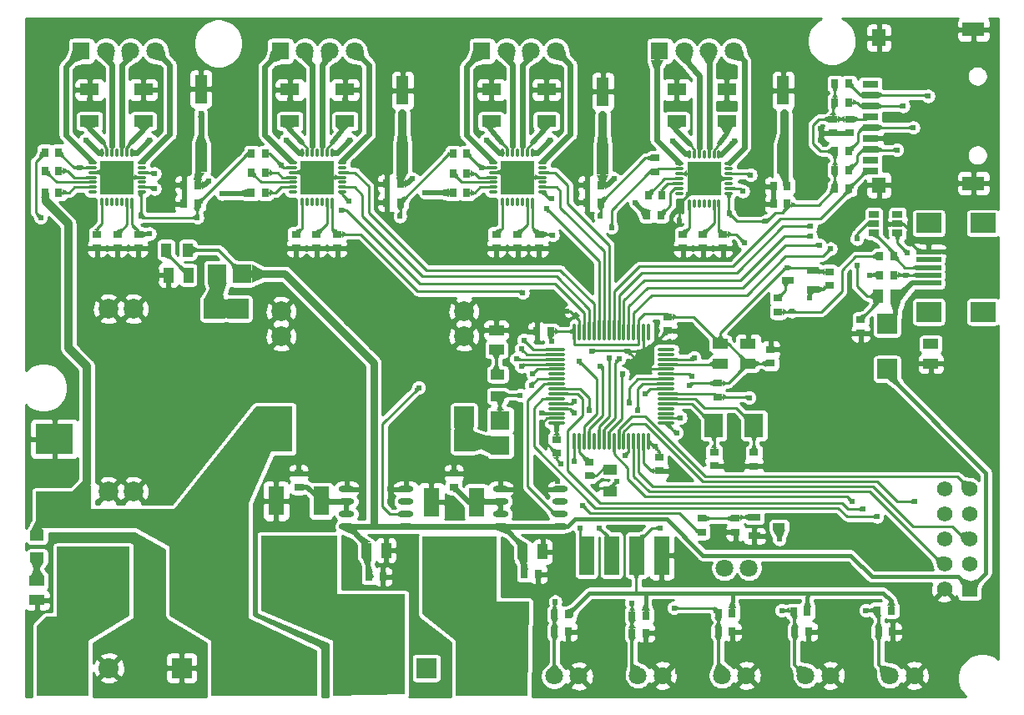
<source format=gtl>
%TF.GenerationSoftware,KiCad,Pcbnew,5.1.7-a382d34a8~87~ubuntu20.04.1*%
%TF.CreationDate,2020-10-19T23:47:46+03:00*%
%TF.ProjectId,E3_Pcb,45335f50-6362-42e6-9b69-6361645f7063,rev?*%
%TF.SameCoordinates,Original*%
%TF.FileFunction,Copper,L1,Top*%
%TF.FilePolarity,Positive*%
%FSLAX46Y46*%
G04 Gerber Fmt 4.6, Leading zero omitted, Abs format (unit mm)*
G04 Created by KiCad (PCBNEW 5.1.7-a382d34a8~87~ubuntu20.04.1) date 2020-10-19 23:47:46*
%MOMM*%
%LPD*%
G01*
G04 APERTURE LIST*
%TA.AperFunction,NonConductor*%
%ADD10C,0.100000*%
%TD*%
%TA.AperFunction,SMDPad,CuDef*%
%ADD11R,0.900000X0.800000*%
%TD*%
%TA.AperFunction,SMDPad,CuDef*%
%ADD12R,3.500000X3.500000*%
%TD*%
%TA.AperFunction,SMDPad,CuDef*%
%ADD13O,0.280000X0.900000*%
%TD*%
%TA.AperFunction,SMDPad,CuDef*%
%ADD14O,0.900000X0.280000*%
%TD*%
%TA.AperFunction,SMDPad,CuDef*%
%ADD15R,0.800000X0.900000*%
%TD*%
%TA.AperFunction,SMDPad,CuDef*%
%ADD16R,1.200000X2.900000*%
%TD*%
%TA.AperFunction,ComponentPad*%
%ADD17R,1.800000X1.800000*%
%TD*%
%TA.AperFunction,ComponentPad*%
%ADD18C,1.800000*%
%TD*%
%TA.AperFunction,SMDPad,CuDef*%
%ADD19O,0.280000X1.800000*%
%TD*%
%TA.AperFunction,SMDPad,CuDef*%
%ADD20O,1.800000X0.280000*%
%TD*%
%TA.AperFunction,SMDPad,CuDef*%
%ADD21R,1.900000X2.400000*%
%TD*%
%TA.AperFunction,SMDPad,CuDef*%
%ADD22R,1.550000X1.000000*%
%TD*%
%TA.AperFunction,ComponentPad*%
%ADD23C,1.575000*%
%TD*%
%TA.AperFunction,ComponentPad*%
%ADD24R,1.575000X1.575000*%
%TD*%
%TA.AperFunction,SMDPad,CuDef*%
%ADD25R,1.600000X0.701000*%
%TD*%
%TA.AperFunction,SMDPad,CuDef*%
%ADD26R,1.400000X1.600000*%
%TD*%
%TA.AperFunction,SMDPad,CuDef*%
%ADD27R,2.200000X1.400000*%
%TD*%
%TA.AperFunction,SMDPad,CuDef*%
%ADD28R,1.400000X1.801000*%
%TD*%
%TA.AperFunction,SMDPad,CuDef*%
%ADD29R,1.000000X1.550000*%
%TD*%
%TA.AperFunction,SMDPad,CuDef*%
%ADD30R,1.250000X0.700000*%
%TD*%
%TA.AperFunction,SMDPad,CuDef*%
%ADD31R,1.016000X1.397000*%
%TD*%
%TA.AperFunction,SMDPad,CuDef*%
%ADD32R,1.000000X0.700000*%
%TD*%
%TA.AperFunction,ComponentPad*%
%ADD33R,1.930000X1.930000*%
%TD*%
%TA.AperFunction,SMDPad,CuDef*%
%ADD34R,2.499000X0.500000*%
%TD*%
%TA.AperFunction,SMDPad,CuDef*%
%ADD35R,2.499000X1.999000*%
%TD*%
%TA.AperFunction,SMDPad,CuDef*%
%ADD36R,1.600000X3.000000*%
%TD*%
%TA.AperFunction,SMDPad,CuDef*%
%ADD37R,6.000000X6.500000*%
%TD*%
%TA.AperFunction,SMDPad,CuDef*%
%ADD38O,1.600000X0.600000*%
%TD*%
%TA.AperFunction,ComponentPad*%
%ADD39C,2.000000*%
%TD*%
%TA.AperFunction,ComponentPad*%
%ADD40R,2.000000X2.000000*%
%TD*%
%TA.AperFunction,ComponentPad*%
%ADD41C,2.540000*%
%TD*%
%TA.AperFunction,ComponentPad*%
%ADD42R,2.032000X2.032000*%
%TD*%
%TA.AperFunction,ComponentPad*%
%ADD43C,2.032000*%
%TD*%
%TA.AperFunction,SMDPad,CuDef*%
%ADD44R,1.900000X1.200000*%
%TD*%
%TA.AperFunction,SMDPad,CuDef*%
%ADD45R,3.820000X3.030000*%
%TD*%
%TA.AperFunction,SMDPad,CuDef*%
%ADD46R,2.000000X2.000000*%
%TD*%
%TA.AperFunction,SMDPad,CuDef*%
%ADD47R,1.500000X4.000000*%
%TD*%
%TA.AperFunction,SMDPad,CuDef*%
%ADD48R,1.000000X1.400000*%
%TD*%
%TA.AperFunction,SMDPad,CuDef*%
%ADD49R,1.400000X1.000000*%
%TD*%
%TA.AperFunction,ViaPad*%
%ADD50C,0.610000*%
%TD*%
%TA.AperFunction,Conductor*%
%ADD51C,0.254000*%
%TD*%
%TA.AperFunction,Conductor*%
%ADD52C,0.250000*%
%TD*%
%TA.AperFunction,Conductor*%
%ADD53C,0.508000*%
%TD*%
%TA.AperFunction,Conductor*%
%ADD54C,0.813000*%
%TD*%
%TA.AperFunction,Conductor*%
%ADD55C,0.559000*%
%TD*%
%TA.AperFunction,Conductor*%
%ADD56C,0.610000*%
%TD*%
%TA.AperFunction,Conductor*%
%ADD57C,1.016000*%
%TD*%
%TA.AperFunction,Conductor*%
%ADD58C,0.305000*%
%TD*%
%TA.AperFunction,Conductor*%
%ADD59C,0.406000*%
%TD*%
%TA.AperFunction,Conductor*%
%ADD60C,0.600000*%
%TD*%
%TA.AperFunction,Conductor*%
%ADD61C,0.762000*%
%TD*%
%TA.AperFunction,Conductor*%
%ADD62C,0.500000*%
%TD*%
%TA.AperFunction,Conductor*%
%ADD63C,0.100000*%
%TD*%
G04 APERTURE END LIST*
D10*
G36*
X139573000Y-87503000D02*
G01*
X146431000Y-87503000D01*
X146431000Y-97663000D01*
X139150000Y-97790000D01*
X139150000Y-92202000D01*
X131826000Y-89154000D01*
X131826000Y-81534000D01*
X139573000Y-81534000D01*
X139573000Y-87503000D01*
G37*
G36*
X118491000Y-89662000D02*
G01*
X114300000Y-92202000D01*
X114300000Y-97790000D01*
X109093000Y-97790000D01*
X109093000Y-90678000D01*
X109982000Y-89789000D01*
X111125000Y-89789000D01*
X111125000Y-82677000D01*
X118491000Y-82677000D01*
X118491000Y-89662000D01*
G37*
G36*
X135001000Y-73025000D02*
G01*
X132842000Y-73025000D01*
X130556000Y-78232000D01*
X130556000Y-89916000D01*
X137541000Y-93218000D01*
X137541000Y-97790000D01*
X126746000Y-97790000D01*
X126746000Y-92202000D01*
X122555000Y-89662000D01*
X122555000Y-82677000D01*
X119126000Y-80772000D01*
X108966000Y-80772000D01*
X108966000Y-77089000D01*
X112903000Y-77089000D01*
X114554000Y-76454000D01*
X114554000Y-78867000D01*
X123063000Y-78867000D01*
X131318000Y-68453000D01*
X135001000Y-68453000D01*
X135001000Y-73025000D01*
G37*
G36*
X155702000Y-88265000D02*
G01*
X159004000Y-88265000D01*
X158877000Y-97790000D01*
X151553000Y-97790000D01*
X151553000Y-92202000D01*
X148209000Y-89535000D01*
X148209000Y-81661000D01*
X155702000Y-81661000D01*
X155702000Y-88265000D01*
G37*
G36*
X137029000Y-33416000D02*
G01*
X136429000Y-33644000D01*
X135874000Y-33182000D01*
X137135000Y-32701000D01*
X137029000Y-33416000D01*
G37*
G36*
X139162000Y-33205000D02*
G01*
X138552000Y-33621000D01*
X138022000Y-33382000D01*
X137932000Y-32649000D01*
X139162000Y-33205000D01*
G37*
G36*
X142378000Y-33017000D02*
G01*
X141996000Y-33425000D01*
X141266000Y-33285000D01*
X142187000Y-32298000D01*
X142378000Y-33017000D01*
G37*
G36*
X116778000Y-33452000D02*
G01*
X116183000Y-33647000D01*
X115643000Y-33161000D01*
X116926000Y-32741000D01*
X116778000Y-33452000D01*
G37*
G36*
X118926000Y-33224000D02*
G01*
X118297000Y-33608000D01*
X117777000Y-33339000D01*
X117726000Y-32604000D01*
X118926000Y-33224000D01*
G37*
G36*
X122185000Y-33017000D02*
G01*
X121803000Y-33425000D01*
X121073000Y-33285000D01*
X121994000Y-32298000D01*
X122185000Y-33017000D01*
G37*
G36*
X157418000Y-33452000D02*
G01*
X156823000Y-33647000D01*
X156283000Y-33161000D01*
X157566000Y-32741000D01*
X157418000Y-33452000D01*
G37*
G36*
X159566000Y-33224000D02*
G01*
X158937000Y-33608000D01*
X158417000Y-33339000D01*
X158366000Y-32604000D01*
X159566000Y-33224000D01*
G37*
G36*
X162825000Y-33017000D02*
G01*
X162443000Y-33425000D01*
X161713000Y-33285000D01*
X162634000Y-32298000D01*
X162825000Y-33017000D01*
G37*
G36*
X175406000Y-33478000D02*
G01*
X174815000Y-33648000D01*
X174288000Y-33143000D01*
X175586000Y-32772000D01*
X175406000Y-33478000D01*
G37*
G36*
X177558000Y-33609000D02*
G01*
X176999000Y-33612000D01*
X176601000Y-32983000D01*
X177951000Y-32977000D01*
X177558000Y-33609000D01*
G37*
G36*
X180859000Y-33017000D02*
G01*
X180477000Y-33425000D01*
X179747000Y-33285000D01*
X180668000Y-32298000D01*
X180859000Y-33017000D01*
G37*
G36*
X203757000Y-76049000D02*
G01*
X202922000Y-76884000D01*
X202860000Y-76167000D01*
X203040000Y-75987000D01*
X203757000Y-76049000D01*
G37*
G36*
X202984000Y-82225000D02*
G01*
X202682000Y-81577000D01*
X202798000Y-81333000D01*
X203491000Y-81158000D01*
X202984000Y-82225000D01*
G37*
G36*
X200402000Y-84635000D02*
G01*
X200219000Y-83940000D01*
X200368000Y-83730000D01*
X201085000Y-83672000D01*
X200402000Y-84635000D01*
G37*
G36*
X161757000Y-94602000D02*
G01*
X162258000Y-95250000D01*
X160909000Y-95203000D01*
X161453000Y-94592000D01*
X161757000Y-94602000D01*
G37*
G36*
X179065000Y-94999000D02*
G01*
X177768000Y-95373000D01*
X178090000Y-94624000D01*
X178394000Y-94537000D01*
X179065000Y-94999000D01*
G37*
G36*
X170375000Y-94910000D02*
G01*
X169193000Y-95564000D01*
X169327000Y-94770000D01*
X169631000Y-94602000D01*
X170375000Y-94910000D01*
G37*
G36*
X128274000Y-82813000D02*
G01*
X126640000Y-83792000D01*
X126492000Y-82845000D01*
X127508000Y-82235000D01*
X128274000Y-82813000D01*
G37*
G36*
X195657000Y-94860000D02*
G01*
X194702000Y-95814000D01*
X194626000Y-94999000D01*
X194842000Y-94784000D01*
X195657000Y-94860000D01*
G37*
G36*
X187148000Y-94860000D02*
G01*
X186193000Y-95814000D01*
X186117000Y-94999000D01*
X186333000Y-94784000D01*
X187148000Y-94860000D01*
G37*
G36*
X120542000Y-41706000D02*
G01*
X120427000Y-41893000D01*
X120032000Y-41498000D01*
X120219000Y-41383000D01*
X120542000Y-41706000D01*
G37*
G36*
X125956000Y-38940000D02*
G01*
X126004000Y-39154000D01*
X125446000Y-39147000D01*
X125499000Y-38934000D01*
X125956000Y-38940000D01*
G37*
G36*
X114537000Y-41498000D02*
G01*
X114142000Y-41893000D01*
X114027000Y-41706000D01*
X114350000Y-41383000D01*
X114537000Y-41498000D01*
G37*
G36*
X110211000Y-47423000D02*
G01*
X109753000Y-47423000D01*
X109677000Y-47210000D01*
X110287000Y-47210000D01*
X110211000Y-47423000D01*
G37*
G36*
X109493000Y-48972000D02*
G01*
X109170000Y-49295000D01*
X109091000Y-49072000D01*
X109270000Y-48893000D01*
X109493000Y-48972000D01*
G37*
G36*
X117464000Y-45441000D02*
G01*
X117251000Y-45339000D01*
X117251000Y-45085000D01*
X117464000Y-44983000D01*
X117464000Y-45441000D01*
G37*
G36*
X118080000Y-45085000D02*
G01*
X118080000Y-45339000D01*
X117867000Y-45441000D01*
X117867000Y-44983000D01*
X118080000Y-45085000D01*
G37*
G36*
X118395000Y-45441000D02*
G01*
X118182000Y-45339000D01*
X118182000Y-45085000D01*
X118395000Y-44983000D01*
X118395000Y-45441000D01*
G37*
G36*
X119012000Y-45085000D02*
G01*
X119012000Y-45339000D01*
X118799000Y-45441000D01*
X118799000Y-44983000D01*
X119012000Y-45085000D01*
G37*
G36*
X140862000Y-41706000D02*
G01*
X140747000Y-41893000D01*
X140352000Y-41498000D01*
X140539000Y-41383000D01*
X140862000Y-41706000D01*
G37*
G36*
X134857000Y-41498000D02*
G01*
X134462000Y-41893000D01*
X134347000Y-41706000D01*
X134671000Y-41383000D01*
X134857000Y-41498000D01*
G37*
G36*
X161182000Y-41706000D02*
G01*
X161067000Y-41893000D01*
X160672000Y-41498000D01*
X160859000Y-41383000D01*
X161182000Y-41706000D01*
G37*
G36*
X155177000Y-41498000D02*
G01*
X154782000Y-41893000D01*
X154667000Y-41706000D01*
X154991000Y-41383000D01*
X155177000Y-41498000D01*
G37*
G36*
X179851000Y-41833000D02*
G01*
X179736000Y-42020000D01*
X179341000Y-41625000D01*
X179528000Y-41510000D01*
X179851000Y-41833000D01*
G37*
G36*
X174100000Y-41625000D02*
G01*
X173705000Y-42020000D01*
X173590000Y-41834000D01*
X173914000Y-41510000D01*
X174100000Y-41625000D01*
G37*
G36*
X139332000Y-45085000D02*
G01*
X139332000Y-45339000D01*
X139119000Y-45441000D01*
X139119000Y-44983000D01*
X139332000Y-45085000D01*
G37*
G36*
X159652000Y-45085000D02*
G01*
X159652000Y-45339000D01*
X159439000Y-45441000D01*
X159439000Y-44983000D01*
X159652000Y-45085000D01*
G37*
G36*
X178575000Y-45212000D02*
G01*
X178575000Y-45466000D01*
X178362000Y-45568000D01*
X178362000Y-45111000D01*
X178575000Y-45212000D01*
G37*
G36*
X175461000Y-46899000D02*
G01*
X175269000Y-47034000D01*
X175043000Y-46901000D01*
X175067000Y-46667000D01*
X175461000Y-46899000D01*
G37*
G36*
X175790000Y-46512000D02*
G01*
X175656000Y-46704000D01*
X175424000Y-46310000D01*
X175657000Y-46286000D01*
X175790000Y-46512000D01*
G37*
G36*
X158657000Y-64281000D02*
G01*
X158535000Y-64474000D01*
X158290000Y-64088000D01*
X158518000Y-64061000D01*
X158657000Y-64281000D01*
G37*
G36*
X120357000Y-51183000D02*
G01*
X120131000Y-51115000D01*
X120094000Y-50861000D01*
X120290000Y-50730000D01*
X120357000Y-51183000D01*
G37*
G36*
X158160000Y-63543000D02*
G01*
X158133000Y-63797000D01*
X157911000Y-63875000D01*
X157958000Y-63421000D01*
X158160000Y-63543000D01*
G37*
G36*
X113218000Y-44432000D02*
G01*
X113001000Y-44338000D01*
X112992000Y-44084000D01*
X113201000Y-43975000D01*
X113218000Y-44432000D01*
G37*
G36*
X113830000Y-44084000D02*
G01*
X113821000Y-44338000D01*
X113604000Y-44432000D01*
X113621000Y-43975000D01*
X113830000Y-44084000D01*
G37*
G36*
X158625000Y-62815000D02*
G01*
X158446000Y-62994000D01*
X158223000Y-62915000D01*
X158546000Y-62592000D01*
X158625000Y-62815000D01*
G37*
G36*
X120763000Y-46501000D02*
G01*
X120595000Y-46340000D01*
X120688000Y-46086000D01*
X120920000Y-46071000D01*
X120763000Y-46501000D01*
G37*
G36*
X158879000Y-61926000D02*
G01*
X158700000Y-62105000D01*
X158477000Y-62026000D01*
X158800000Y-61703000D01*
X158879000Y-61926000D01*
G37*
G36*
X120772000Y-44992000D02*
G01*
X120595000Y-44839000D01*
X120672000Y-44585000D01*
X120904000Y-44554000D01*
X120772000Y-44992000D01*
G37*
G36*
X140369000Y-48387000D02*
G01*
X140369000Y-48641000D01*
X140156000Y-48743000D01*
X140156000Y-48285000D01*
X140369000Y-48387000D01*
G37*
G36*
X133877000Y-43638000D02*
G01*
X133554000Y-43961000D01*
X133475000Y-43738000D01*
X133654000Y-43559000D01*
X133877000Y-43638000D01*
G37*
G36*
X134217000Y-44121000D02*
G01*
X134037000Y-44301000D01*
X133839000Y-44246000D01*
X134162000Y-43923000D01*
X134217000Y-44121000D01*
G37*
G36*
X159768000Y-64947000D02*
G01*
X159689000Y-65170000D01*
X159366000Y-64847000D01*
X159589000Y-64768000D01*
X159768000Y-64947000D01*
G37*
G36*
X158107000Y-57052000D02*
G01*
X157933000Y-56896000D01*
X158015000Y-56642000D01*
X158247000Y-56617000D01*
X158107000Y-57052000D01*
G37*
G36*
X161165000Y-48591000D02*
G01*
X160986000Y-48770000D01*
X160763000Y-48691000D01*
X161086000Y-48368000D01*
X161165000Y-48591000D01*
G37*
G36*
X154597000Y-44084000D02*
G01*
X154588000Y-44338000D01*
X154371000Y-44432000D01*
X154388000Y-43975000D01*
X154597000Y-44084000D01*
G37*
G36*
X154164000Y-43892000D02*
G01*
X153878000Y-44248000D01*
X153775000Y-44035000D01*
X153935000Y-43836000D01*
X154164000Y-43892000D01*
G37*
G36*
X164467000Y-64085000D02*
G01*
X164288000Y-64264000D01*
X164065000Y-64185000D01*
X164388000Y-63862000D01*
X164467000Y-64085000D01*
G37*
G36*
X161182000Y-51248000D02*
G01*
X160987000Y-51115000D01*
X161028000Y-50861000D01*
X161254000Y-50796000D01*
X161182000Y-51248000D01*
G37*
G36*
X166624000Y-64619000D02*
G01*
X166370000Y-64815000D01*
X166186000Y-64688000D01*
X166547000Y-64409000D01*
X166624000Y-64619000D01*
G37*
G36*
X180867000Y-51512000D02*
G01*
X180544000Y-51835000D01*
X180465000Y-51612000D01*
X180644000Y-51433000D01*
X180867000Y-51512000D01*
G37*
G36*
X167259000Y-63915000D02*
G01*
X167005000Y-63915000D01*
X166903000Y-63702000D01*
X167361000Y-63702000D01*
X167259000Y-63915000D01*
G37*
G36*
X167615000Y-50090000D02*
G01*
X167157000Y-50090000D01*
X167259000Y-49877000D01*
X167513000Y-49877000D01*
X167615000Y-50090000D01*
G37*
G36*
X168167000Y-63931000D02*
G01*
X167944000Y-64010000D01*
X167765000Y-63831000D01*
X167844000Y-63608000D01*
X168167000Y-63931000D01*
G37*
G36*
X180740000Y-46305000D02*
G01*
X180417000Y-46628000D01*
X180362000Y-46430000D01*
X180542000Y-46250000D01*
X180740000Y-46305000D01*
G37*
G36*
X168685000Y-65413000D02*
G01*
X168529000Y-65587000D01*
X168275000Y-65505000D01*
X168250000Y-65273000D01*
X168685000Y-65413000D01*
G37*
G36*
X181224000Y-45119000D02*
G01*
X181047000Y-44966000D01*
X181124000Y-44712000D01*
X181356000Y-44681000D01*
X181224000Y-45119000D01*
G37*
G36*
X197377000Y-52528000D02*
G01*
X197054000Y-52851000D01*
X196975000Y-52628000D01*
X197154000Y-52449000D01*
X197377000Y-52528000D01*
G37*
G36*
X197029000Y-55347000D02*
G01*
X196816000Y-55245000D01*
X196816000Y-54991000D01*
X197029000Y-54889000D01*
X197029000Y-55347000D01*
G37*
G36*
X197646000Y-54991000D02*
G01*
X197646000Y-55245000D01*
X197433000Y-55347000D01*
X197433000Y-54889000D01*
X197646000Y-54991000D01*
G37*
G36*
X174213000Y-69857000D02*
G01*
X173986000Y-69797000D01*
X173940000Y-69543000D01*
X174132000Y-69407000D01*
X174213000Y-69857000D01*
G37*
G36*
X187686000Y-57037000D02*
G01*
X187725000Y-57268000D01*
X187283000Y-57150000D01*
X187432000Y-56969000D01*
X187686000Y-57037000D01*
G37*
G36*
X185511000Y-59059000D02*
G01*
X185285000Y-58994000D01*
X185244000Y-58740000D01*
X185439000Y-58607000D01*
X185511000Y-59059000D01*
G37*
G36*
X186104000Y-58740000D02*
G01*
X186063000Y-58994000D01*
X185837000Y-59059000D01*
X185909000Y-58607000D01*
X186104000Y-58740000D01*
G37*
G36*
X185511000Y-59059000D02*
G01*
X185285000Y-58994000D01*
X185244000Y-58740000D01*
X185439000Y-58607000D01*
X185511000Y-59059000D01*
G37*
G36*
X163595000Y-68784000D02*
G01*
X163272000Y-69107000D01*
X163193000Y-68884000D01*
X163372000Y-68705000D01*
X163595000Y-68784000D01*
G37*
G36*
X163595000Y-68249000D02*
G01*
X163440000Y-68261000D01*
X163260000Y-68081000D01*
X163272000Y-67926000D01*
X163595000Y-68249000D01*
G37*
G36*
X193963000Y-54991000D02*
G01*
X193963000Y-55245000D01*
X193750000Y-55347000D01*
X193750000Y-54889000D01*
X193963000Y-54991000D01*
G37*
G36*
X196775000Y-38202000D02*
G01*
X196562000Y-38100000D01*
X196562000Y-37846000D01*
X196775000Y-37744000D01*
X196775000Y-38202000D01*
G37*
G36*
X187377000Y-50394000D02*
G01*
X187164000Y-50292000D01*
X187164000Y-50038000D01*
X187377000Y-49936000D01*
X187377000Y-50394000D01*
G37*
G36*
X196140000Y-42647000D02*
G01*
X195927000Y-42545000D01*
X195927000Y-42291000D01*
X196140000Y-42189000D01*
X196140000Y-42647000D01*
G37*
G36*
X187377000Y-51410000D02*
G01*
X187164000Y-51308000D01*
X187164000Y-51054000D01*
X187377000Y-50952000D01*
X187377000Y-51410000D01*
G37*
G36*
X188266000Y-52299000D02*
G01*
X188053000Y-52197000D01*
X188053000Y-51943000D01*
X188266000Y-51841000D01*
X188266000Y-52299000D01*
G37*
G36*
X197791000Y-40378000D02*
G01*
X197578000Y-40277000D01*
X197578000Y-40023000D01*
X197791000Y-39921000D01*
X197791000Y-40378000D01*
G37*
G36*
X189630000Y-52755000D02*
G01*
X189407000Y-52834000D01*
X189228000Y-52655000D01*
X189307000Y-52432000D01*
X189630000Y-52755000D01*
G37*
G36*
X199263000Y-37126000D02*
G01*
X199082000Y-36977000D01*
X199150000Y-36723000D01*
X199381000Y-36684000D01*
X199263000Y-37126000D01*
G37*
G36*
X171198000Y-66979000D02*
G01*
X171119000Y-67202000D01*
X170796000Y-66879000D01*
X171019000Y-66800000D01*
X171198000Y-66979000D01*
G37*
G36*
X161865000Y-88500000D02*
G01*
X161732000Y-88695000D01*
X161478000Y-88654000D01*
X161413000Y-88428000D01*
X161865000Y-88500000D01*
G37*
G36*
X170282000Y-68632000D02*
G01*
X169824000Y-68632000D01*
X169926000Y-68419000D01*
X170180000Y-68419000D01*
X170282000Y-68632000D01*
G37*
G36*
X169393000Y-67870000D02*
G01*
X168935000Y-67870000D01*
X169037000Y-67657000D01*
X169291000Y-67657000D01*
X169393000Y-67870000D01*
G37*
G36*
X169606000Y-88784000D02*
G01*
X169352000Y-88821000D01*
X169222000Y-88625000D01*
X169674000Y-88558000D01*
X169606000Y-88784000D01*
G37*
G36*
X174151000Y-88773000D02*
G01*
X174151000Y-89027000D01*
X173938000Y-89129000D01*
X173938000Y-88671000D01*
X174151000Y-88773000D01*
G37*
G36*
X175533000Y-65101000D02*
G01*
X175210000Y-65424000D01*
X175191000Y-65261000D01*
X175370000Y-65082000D01*
X175533000Y-65101000D01*
G37*
G36*
X185073000Y-89027000D02*
G01*
X185073000Y-89281000D01*
X184860000Y-89383000D01*
X184860000Y-88925000D01*
X185073000Y-89027000D01*
G37*
G36*
X175678000Y-63791000D02*
G01*
X175447000Y-63797000D01*
X175332000Y-63543000D01*
X175490000Y-63374000D01*
X175678000Y-63791000D01*
G37*
G36*
X193582000Y-89027000D02*
G01*
X193582000Y-89281000D01*
X193369000Y-89383000D01*
X193369000Y-88925000D01*
X193582000Y-89027000D01*
G37*
G36*
X147847000Y-66852000D02*
G01*
X147624000Y-66931000D01*
X147445000Y-66752000D01*
X147524000Y-66529000D01*
X147847000Y-66852000D01*
G37*
G36*
X159641000Y-66090000D02*
G01*
X159562000Y-66313000D01*
X159239000Y-65990000D01*
X159462000Y-65911000D01*
X159641000Y-66090000D01*
G37*
G36*
X165329000Y-68632000D02*
G01*
X164871000Y-68632000D01*
X164973000Y-68419000D01*
X165227000Y-68419000D01*
X165329000Y-68632000D01*
G37*
G36*
X164848000Y-78690000D02*
G01*
X164669000Y-78869000D01*
X164446000Y-78790000D01*
X164769000Y-78467000D01*
X164848000Y-78690000D01*
G37*
G36*
X192711000Y-79096000D02*
G01*
X192498000Y-78994000D01*
X192498000Y-78740000D01*
X192711000Y-78638000D01*
X192711000Y-79096000D01*
G37*
G36*
X194108000Y-79858000D02*
G01*
X193895000Y-79756000D01*
X193895000Y-79502000D01*
X194108000Y-79400000D01*
X194108000Y-79858000D01*
G37*
G36*
X191789000Y-77801000D02*
G01*
X191466000Y-78124000D01*
X191387000Y-77901000D01*
X191566000Y-77722000D01*
X191789000Y-77801000D01*
G37*
G36*
X181123000Y-67760000D02*
G01*
X180927000Y-67629000D01*
X180965000Y-67375000D01*
X181191000Y-67308000D01*
X181123000Y-67760000D01*
G37*
G36*
X197918000Y-78334000D02*
G01*
X197705000Y-78232000D01*
X197705000Y-77978000D01*
X197918000Y-77876000D01*
X197918000Y-78334000D01*
G37*
G36*
X192405000Y-54517000D02*
G01*
X192151000Y-54517000D01*
X192049000Y-54304000D01*
X192507000Y-54304000D01*
X192405000Y-54517000D01*
G37*
G36*
X192507000Y-51233000D02*
G01*
X192049000Y-51233000D01*
X192151000Y-51020000D01*
X192405000Y-51020000D01*
X192507000Y-51233000D01*
G37*
G36*
X163865000Y-73840000D02*
G01*
X163408000Y-73839000D01*
X163510000Y-73626000D01*
X163764000Y-73626000D01*
X163865000Y-73840000D01*
G37*
G36*
X166499000Y-80976000D02*
G01*
X166320000Y-81155000D01*
X166097000Y-81076000D01*
X166420000Y-80753000D01*
X166499000Y-80976000D01*
G37*
G36*
X160707000Y-69045000D02*
G01*
X160654000Y-69299000D01*
X160425000Y-69353000D01*
X160518000Y-68905000D01*
X160707000Y-69045000D01*
G37*
G36*
X164338000Y-81187000D02*
G01*
X164084000Y-81187000D01*
X163982000Y-80974000D01*
X164440000Y-80974000D01*
X164338000Y-81187000D01*
G37*
G36*
X157913000Y-67539000D02*
G01*
X157700000Y-67462000D01*
X157700000Y-67158000D01*
X157913000Y-67081000D01*
X157913000Y-67539000D01*
G37*
G36*
X161486000Y-61616000D02*
G01*
X161034000Y-61683000D01*
X161102000Y-61457000D01*
X161356000Y-61420000D01*
X161486000Y-61616000D01*
G37*
G36*
X161963000Y-70337000D02*
G01*
X162044000Y-70559000D01*
X161589000Y-70517000D01*
X161709000Y-70314000D01*
X161963000Y-70337000D01*
G37*
G36*
X161963000Y-71141000D02*
G01*
X161709000Y-71164000D01*
X161589000Y-70961000D01*
X162044000Y-70919000D01*
X161963000Y-71141000D01*
G37*
G36*
X162305000Y-73991000D02*
G01*
X161981000Y-74314000D01*
X161902000Y-74091000D01*
X162082000Y-73912000D01*
X162305000Y-73991000D01*
G37*
G36*
X169166000Y-73202000D02*
G01*
X169087000Y-73425000D01*
X168764000Y-73102000D01*
X168987000Y-73023000D01*
X169166000Y-73202000D01*
G37*
G36*
X167913000Y-76377000D02*
G01*
X167690000Y-76456000D01*
X167511000Y-76277000D01*
X167590000Y-76054000D01*
X167913000Y-76377000D01*
G37*
G36*
X173955000Y-70817000D02*
G01*
X173694000Y-71193000D01*
X173576000Y-70989000D01*
X173723000Y-70777000D01*
X173955000Y-70817000D01*
G37*
G36*
X172153000Y-72810000D02*
G01*
X171926000Y-72942000D01*
X171735000Y-72806000D01*
X172130000Y-72576000D01*
X172153000Y-72810000D01*
G37*
G36*
X171772000Y-72218000D02*
G01*
X171542000Y-72613000D01*
X171406000Y-72422000D01*
X171538000Y-72195000D01*
X171772000Y-72218000D01*
G37*
G36*
X175694000Y-66229000D02*
G01*
X175545000Y-66403000D01*
X175333000Y-65998000D01*
X175562000Y-65975000D01*
X175694000Y-66229000D01*
G37*
G36*
X172137000Y-81001000D02*
G01*
X171924000Y-80899000D01*
X171924000Y-80645000D01*
X172137000Y-80543000D01*
X172137000Y-81001000D01*
G37*
G36*
X185119000Y-54657000D02*
G01*
X184886000Y-54689000D01*
X184746000Y-54469000D01*
X184873000Y-54272000D01*
X185119000Y-54657000D01*
G37*
G36*
X185581000Y-54229000D02*
G01*
X185581000Y-54483000D01*
X185368000Y-54585000D01*
X185368000Y-54127000D01*
X185581000Y-54229000D01*
G37*
G36*
X182805000Y-49886000D02*
G01*
X182592000Y-49784000D01*
X182592000Y-49530000D01*
X182805000Y-49428000D01*
X182805000Y-49886000D01*
G37*
G36*
X183427000Y-49544000D02*
G01*
X183300000Y-49741000D01*
X183054000Y-49356000D01*
X183287000Y-49324000D01*
X183427000Y-49544000D01*
G37*
G36*
X140735000Y-47321000D02*
G01*
X140412000Y-47644000D01*
X140333000Y-47421000D01*
X140512000Y-47242000D01*
X140735000Y-47321000D01*
G37*
G36*
X146116000Y-48760000D02*
G01*
X146181000Y-48986000D01*
X145729000Y-48914000D01*
X145862000Y-48719000D01*
X146116000Y-48760000D01*
G37*
G36*
X161029000Y-47529000D02*
G01*
X160851000Y-47384000D01*
X160937000Y-47110000D01*
X161166000Y-47093000D01*
X161029000Y-47529000D01*
G37*
G36*
X166436000Y-48760000D02*
G01*
X166501000Y-48986000D01*
X166049000Y-48914000D01*
X166182000Y-48719000D01*
X166436000Y-48760000D01*
G37*
G36*
X125578000Y-49074000D02*
G01*
X125120000Y-49074000D01*
X125222000Y-48861000D01*
X125476000Y-48861000D01*
X125578000Y-49074000D01*
G37*
G36*
X125147000Y-49505000D02*
G01*
X124934000Y-49403000D01*
X124934000Y-49149000D01*
X125147000Y-49047000D01*
X125147000Y-49505000D01*
G37*
G36*
X120070000Y-49149000D02*
G01*
X119988000Y-49403000D01*
X119756000Y-49428000D01*
X119896000Y-48993000D01*
X120070000Y-49149000D01*
G37*
G36*
X119863000Y-48947000D02*
G01*
X119405000Y-48947000D01*
X119507000Y-48734000D01*
X119761000Y-48734000D01*
X119863000Y-48947000D01*
G37*
G36*
X179532000Y-48672000D02*
G01*
X179077000Y-48717000D01*
X179156000Y-48495000D01*
X179410000Y-48470000D01*
X179532000Y-48672000D01*
G37*
G36*
X179707000Y-49099000D02*
G01*
X179528000Y-49278000D01*
X179305000Y-49199000D01*
X179628000Y-48876000D01*
X179707000Y-49099000D01*
G37*
G36*
X128304000Y-47117000D02*
G01*
X128091000Y-47092000D01*
X128091000Y-46634000D01*
X128304000Y-46609000D01*
X128304000Y-47117000D01*
G37*
G36*
X126511000Y-45897000D02*
G01*
X126378000Y-46066000D01*
X126019000Y-45707000D01*
X126188000Y-45574000D01*
X126511000Y-45897000D01*
G37*
G36*
X148878000Y-46990000D02*
G01*
X148665000Y-46965000D01*
X148665000Y-46507000D01*
X148878000Y-46482000D01*
X148878000Y-46990000D01*
G37*
G36*
X147212000Y-45643000D02*
G01*
X147079000Y-45812000D01*
X146720000Y-45453000D01*
X146889000Y-45320000D01*
X147212000Y-45643000D01*
G37*
G36*
X170258000Y-47917000D02*
G01*
X169858000Y-48236000D01*
X169746000Y-48052000D01*
X170103000Y-47767000D01*
X170258000Y-47917000D01*
G37*
G36*
X167659000Y-45643000D02*
G01*
X167526000Y-45812000D01*
X167167000Y-45453000D01*
X167336000Y-45320000D01*
X167659000Y-45643000D01*
G37*
G36*
X184633000Y-81713000D02*
G01*
X184175000Y-81713000D01*
X184150000Y-81500000D01*
X184658000Y-81500000D01*
X184633000Y-81713000D01*
G37*
G36*
X174473000Y-49455000D02*
G01*
X174015000Y-49455000D01*
X174117000Y-49242000D01*
X174371000Y-49242000D01*
X174473000Y-49455000D01*
G37*
G36*
X163195000Y-58674000D02*
G01*
X163195000Y-58928000D01*
X163016000Y-59030000D01*
X163016000Y-58572000D01*
X163195000Y-58674000D01*
G37*
G36*
X169420000Y-63069000D02*
G01*
X169241000Y-63248000D01*
X169018000Y-63169000D01*
X169341000Y-62846000D01*
X169420000Y-63069000D01*
G37*
G36*
X168775000Y-63021000D02*
G01*
X168601000Y-62865000D01*
X168683000Y-62611000D01*
X168915000Y-62586000D01*
X168775000Y-63021000D01*
G37*
G36*
X169452000Y-62738000D02*
G01*
X169452000Y-62992000D01*
X169239000Y-63094000D01*
X169239000Y-62636000D01*
X169452000Y-62738000D01*
G37*
G36*
X165708000Y-62611000D02*
G01*
X165790000Y-62865000D01*
X165616000Y-63021000D01*
X165476000Y-62586000D01*
X165708000Y-62611000D01*
G37*
G36*
X135994000Y-50558000D02*
G01*
X135832000Y-50904000D01*
X135280000Y-50590000D01*
X135765000Y-50428000D01*
X135994000Y-50558000D01*
G37*
G36*
X139672000Y-45085000D02*
G01*
X139672000Y-45339000D01*
X139291000Y-45530000D01*
X139291000Y-44895000D01*
X139672000Y-45085000D01*
G37*
G36*
X135791000Y-45029000D02*
G01*
X135410000Y-44839000D01*
X135410000Y-44585000D01*
X135791000Y-44394000D01*
X135791000Y-45029000D01*
G37*
G36*
X130472000Y-43139000D02*
G01*
X130091000Y-43383000D01*
X130091000Y-43023000D01*
X130472000Y-42504000D01*
X130472000Y-43139000D01*
G37*
G36*
X132715000Y-42672000D02*
G01*
X132715000Y-42926000D01*
X132672000Y-43116000D01*
X132672000Y-42482000D01*
X132715000Y-42672000D01*
G37*
G36*
X139678000Y-50589000D02*
G01*
X139123000Y-50898000D01*
X138959000Y-50553000D01*
X139190000Y-50425000D01*
X139678000Y-50589000D01*
G37*
G36*
X140404000Y-50861000D02*
G01*
X140404000Y-51115000D01*
X140023000Y-51305000D01*
X140023000Y-50670000D01*
X140404000Y-50861000D01*
G37*
G36*
X138073000Y-50553000D02*
G01*
X137908000Y-50897000D01*
X137353000Y-50589000D01*
X137842000Y-50425000D01*
X138073000Y-50553000D01*
G37*
G36*
X133054000Y-44613000D02*
G01*
X133054000Y-44867000D01*
X132673000Y-45057000D01*
X132673000Y-44422000D01*
X133054000Y-44613000D01*
G37*
G36*
X131435000Y-45122000D02*
G01*
X131306000Y-45351000D01*
X130960000Y-45189000D01*
X131273000Y-44636000D01*
X131435000Y-45122000D01*
G37*
G36*
X133053000Y-46632000D02*
G01*
X133053000Y-46886000D01*
X132672000Y-47076000D01*
X132672000Y-46441000D01*
X133053000Y-46632000D01*
G37*
G36*
X130472000Y-47209000D02*
G01*
X129710000Y-47117000D01*
X129710000Y-46609000D01*
X130472000Y-46309000D01*
X130472000Y-47209000D01*
G37*
G36*
X146552000Y-47369000D02*
G01*
X146388000Y-47857000D01*
X146079000Y-47302000D01*
X146423000Y-47138000D01*
X146552000Y-47369000D01*
G37*
G36*
X146116000Y-48583000D02*
G01*
X145862000Y-48583000D01*
X145671000Y-48202000D01*
X146306000Y-48202000D01*
X146116000Y-48583000D01*
G37*
G36*
X146685000Y-45593000D02*
G01*
X146685000Y-46101000D01*
X146388000Y-46297000D01*
X146388000Y-45397000D01*
X146685000Y-45593000D01*
G37*
G36*
X146388000Y-45397000D02*
G01*
X145588000Y-45397000D01*
X145710000Y-44559000D01*
X146268000Y-44559000D01*
X146388000Y-45397000D01*
G37*
G36*
X146268000Y-45667000D02*
G01*
X145710000Y-45667000D01*
X145573000Y-44828000D01*
X146687000Y-44828000D01*
X146268000Y-45667000D01*
G37*
G36*
X146771000Y-41928000D02*
G01*
X145573000Y-41928000D01*
X145771000Y-40709000D01*
X146583000Y-40709000D01*
X146771000Y-41928000D01*
G37*
G36*
X133878000Y-33285000D02*
G01*
X132990000Y-33582000D01*
X132595000Y-33186000D01*
X132891000Y-32297000D01*
X133878000Y-33285000D01*
G37*
G36*
X115506000Y-50590000D02*
G01*
X114872000Y-50590000D01*
X115062000Y-50419000D01*
X115316000Y-50419000D01*
X115506000Y-50590000D01*
G37*
G36*
X109826000Y-43122000D02*
G01*
X109481000Y-43286000D01*
X109353000Y-43055000D01*
X109517000Y-42567000D01*
X109826000Y-43122000D01*
G37*
G36*
X111880000Y-43056000D02*
G01*
X111751000Y-43286000D01*
X111406000Y-43122000D01*
X111717000Y-42568000D01*
X111880000Y-43056000D01*
G37*
G36*
X119613000Y-50589000D02*
G01*
X118978000Y-50589000D01*
X118735000Y-50208000D01*
X119095000Y-50208000D01*
X119613000Y-50589000D01*
G37*
G36*
X120211000Y-50861000D02*
G01*
X120211000Y-51115000D01*
X119830000Y-51305000D01*
X119830000Y-50670000D01*
X120211000Y-50861000D01*
G37*
G36*
X117881000Y-50551000D02*
G01*
X117715000Y-50895000D01*
X117159000Y-50589000D01*
X117649000Y-50424000D01*
X117881000Y-50551000D01*
G37*
G36*
X112098000Y-46609000D02*
G01*
X112098000Y-46863000D01*
X111717000Y-47054000D01*
X111717000Y-46419000D01*
X112098000Y-46609000D01*
G37*
G36*
X110287000Y-47625000D02*
G01*
X109677000Y-47625000D01*
X109517000Y-47209000D01*
X110317000Y-47209000D01*
X110287000Y-47625000D01*
G37*
G36*
X126111000Y-45720000D02*
G01*
X126111000Y-46228000D01*
X125814000Y-46424000D01*
X125814000Y-45524000D01*
X126111000Y-45720000D01*
G37*
G36*
X125814000Y-45524000D02*
G01*
X125014000Y-45524000D01*
X125136000Y-44686000D01*
X125694000Y-44686000D01*
X125814000Y-45524000D01*
G37*
G36*
X125694000Y-45540000D02*
G01*
X125136000Y-45540000D01*
X125126000Y-44701000D01*
X126113000Y-44701000D01*
X125694000Y-45540000D01*
G37*
G36*
X126324000Y-41801000D02*
G01*
X125126000Y-41801000D01*
X125446000Y-40963000D01*
X126004000Y-40963000D01*
X126324000Y-41801000D01*
G37*
G36*
X112099000Y-44422000D02*
G01*
X112099000Y-44676000D01*
X111718000Y-44867000D01*
X111718000Y-44232000D01*
X112099000Y-44422000D01*
G37*
G36*
X110480000Y-44931000D02*
G01*
X110351000Y-45161000D01*
X110005000Y-44998000D01*
X110318000Y-44445000D01*
X110480000Y-44931000D01*
G37*
G36*
X125978000Y-47496000D02*
G01*
X125814000Y-47984000D01*
X125505000Y-47429000D01*
X125849000Y-47265000D01*
X125978000Y-47496000D01*
G37*
G36*
X125476000Y-48710000D02*
G01*
X125222000Y-48710000D01*
X125032000Y-48329000D01*
X125667000Y-48329000D01*
X125476000Y-48710000D01*
G37*
G36*
X113685000Y-33285000D02*
G01*
X112797000Y-33582000D01*
X112402000Y-33186000D01*
X112698000Y-32297000D01*
X113685000Y-33285000D01*
G37*
G36*
X156316000Y-50553000D02*
G01*
X156152000Y-50898000D01*
X155597000Y-50589000D01*
X156085000Y-50425000D01*
X156316000Y-50553000D01*
G37*
G36*
X159992000Y-45085000D02*
G01*
X159992000Y-45339000D01*
X159611000Y-45530000D01*
X159611000Y-44895000D01*
X159992000Y-45085000D01*
G37*
G36*
X156111000Y-45029000D02*
G01*
X155730000Y-44839000D01*
X155730000Y-44585000D01*
X156111000Y-44394000D01*
X156111000Y-45029000D01*
G37*
G36*
X160125000Y-50589000D02*
G01*
X159570000Y-50898000D01*
X159406000Y-50553000D01*
X159637000Y-50425000D01*
X160125000Y-50589000D01*
G37*
G36*
X160851000Y-50861000D02*
G01*
X160851000Y-51115000D01*
X160470000Y-51305000D01*
X160470000Y-50670000D01*
X160851000Y-50861000D01*
G37*
G36*
X158475000Y-50554000D02*
G01*
X158311000Y-50898000D01*
X157756000Y-50589000D01*
X158244000Y-50425000D01*
X158475000Y-50554000D01*
G37*
G36*
X150919000Y-43139000D02*
G01*
X150538000Y-43383000D01*
X150538000Y-43023000D01*
X150919000Y-42504000D01*
X150919000Y-43139000D01*
G37*
G36*
X153282000Y-43183000D02*
G01*
X153153000Y-43413000D01*
X152808000Y-43249000D01*
X153119000Y-42695000D01*
X153282000Y-43183000D01*
G37*
G36*
X153500000Y-44704000D02*
G01*
X153500000Y-44958000D01*
X153119000Y-45149000D01*
X153119000Y-44514000D01*
X153500000Y-44704000D01*
G37*
G36*
X151881000Y-45214000D02*
G01*
X151750000Y-45443000D01*
X151404000Y-45281000D01*
X151719000Y-44730000D01*
X151881000Y-45214000D01*
G37*
G36*
X166872000Y-47368000D02*
G01*
X166708000Y-47856000D01*
X166398000Y-47302000D01*
X166743000Y-47138000D01*
X166872000Y-47368000D01*
G37*
G36*
X166436000Y-48583000D02*
G01*
X166182000Y-48583000D01*
X165991000Y-48202000D01*
X166626000Y-48202000D01*
X166436000Y-48583000D01*
G37*
G36*
X167005000Y-45720000D02*
G01*
X167005000Y-46228000D01*
X166708000Y-46424000D01*
X166708000Y-45524000D01*
X167005000Y-45720000D01*
G37*
G36*
X153500000Y-46650000D02*
G01*
X153500000Y-46904000D01*
X153119000Y-47094000D01*
X153119000Y-46459000D01*
X153500000Y-46650000D01*
G37*
G36*
X150919000Y-47227000D02*
G01*
X150157000Y-46990000D01*
X150157000Y-46482000D01*
X150919000Y-46327000D01*
X150919000Y-47227000D01*
G37*
G36*
X166771000Y-45791000D02*
G01*
X166213000Y-45791000D01*
X165893000Y-44955000D01*
X167091000Y-44955000D01*
X166771000Y-45791000D01*
G37*
G36*
X167091000Y-42055000D02*
G01*
X165893000Y-42055000D01*
X166091000Y-40836000D01*
X166903000Y-40836000D01*
X167091000Y-42055000D01*
G37*
G36*
X154325000Y-33285000D02*
G01*
X153437000Y-33582000D01*
X153042000Y-33186000D01*
X153338000Y-32297000D01*
X154325000Y-33285000D01*
G37*
G36*
X175239000Y-50553000D02*
G01*
X175075000Y-50898000D01*
X174520000Y-50589000D01*
X175008000Y-50425000D01*
X175239000Y-50553000D01*
G37*
G36*
X178915000Y-45212000D02*
G01*
X178915000Y-45466000D01*
X178534000Y-45657000D01*
X178534000Y-45021000D01*
X178915000Y-45212000D01*
G37*
G36*
X175034000Y-45156000D02*
G01*
X174653000Y-44966000D01*
X174653000Y-44712000D01*
X175034000Y-44521000D01*
X175034000Y-45156000D01*
G37*
G36*
X175484000Y-47089000D02*
G01*
X175079000Y-47223000D01*
X174899000Y-47044000D01*
X175034000Y-46641000D01*
X175484000Y-47089000D01*
G37*
G36*
X177271000Y-50554000D02*
G01*
X177107000Y-50898000D01*
X176552000Y-50589000D01*
X177040000Y-50425000D01*
X177271000Y-50554000D01*
G37*
G36*
X178794000Y-50589000D02*
G01*
X178239000Y-50898000D01*
X178195000Y-50674000D01*
X178400000Y-50520000D01*
X178794000Y-50589000D01*
G37*
G36*
X179520000Y-50861000D02*
G01*
X179520000Y-51115000D01*
X179139000Y-51305000D01*
X179139000Y-50670000D01*
X179520000Y-50861000D01*
G37*
G36*
X171381000Y-43558000D02*
G01*
X171000000Y-43368000D01*
X171000000Y-43114000D01*
X171381000Y-42923000D01*
X171381000Y-43558000D01*
G37*
G36*
X171381000Y-44961000D02*
G01*
X171257000Y-44770000D01*
X171257000Y-44516000D01*
X171381000Y-44326000D01*
X171381000Y-44961000D01*
G37*
G36*
X171693000Y-46607000D02*
G01*
X171531000Y-47091000D01*
X171216000Y-46540000D01*
X171562000Y-46378000D01*
X171693000Y-46607000D01*
G37*
G36*
X172849000Y-46540000D02*
G01*
X172214000Y-46540000D01*
X172405000Y-46416000D01*
X172659000Y-46416000D01*
X172849000Y-46540000D01*
G37*
G36*
X186012000Y-47879000D02*
G01*
X186012000Y-48133000D01*
X185631000Y-48323000D01*
X185631000Y-47689000D01*
X186012000Y-47879000D01*
G37*
G36*
X185023000Y-48710000D02*
G01*
X184663000Y-48710000D01*
X184906000Y-48329000D01*
X185541000Y-48329000D01*
X185023000Y-48710000D01*
G37*
G36*
X172968000Y-48639000D02*
G01*
X172804000Y-49127000D01*
X172495000Y-48572000D01*
X172840000Y-48408000D01*
X172968000Y-48639000D01*
G37*
G36*
X171367000Y-48572000D02*
G01*
X170604000Y-49472000D01*
X170288000Y-48666000D01*
X170618000Y-48277000D01*
X171367000Y-48572000D01*
G37*
G36*
X185318000Y-45667000D02*
G01*
X184760000Y-45667000D01*
X184341000Y-44828000D01*
X185379000Y-44828000D01*
X185318000Y-45667000D01*
G37*
G36*
X185379000Y-41928000D02*
G01*
X184181000Y-41928000D01*
X184506000Y-40709000D01*
X185318000Y-40709000D01*
X185379000Y-41928000D01*
G37*
G36*
X172237000Y-34123000D02*
G01*
X171679000Y-34123000D01*
X171372000Y-33285000D01*
X172657000Y-33285000D01*
X172237000Y-34123000D01*
G37*
G36*
X177731000Y-66419000D02*
G01*
X177350000Y-66229000D01*
X177350000Y-65975000D01*
X177731000Y-65784000D01*
X177731000Y-66419000D01*
G37*
G36*
X179012000Y-65975000D02*
G01*
X179012000Y-66229000D01*
X178631000Y-66419000D01*
X178631000Y-65784000D01*
X179012000Y-65975000D01*
G37*
G36*
X179012000Y-67375000D02*
G01*
X179012000Y-67629000D01*
X178631000Y-67820000D01*
X178631000Y-67185000D01*
X179012000Y-67375000D01*
G37*
G36*
X165796000Y-75377000D02*
G01*
X165796000Y-75631000D01*
X165550000Y-75822000D01*
X165550000Y-75187000D01*
X165796000Y-75377000D01*
G37*
G36*
X165205000Y-73703000D02*
G01*
X164650000Y-74012000D01*
X164486000Y-73668000D01*
X164717000Y-73539000D01*
X165205000Y-73703000D01*
G37*
G36*
X189415000Y-39621000D02*
G01*
X189034000Y-39431000D01*
X189034000Y-39177000D01*
X189415000Y-38986000D01*
X189415000Y-39621000D01*
G37*
G36*
X190696000Y-39177000D02*
G01*
X190696000Y-39431000D01*
X190315000Y-39621000D01*
X190315000Y-38986000D01*
X190696000Y-39177000D01*
G37*
G36*
X190183000Y-38905000D02*
G01*
X189547000Y-38905000D01*
X189738000Y-38524000D01*
X189992000Y-38524000D01*
X190183000Y-38905000D01*
G37*
G36*
X177927000Y-71976000D02*
G01*
X177673000Y-71976000D01*
X177483000Y-71595000D01*
X178118000Y-71595000D01*
X177927000Y-71976000D01*
G37*
G36*
X176795000Y-69195000D02*
G01*
X176795000Y-69763000D01*
X176414000Y-69244000D01*
X176414000Y-68885000D01*
X176795000Y-69195000D01*
G37*
G36*
X181960000Y-71976000D02*
G01*
X181706000Y-71976000D01*
X181518000Y-71595000D01*
X182153000Y-71595000D01*
X181960000Y-71976000D01*
G37*
G36*
X180895000Y-69195000D02*
G01*
X180895000Y-69763000D01*
X180514000Y-69244000D01*
X180514000Y-68885000D01*
X180895000Y-69195000D01*
G37*
G36*
X182385000Y-63992000D02*
G01*
X182385000Y-64246000D01*
X182004000Y-64437000D01*
X182004000Y-63802000D01*
X182385000Y-63992000D01*
G37*
G36*
X180528000Y-65000000D02*
G01*
X180168000Y-65000000D01*
X180454000Y-64619000D01*
X181046000Y-64619000D01*
X180528000Y-65000000D01*
G37*
G36*
X181046000Y-63619000D02*
G01*
X180454000Y-63619000D01*
X180168000Y-63238000D01*
X180528000Y-63238000D01*
X181046000Y-63619000D01*
G37*
G36*
X177660000Y-64489000D02*
G01*
X177279000Y-64298000D01*
X177279000Y-64044000D01*
X177660000Y-63854000D01*
X177660000Y-64489000D01*
G37*
G36*
X178753000Y-61619000D02*
G01*
X178118000Y-61619000D01*
X178308000Y-61238000D01*
X178562000Y-61238000D01*
X178753000Y-61619000D01*
G37*
G36*
X178253000Y-61619000D02*
G01*
X177660000Y-61619000D01*
X177374000Y-61238000D01*
X177734000Y-61238000D01*
X178253000Y-61619000D01*
G37*
G36*
X179229000Y-61992000D02*
G01*
X179229000Y-62246000D01*
X179210000Y-62436000D01*
X179210000Y-61801000D01*
X179229000Y-61992000D01*
G37*
G36*
X190371000Y-45905000D02*
G01*
X189736000Y-45905000D01*
X189926000Y-45524000D01*
X190180000Y-45524000D01*
X190371000Y-45905000D01*
G37*
G36*
X189963000Y-46805000D02*
G01*
X189619000Y-46969000D01*
X189490000Y-46738000D01*
X189654000Y-46250000D01*
X189963000Y-46805000D01*
G37*
G36*
X192017000Y-45971000D02*
G01*
X191854000Y-46459000D01*
X191543000Y-45905000D01*
X191888000Y-45741000D01*
X192017000Y-45971000D01*
G37*
G36*
X191684000Y-46805000D02*
G01*
X191067000Y-47110000D01*
X190749000Y-47070000D01*
X191054000Y-46725000D01*
X191684000Y-46805000D01*
G37*
G36*
X192347000Y-39177000D02*
G01*
X192347000Y-39431000D01*
X191966000Y-39621000D01*
X191966000Y-38986000D01*
X192347000Y-39177000D01*
G37*
G36*
X191066000Y-39621000D02*
G01*
X190685000Y-39431000D01*
X190685000Y-39177000D01*
X191066000Y-38986000D01*
X191066000Y-39621000D01*
G37*
G36*
X183065000Y-64437000D02*
G01*
X182684000Y-64246000D01*
X182684000Y-63992000D01*
X183065000Y-63802000D01*
X183065000Y-64437000D01*
G37*
G36*
X173932000Y-59244000D02*
G01*
X173932000Y-59498000D01*
X173551000Y-59688000D01*
X173551000Y-59053000D01*
X173932000Y-59244000D01*
G37*
G36*
X173206000Y-61171000D02*
G01*
X172718000Y-61335000D01*
X172487000Y-61206000D01*
X172651000Y-60862000D01*
X173206000Y-61171000D01*
G37*
G36*
X172529000Y-73195000D02*
G01*
X171895000Y-73195000D01*
X172085000Y-73048000D01*
X172339000Y-73048000D01*
X172529000Y-73195000D01*
G37*
G36*
X171762000Y-75314000D02*
G01*
X171389000Y-75123000D01*
X171389000Y-74869000D01*
X171762000Y-74679000D01*
X171762000Y-75314000D01*
G37*
G36*
X162154000Y-71417000D02*
G01*
X161519000Y-71417000D01*
X161709000Y-71036000D01*
X161963000Y-71036000D01*
X162154000Y-71417000D01*
G37*
G36*
X161925000Y-73807000D02*
G01*
X161671000Y-73807000D01*
X161481000Y-73617000D01*
X162116000Y-73617000D01*
X161925000Y-73807000D01*
G37*
G36*
X161899000Y-72817000D02*
G01*
X161348000Y-73132000D01*
X161186000Y-72786000D01*
X161415000Y-72655000D01*
X161899000Y-72817000D01*
G37*
G36*
X162009000Y-60706000D02*
G01*
X162009000Y-60960000D01*
X161628000Y-61151000D01*
X161628000Y-60515000D01*
X162009000Y-60706000D01*
G37*
G36*
X161356000Y-61664000D02*
G01*
X161102000Y-61664000D01*
X160911000Y-61283000D01*
X161546000Y-61283000D01*
X161356000Y-61664000D01*
G37*
G36*
X204711000Y-86279000D02*
G01*
X204495000Y-86926000D01*
X203777000Y-86208000D01*
X204424000Y-85992000D01*
X204711000Y-86279000D01*
G37*
G36*
X203868000Y-86208000D02*
G01*
X202921000Y-86574000D01*
X202598000Y-86045000D01*
X203012000Y-85885000D01*
X203868000Y-86208000D01*
G37*
G36*
X190371000Y-44000000D02*
G01*
X189736000Y-44000000D01*
X189926000Y-43619000D01*
X190180000Y-43619000D01*
X190371000Y-44000000D01*
G37*
G36*
X190180000Y-45281000D02*
G01*
X189926000Y-45281000D01*
X189736000Y-44900000D01*
X190371000Y-44900000D01*
X190180000Y-45281000D01*
G37*
G36*
X192018000Y-44067000D02*
G01*
X191854000Y-44555000D01*
X191545000Y-44000000D01*
X191890000Y-43836000D01*
X192018000Y-44067000D01*
G37*
G36*
X190180000Y-36518000D02*
G01*
X189926000Y-36518000D01*
X189736000Y-36137000D01*
X190371000Y-36137000D01*
X190180000Y-36518000D01*
G37*
G36*
X192017000Y-36071000D02*
G01*
X191888000Y-36301000D01*
X191543000Y-36137000D01*
X191854000Y-35584000D01*
X192017000Y-36071000D01*
G37*
G36*
X189654000Y-42863000D02*
G01*
X189273000Y-42672000D01*
X189273000Y-42418000D01*
X189654000Y-42228000D01*
X189654000Y-42863000D01*
G37*
G36*
X190180000Y-43376000D02*
G01*
X189926000Y-43376000D01*
X189736000Y-42995000D01*
X190371000Y-42995000D01*
X190180000Y-43376000D01*
G37*
G36*
X192018000Y-42162000D02*
G01*
X191854000Y-42650000D01*
X191545000Y-42095000D01*
X191890000Y-41931000D01*
X192018000Y-42162000D01*
G37*
G36*
X190371000Y-37142000D02*
G01*
X189736000Y-37142000D01*
X189926000Y-36761000D01*
X190180000Y-36761000D01*
X190371000Y-37142000D01*
G37*
G36*
X189992000Y-38423000D02*
G01*
X189738000Y-38423000D01*
X189654000Y-38042000D01*
X190183000Y-38042000D01*
X189992000Y-38423000D01*
G37*
G36*
X192235000Y-37465000D02*
G01*
X192235000Y-37719000D01*
X191854000Y-37910000D01*
X191854000Y-37274000D01*
X192235000Y-37465000D01*
G37*
G36*
X192855000Y-37168000D02*
G01*
X192616000Y-36977000D01*
X192616000Y-36723000D01*
X192855000Y-36533000D01*
X192855000Y-37168000D01*
G37*
G36*
X194837000Y-36723000D02*
G01*
X194837000Y-36977000D01*
X194456000Y-37168000D01*
X194456000Y-36533000D01*
X194837000Y-36723000D01*
G37*
G36*
X192855000Y-38268000D02*
G01*
X192636000Y-38077000D01*
X192636000Y-37823000D01*
X192855000Y-37633000D01*
X192855000Y-38268000D01*
G37*
G36*
X194837000Y-37846000D02*
G01*
X194837000Y-38100000D01*
X194456000Y-38291000D01*
X194456000Y-37656000D01*
X194837000Y-37846000D01*
G37*
G36*
X192855000Y-40500000D02*
G01*
X192474000Y-40750000D01*
X192474000Y-40391000D01*
X192855000Y-39872000D01*
X192855000Y-40500000D01*
G37*
G36*
X194837000Y-40023000D02*
G01*
X194837000Y-40277000D01*
X194456000Y-40467000D01*
X194456000Y-39832000D01*
X194837000Y-40023000D01*
G37*
G36*
X194837000Y-42291000D02*
G01*
X194837000Y-42545000D01*
X194456000Y-42701000D01*
X194456000Y-42101000D01*
X194837000Y-42291000D01*
G37*
G36*
X193411000Y-44901000D02*
G01*
X192922000Y-45066000D01*
X192691000Y-44938000D01*
X192855000Y-44594000D01*
X193411000Y-44901000D01*
G37*
G36*
X178118000Y-72687000D02*
G01*
X177483000Y-72687000D01*
X177673000Y-72306000D01*
X177927000Y-72306000D01*
X178118000Y-72687000D01*
G37*
G36*
X182146000Y-72724000D02*
G01*
X181511000Y-72724000D01*
X181704000Y-72343000D01*
X181958000Y-72343000D01*
X182146000Y-72724000D01*
G37*
G36*
X119352000Y-45085000D02*
G01*
X119352000Y-45339000D01*
X118971000Y-45530000D01*
X118971000Y-44895000D01*
X119352000Y-45085000D01*
G37*
G36*
X115471000Y-45029000D02*
G01*
X115090000Y-44839000D01*
X115090000Y-44585000D01*
X115471000Y-44394000D01*
X115471000Y-45029000D01*
G37*
G36*
X123944000Y-54343000D02*
G01*
X123944000Y-54998000D01*
X123487000Y-54376000D01*
X123487000Y-53944000D01*
X123944000Y-54343000D01*
G37*
G36*
X194650000Y-92220000D02*
G01*
X194346000Y-92220000D01*
X194117000Y-91763000D01*
X194879000Y-91763000D01*
X194650000Y-92220000D01*
G37*
G36*
X194879000Y-90863000D02*
G01*
X194117000Y-90863000D01*
X194346000Y-90406000D01*
X194650000Y-90406000D01*
X194879000Y-90863000D01*
G37*
G36*
X186141000Y-92220000D02*
G01*
X185837000Y-92220000D01*
X185608000Y-91763000D01*
X186370000Y-91763000D01*
X186141000Y-92220000D01*
G37*
G36*
X186370000Y-90863000D02*
G01*
X185608000Y-90863000D01*
X185837000Y-90406000D01*
X186141000Y-90406000D01*
X186370000Y-90863000D01*
G37*
G36*
X184658000Y-81757000D02*
G01*
X184150000Y-81757000D01*
X183769000Y-80995000D01*
X185009000Y-80995000D01*
X184658000Y-81757000D01*
G37*
G36*
X181259000Y-80013000D02*
G01*
X180878000Y-79822000D01*
X180878000Y-79568000D01*
X181259000Y-79378000D01*
X181259000Y-80013000D01*
G37*
G36*
X151998000Y-77081000D02*
G01*
X151767000Y-77210000D01*
X151279000Y-77046000D01*
X151834000Y-76737000D01*
X151998000Y-77081000D01*
G37*
G36*
X179509000Y-80134000D02*
G01*
X179128000Y-79944000D01*
X179128000Y-79690000D01*
X179509000Y-79499000D01*
X179509000Y-80134000D01*
G37*
G36*
X180790000Y-79568000D02*
G01*
X180790000Y-79822000D01*
X180409000Y-80013000D01*
X180409000Y-79418000D01*
X180790000Y-79568000D01*
G37*
G36*
X136467000Y-76520000D02*
G01*
X136467000Y-76774000D01*
X136086000Y-76965000D01*
X136086000Y-76330000D01*
X136467000Y-76520000D01*
G37*
G36*
X158885000Y-82410000D02*
G01*
X157885000Y-82599000D01*
X157313000Y-81932000D01*
X157917000Y-81818000D01*
X158885000Y-82410000D01*
G37*
G36*
X158811000Y-84722000D02*
G01*
X158303000Y-84722000D01*
X157922000Y-83960000D01*
X158885000Y-83960000D01*
X158811000Y-84722000D01*
G37*
G36*
X142969000Y-84595000D02*
G01*
X142461000Y-84595000D01*
X142080000Y-83833000D01*
X143010000Y-83833000D01*
X142969000Y-84595000D01*
G37*
G36*
X143010000Y-82283000D02*
G01*
X142010000Y-82311000D01*
X141280000Y-81568000D01*
X141979000Y-81549000D01*
X143010000Y-82283000D01*
G37*
G36*
X197485000Y-56747000D02*
G01*
X196723000Y-57785000D01*
X196723000Y-56579000D01*
X197485000Y-56029000D01*
X197485000Y-56747000D01*
G37*
G36*
X196469000Y-58738000D02*
G01*
X195961000Y-58738000D01*
X195707000Y-57976000D01*
X196723000Y-57976000D01*
X196469000Y-58738000D01*
G37*
G36*
X194106000Y-58357000D02*
G01*
X193747000Y-58357000D01*
X193990000Y-57976000D01*
X194625000Y-57976000D01*
X194106000Y-58357000D01*
G37*
G36*
X193929000Y-57595000D02*
G01*
X193548000Y-57404000D01*
X193548000Y-57150000D01*
X193929000Y-56960000D01*
X193929000Y-57595000D01*
G37*
G36*
X185108000Y-58740000D02*
G01*
X185108000Y-58994000D01*
X184727000Y-59185000D01*
X184727000Y-58550000D01*
X185108000Y-58740000D01*
G37*
G36*
X185108000Y-58740000D02*
G01*
X185108000Y-58994000D01*
X184727000Y-59185000D01*
X184727000Y-58550000D01*
X185108000Y-58740000D01*
G37*
G36*
X184891000Y-57031000D02*
G01*
X184727000Y-57375000D01*
X184172000Y-57066000D01*
X184660000Y-56902000D01*
X184891000Y-57031000D01*
G37*
G36*
X189034000Y-55115000D02*
G01*
X188653000Y-54925000D01*
X188653000Y-54671000D01*
X189034000Y-54480000D01*
X189034000Y-55115000D01*
G37*
G36*
X189034000Y-56599000D02*
G01*
X188944000Y-56666000D01*
X188854000Y-56396000D01*
X189034000Y-56078000D01*
X189034000Y-56599000D01*
G37*
G36*
X196525000Y-51582000D02*
G01*
X196271000Y-51582000D01*
X196080000Y-51201000D01*
X196715000Y-51201000D01*
X196525000Y-51582000D01*
G37*
G36*
X196977000Y-49784000D02*
G01*
X196977000Y-50038000D01*
X196899000Y-50229000D01*
X196899000Y-49594000D01*
X196977000Y-49784000D01*
G37*
G36*
X193499000Y-50229000D02*
G01*
X193294000Y-50038000D01*
X193294000Y-49784000D01*
X193499000Y-49594000D01*
X193499000Y-50229000D01*
G37*
G36*
X194823000Y-51494000D02*
G01*
X194495000Y-51525000D01*
X193867000Y-51201000D01*
X194499000Y-51142000D01*
X194823000Y-51494000D01*
G37*
G36*
X155118000Y-73279000D02*
G01*
X153594000Y-72517000D01*
X153594000Y-71501000D01*
X155118000Y-71425000D01*
X155118000Y-73279000D01*
G37*
G36*
X156464000Y-68885000D02*
G01*
X155702000Y-68885000D01*
X155931000Y-68428000D01*
X156235000Y-68428000D01*
X156464000Y-68885000D01*
G37*
G36*
X127889000Y-57480000D02*
G01*
X126873000Y-57480000D01*
X126416000Y-55956000D01*
X128346000Y-55956000D01*
X127889000Y-57480000D01*
G37*
G36*
X129495000Y-54026000D02*
G01*
X128956000Y-54565000D01*
X128794000Y-54080000D01*
X129010000Y-53864000D01*
X129495000Y-54026000D01*
G37*
G36*
X132029000Y-54610000D02*
G01*
X132029000Y-55372000D01*
X130886000Y-55944000D01*
X130886000Y-54039000D01*
X132029000Y-54610000D01*
G37*
G36*
X158958000Y-85021000D02*
G01*
X158158000Y-85021000D01*
X158303000Y-84259000D01*
X158811000Y-84259000D01*
X158958000Y-85021000D01*
G37*
G36*
X143210000Y-85275000D02*
G01*
X142410000Y-85275000D01*
X142461000Y-84513000D01*
X142969000Y-84513000D01*
X143210000Y-85275000D01*
G37*
G36*
X193273000Y-59190000D02*
G01*
X193109000Y-59534000D01*
X192554000Y-59225000D01*
X193042000Y-59061000D01*
X193273000Y-59190000D01*
G37*
G36*
X178394000Y-92220000D02*
G01*
X178090000Y-92220000D01*
X177861000Y-91763000D01*
X178623000Y-91763000D01*
X178394000Y-92220000D01*
G37*
G36*
X178623000Y-90863000D02*
G01*
X177861000Y-90863000D01*
X178090000Y-90406000D01*
X178394000Y-90406000D01*
X178623000Y-90863000D01*
G37*
G36*
X169860000Y-90990000D02*
G01*
X169098000Y-90990000D01*
X169327000Y-90533000D01*
X169631000Y-90533000D01*
X169860000Y-90990000D01*
G37*
G36*
X169631000Y-92347000D02*
G01*
X169327000Y-92347000D01*
X169098000Y-91890000D01*
X169860000Y-91890000D01*
X169631000Y-92347000D01*
G37*
G36*
X161757000Y-92220000D02*
G01*
X161453000Y-92220000D01*
X161224000Y-91763000D01*
X161986000Y-91763000D01*
X161757000Y-92220000D01*
G37*
G36*
X161986000Y-90863000D02*
G01*
X161224000Y-90863000D01*
X161453000Y-90406000D01*
X161757000Y-90406000D01*
X161986000Y-90863000D01*
G37*
G36*
X155854000Y-63679000D02*
G01*
X155550000Y-63679000D01*
X155321000Y-63222000D01*
X156083000Y-63222000D01*
X155854000Y-63679000D01*
G37*
G36*
X198318000Y-54606000D02*
G01*
X197937000Y-54483000D01*
X197937000Y-54229000D01*
X198318000Y-54106000D01*
X198318000Y-54606000D01*
G37*
G36*
X198318000Y-55394000D02*
G01*
X197937000Y-55245000D01*
X197937000Y-54991000D01*
X198318000Y-54893000D01*
X198318000Y-55394000D01*
G37*
G36*
X198936000Y-52506000D02*
G01*
X198318000Y-52652000D01*
X198065000Y-52321000D01*
X198355000Y-52252000D01*
X198936000Y-52506000D01*
G37*
G36*
X152869000Y-77814000D02*
G01*
X152869000Y-78449000D01*
X152488000Y-77931000D01*
X152488000Y-77571000D01*
X152869000Y-77814000D01*
G37*
G36*
X154850000Y-77978000D02*
G01*
X154850000Y-78232000D01*
X154469000Y-78423000D01*
X154469000Y-77788000D01*
X154850000Y-77978000D01*
G37*
G36*
X139102000Y-77978000D02*
G01*
X139102000Y-78232000D01*
X138721000Y-78423000D01*
X138721000Y-77788000D01*
X139102000Y-77978000D01*
G37*
G36*
X137121000Y-76927000D02*
G01*
X137121000Y-77562000D01*
X136740000Y-77044000D01*
X136740000Y-76685000D01*
X137121000Y-76927000D01*
G37*
G36*
X185186000Y-56357000D02*
G01*
X184932000Y-56357000D01*
X184742000Y-55976000D01*
X185377000Y-55976000D01*
X185186000Y-56357000D01*
G37*
G36*
X188819000Y-54671000D02*
G01*
X188819000Y-54925000D01*
X188438000Y-55026000D01*
X188438000Y-54480000D01*
X188819000Y-54671000D01*
G37*
G36*
X187686000Y-57297000D02*
G01*
X187432000Y-57297000D01*
X187241000Y-56926000D01*
X187876000Y-56926000D01*
X187686000Y-57297000D01*
G37*
G36*
X188819000Y-56449000D02*
G01*
X188819000Y-56703000D01*
X188438000Y-56893000D01*
X188438000Y-56258000D01*
X188819000Y-56449000D01*
G37*
G36*
X109728000Y-85622000D02*
G01*
X108458000Y-85622000D01*
X108839000Y-84860000D01*
X109347000Y-84860000D01*
X109728000Y-85622000D01*
G37*
G36*
X169797000Y-89212000D02*
G01*
X169162000Y-89212000D01*
X169352000Y-88831000D01*
X169606000Y-88831000D01*
X169797000Y-89212000D01*
G37*
G36*
X169631000Y-90569000D02*
G01*
X169327000Y-90569000D01*
X169098000Y-90112000D01*
X169860000Y-90112000D01*
X169631000Y-90569000D01*
G37*
G36*
X171280000Y-89212000D02*
G01*
X170480000Y-89212000D01*
X170652000Y-88602000D01*
X171059000Y-88602000D01*
X171280000Y-89212000D01*
G37*
G36*
X161923000Y-89085000D02*
G01*
X161288000Y-89085000D01*
X161478000Y-88704000D01*
X161732000Y-88704000D01*
X161923000Y-89085000D01*
G37*
G36*
X161757000Y-90442000D02*
G01*
X161453000Y-90442000D01*
X161224000Y-89985000D01*
X161986000Y-89985000D01*
X161757000Y-90442000D01*
G37*
G36*
X163640000Y-89189000D02*
G01*
X163406000Y-89918000D01*
X162824000Y-89085000D01*
X163404000Y-88851000D01*
X163640000Y-89189000D01*
G37*
G36*
X178152000Y-88958000D02*
G01*
X177843000Y-89513000D01*
X177679000Y-89025000D01*
X177808000Y-88794000D01*
X178152000Y-88958000D01*
G37*
G36*
X178394000Y-90315000D02*
G01*
X178090000Y-90315000D01*
X177861000Y-89858000D01*
X178623000Y-89858000D01*
X178394000Y-90315000D01*
G37*
G36*
X180043000Y-88958000D02*
G01*
X179243000Y-88958000D01*
X179450000Y-88348000D01*
X179857000Y-88348000D01*
X180043000Y-88958000D01*
G37*
G36*
X194226000Y-53531000D02*
G01*
X193845000Y-53340000D01*
X193845000Y-53086000D01*
X194226000Y-52896000D01*
X194226000Y-53531000D01*
G37*
G36*
X196590000Y-53596000D02*
G01*
X196461000Y-53827000D01*
X196117000Y-53663000D01*
X196426000Y-53108000D01*
X196590000Y-53596000D01*
G37*
G36*
X196230000Y-52763000D02*
G01*
X195626000Y-52763000D01*
X195352000Y-52382000D01*
X195711000Y-52382000D01*
X196230000Y-52763000D01*
G37*
G36*
X194226000Y-55436000D02*
G01*
X193845000Y-55245000D01*
X193845000Y-54991000D01*
X194226000Y-54801000D01*
X194226000Y-55436000D01*
G37*
G36*
X196807000Y-54991000D02*
G01*
X196807000Y-55245000D01*
X196426000Y-55436000D01*
X196426000Y-54801000D01*
X196807000Y-54991000D01*
G37*
G36*
X177361000Y-79690000D02*
G01*
X177361000Y-79944000D01*
X176980000Y-80134000D01*
X176980000Y-79499000D01*
X177361000Y-79690000D01*
G37*
G36*
X176080000Y-80818000D02*
G01*
X176080000Y-81402000D01*
X175699000Y-80883000D01*
X175699000Y-80523000D01*
X176080000Y-80818000D01*
G37*
G36*
X128540000Y-59547000D02*
G01*
X127016000Y-59055000D01*
X127016000Y-58039000D01*
X128540000Y-57547000D01*
X128540000Y-59547000D01*
G37*
G36*
X129524000Y-58039000D02*
G01*
X129524000Y-59055000D01*
X128000000Y-59547000D01*
X128000000Y-57547000D01*
X129524000Y-58039000D01*
G37*
G36*
X128000000Y-57547000D02*
G01*
X126111000Y-57547000D01*
X126873000Y-56023000D01*
X127889000Y-56023000D01*
X128000000Y-57547000D01*
G37*
G36*
X129143000Y-76708000D02*
G01*
X129143000Y-77470000D01*
X128000000Y-78042000D01*
X128000000Y-76137000D01*
X129143000Y-76708000D01*
G37*
G36*
X127508000Y-79613000D02*
G01*
X126492000Y-79613000D01*
X126000000Y-78089000D01*
X128000000Y-78089000D01*
X127508000Y-79613000D01*
G37*
G36*
X128540000Y-78042000D02*
G01*
X127397000Y-77470000D01*
X127397000Y-76708000D01*
X128540000Y-76137000D01*
X128540000Y-78042000D01*
G37*
G36*
X154924000Y-71501000D02*
G01*
X154924000Y-72517000D01*
X153400000Y-73009000D01*
X153400000Y-71009000D01*
X154924000Y-71501000D01*
G37*
G36*
X153400000Y-71009000D02*
G01*
X151400000Y-71009000D01*
X151892000Y-69485000D01*
X152908000Y-69485000D01*
X153400000Y-71009000D01*
G37*
G36*
X152908000Y-71993000D02*
G01*
X151892000Y-71993000D01*
X151400000Y-70469000D01*
X153400000Y-70469000D01*
X152908000Y-71993000D01*
G37*
G36*
X134239000Y-71612000D02*
G01*
X133477000Y-71612000D01*
X132906000Y-70469000D01*
X134811000Y-70469000D01*
X134239000Y-71612000D01*
G37*
G36*
X134811000Y-71009000D02*
G01*
X132906000Y-71009000D01*
X133477000Y-69866000D01*
X134239000Y-69866000D01*
X134811000Y-71009000D01*
G37*
G36*
X134874000Y-40259000D02*
G01*
X134366000Y-40259000D01*
X133985000Y-40110000D01*
X135255000Y-40110000D01*
X134874000Y-40259000D01*
G37*
G36*
X120142000Y-40386000D02*
G01*
X119634000Y-40386000D01*
X119253000Y-40110000D01*
X120523000Y-40110000D01*
X120142000Y-40386000D01*
G37*
G36*
X160782000Y-40386000D02*
G01*
X160274000Y-40386000D01*
X159893000Y-40110000D01*
X161163000Y-40110000D01*
X160782000Y-40386000D01*
G37*
G36*
X155321000Y-40259000D02*
G01*
X154813000Y-40259000D01*
X154432000Y-40110000D01*
X155702000Y-40110000D01*
X155321000Y-40259000D01*
G37*
G36*
X140335000Y-40386000D02*
G01*
X139827000Y-40386000D01*
X139446000Y-40110000D01*
X140716000Y-40110000D01*
X140335000Y-40386000D01*
G37*
G36*
X114681000Y-40259000D02*
G01*
X114173000Y-40259000D01*
X113792000Y-40110000D01*
X115062000Y-40110000D01*
X114681000Y-40259000D01*
G37*
G36*
X179324000Y-40767000D02*
G01*
X178816000Y-40767000D01*
X178435000Y-40110000D01*
X179705000Y-40110000D01*
X179324000Y-40767000D01*
G37*
G36*
X174117000Y-40325000D02*
G01*
X173609000Y-40325000D01*
X173228000Y-40110000D01*
X174498000Y-40110000D01*
X174117000Y-40325000D01*
G37*
G36*
X113839000Y-77108000D02*
G01*
X112781000Y-79129000D01*
X112616000Y-77104000D01*
X113753000Y-76046000D01*
X113839000Y-77108000D01*
G37*
G36*
X109452000Y-80396000D02*
G01*
X108913000Y-80216000D01*
X108961000Y-80134000D01*
X109990000Y-80134000D01*
X109452000Y-80396000D01*
G37*
G36*
X196729000Y-66267000D02*
G01*
X196154000Y-66267000D01*
X195324000Y-65657000D01*
X196326000Y-65657000D01*
X196729000Y-66267000D01*
G37*
G36*
X187663000Y-88831000D02*
G01*
X186863000Y-88831000D01*
X187061000Y-88221000D01*
X187467000Y-88221000D01*
X187663000Y-88831000D01*
G37*
G36*
X185463000Y-89471000D02*
G01*
X185082000Y-89281000D01*
X185082000Y-89027000D01*
X185463000Y-88837000D01*
X185463000Y-89471000D01*
G37*
G36*
X186141000Y-90188000D02*
G01*
X185837000Y-90188000D01*
X185608000Y-89731000D01*
X186263000Y-89731000D01*
X186141000Y-90188000D01*
G37*
G36*
X196172000Y-88704000D02*
G01*
X195372000Y-88704000D01*
X195570000Y-88204000D01*
X195976000Y-88204000D01*
X196172000Y-88704000D01*
G37*
G36*
X193972000Y-89471000D02*
G01*
X193591000Y-89281000D01*
X193591000Y-89027000D01*
X193972000Y-88837000D01*
X193972000Y-89471000D01*
G37*
G36*
X194650000Y-90061000D02*
G01*
X194346000Y-90061000D01*
X194117000Y-89604000D01*
X194772000Y-89604000D01*
X194650000Y-90061000D01*
G37*
G36*
X170040000Y-85947000D02*
G01*
X169786000Y-85947000D01*
X169598000Y-85566000D01*
X170233000Y-85566000D01*
X170040000Y-85947000D01*
G37*
G36*
X170815000Y-81586000D02*
G01*
X170676000Y-81963000D01*
X170180000Y-81566000D01*
X170616000Y-81427000D01*
X170815000Y-81586000D01*
G37*
G36*
X167227000Y-81566000D02*
G01*
X166636000Y-81566000D01*
X166349000Y-81185000D01*
X166709000Y-81185000D01*
X167227000Y-81566000D01*
G37*
G36*
X125375000Y-52426000D02*
G01*
X125375000Y-52730000D01*
X124918000Y-52959000D01*
X124918000Y-52197000D01*
X125375000Y-52426000D01*
G37*
G36*
X122988000Y-53445000D02*
G01*
X122659000Y-53548000D01*
X121990000Y-53278000D01*
X122718000Y-53051000D01*
X122988000Y-53445000D01*
G37*
G36*
X156235000Y-68351000D02*
G01*
X155931000Y-68351000D01*
X155702000Y-67894000D01*
X156464000Y-67894000D01*
X156235000Y-68351000D01*
G37*
G36*
X156987000Y-67158000D02*
G01*
X156987000Y-67462000D01*
X156530000Y-67691000D01*
X156530000Y-66929000D01*
X156987000Y-67158000D01*
G37*
G36*
X156083000Y-64694000D02*
G01*
X155321000Y-64694000D01*
X155550000Y-64237000D01*
X155854000Y-64237000D01*
X156083000Y-64694000D01*
G37*
G36*
X109728000Y-81077000D02*
G01*
X108458000Y-81077000D01*
X108839000Y-80396000D01*
X109347000Y-80396000D01*
X109728000Y-81077000D01*
G37*
G36*
X109347000Y-85039000D02*
G01*
X108839000Y-85039000D01*
X108458000Y-84277000D01*
X109728000Y-84277000D01*
X109347000Y-85039000D01*
G37*
G36*
X166560000Y-75164000D02*
G01*
X166454000Y-74973000D01*
X166454000Y-74719000D01*
X166560000Y-74529000D01*
X166560000Y-75164000D01*
G37*
G36*
X167738000Y-76546000D02*
G01*
X167103000Y-76546000D01*
X167622000Y-76165000D01*
X167981000Y-76165000D01*
X167738000Y-76546000D01*
G37*
G36*
X137181000Y-42402000D02*
G01*
X136901000Y-42402000D01*
X136914000Y-42037000D01*
X137168000Y-42037000D01*
X137181000Y-42402000D01*
G37*
G36*
X138181000Y-42402000D02*
G01*
X137901000Y-42402000D01*
X137914000Y-42037000D01*
X138168000Y-42037000D01*
X138181000Y-42402000D01*
G37*
G36*
X140351000Y-43571000D02*
G01*
X139731000Y-43571000D01*
X139913000Y-43561000D01*
X140167000Y-43561000D01*
X140351000Y-43571000D01*
G37*
G36*
X140732000Y-44585000D02*
G01*
X140732000Y-44839000D01*
X140351000Y-44851000D01*
X140351000Y-44571000D01*
X140732000Y-44585000D01*
G37*
G36*
X139731000Y-45352000D02*
G01*
X139350000Y-45339000D01*
X139350000Y-45085000D01*
X139731000Y-45072000D01*
X139731000Y-45352000D01*
G37*
G36*
X140732000Y-46086000D02*
G01*
X140732000Y-46340000D01*
X140351000Y-46353000D01*
X140351000Y-46072000D01*
X140732000Y-46086000D01*
G37*
G36*
X140167000Y-46949000D02*
G01*
X139913000Y-46949000D01*
X139731000Y-46853000D01*
X140351000Y-46853000D01*
X140167000Y-46949000D01*
G37*
G36*
X139169000Y-48403000D02*
G01*
X138915000Y-48403000D01*
X138902000Y-48022000D01*
X139182000Y-48022000D01*
X139169000Y-48403000D01*
G37*
G36*
X138669000Y-48403000D02*
G01*
X138415000Y-48403000D01*
X138402000Y-48022000D01*
X138682000Y-48022000D01*
X138669000Y-48403000D01*
G37*
G36*
X136167000Y-48403000D02*
G01*
X135913000Y-48403000D01*
X135900000Y-48022000D01*
X136180000Y-48022000D01*
X136167000Y-48403000D01*
G37*
G36*
X134731000Y-46353000D02*
G01*
X134350000Y-46340000D01*
X134350000Y-46086000D01*
X134731000Y-46072000D01*
X134731000Y-46353000D01*
G37*
G36*
X134731000Y-45852000D02*
G01*
X134350000Y-45839000D01*
X134350000Y-45585000D01*
X134731000Y-45572000D01*
X134731000Y-45852000D01*
G37*
G36*
X134731000Y-45352000D02*
G01*
X134350000Y-45339000D01*
X134350000Y-45085000D01*
X134731000Y-45072000D01*
X134731000Y-45352000D01*
G37*
G36*
X135732000Y-44585000D02*
G01*
X135732000Y-44839000D01*
X135351000Y-44851000D01*
X135351000Y-44571000D01*
X135732000Y-44585000D01*
G37*
G36*
X134731000Y-44351000D02*
G01*
X134350000Y-44338000D01*
X134350000Y-44084000D01*
X134731000Y-44071000D01*
X134731000Y-44351000D01*
G37*
G36*
X171657000Y-72313000D02*
G01*
X171657000Y-72673000D01*
X171276000Y-72430000D01*
X171276000Y-71795000D01*
X171657000Y-72313000D01*
G37*
G36*
X170776000Y-72731000D02*
G01*
X170762000Y-73112000D01*
X170508000Y-73111000D01*
X170496000Y-72730000D01*
X170776000Y-72731000D01*
G37*
G36*
X170264000Y-73112000D02*
G01*
X170010000Y-73112000D01*
X169996000Y-72731000D01*
X170276000Y-72731000D01*
X170264000Y-73112000D01*
G37*
G36*
X169763000Y-73112000D02*
G01*
X169509000Y-73112000D01*
X169496000Y-72731000D01*
X169776000Y-72731000D01*
X169763000Y-73112000D01*
G37*
G36*
X169263000Y-73053000D02*
G01*
X169009000Y-73053000D01*
X168996000Y-72731000D01*
X169276000Y-72731000D01*
X169263000Y-73053000D01*
G37*
G36*
X168776000Y-71211000D02*
G01*
X168496000Y-71211000D01*
X168509000Y-71014000D01*
X168763000Y-71013000D01*
X168776000Y-71211000D01*
G37*
G36*
X168276000Y-71211000D02*
G01*
X167996000Y-71211000D01*
X168008000Y-70830000D01*
X168262000Y-70830000D01*
X168276000Y-71211000D01*
G37*
G36*
X167762000Y-73112000D02*
G01*
X167508000Y-73112000D01*
X167496000Y-72731000D01*
X167776000Y-72731000D01*
X167762000Y-73112000D01*
G37*
G36*
X167264000Y-70988000D02*
G01*
X167276000Y-71212000D01*
X166996000Y-71210000D01*
X167010000Y-70987000D01*
X167264000Y-70988000D01*
G37*
G36*
X166776000Y-71211000D02*
G01*
X166496000Y-71211000D01*
X166510000Y-70830000D01*
X166764000Y-70830000D01*
X166776000Y-71211000D01*
G37*
G36*
X166276000Y-71211000D02*
G01*
X165996000Y-71211000D01*
X166009000Y-70830000D01*
X166263000Y-70830000D01*
X166276000Y-71211000D01*
G37*
G36*
X165276000Y-71211000D02*
G01*
X164996000Y-71211000D01*
X165009000Y-70830000D01*
X165263000Y-70830000D01*
X165276000Y-71211000D01*
G37*
G36*
X164776000Y-71211000D02*
G01*
X164496000Y-71211000D01*
X164508000Y-70830000D01*
X164762000Y-70830000D01*
X164776000Y-71211000D01*
G37*
G36*
X164264000Y-73111000D02*
G01*
X164010000Y-73112000D01*
X163996000Y-72731000D01*
X164276000Y-72730000D01*
X164264000Y-73111000D01*
G37*
G36*
X163764000Y-73112000D02*
G01*
X163510000Y-73112000D01*
X163496000Y-72731000D01*
X163776000Y-72730000D01*
X163764000Y-73112000D01*
G37*
G36*
X161963000Y-70692000D02*
G01*
X161709000Y-70692000D01*
X161519000Y-70311000D01*
X162154000Y-70311000D01*
X161963000Y-70692000D01*
G37*
G36*
X161075000Y-69811000D02*
G01*
X160835000Y-69797000D01*
X160836000Y-69543000D01*
X161077000Y-69531000D01*
X161075000Y-69811000D01*
G37*
G36*
X161076000Y-69311000D02*
G01*
X160695000Y-69299000D01*
X160695000Y-69045000D01*
X161076000Y-69031000D01*
X161076000Y-69311000D01*
G37*
G36*
X162977000Y-68544000D02*
G01*
X162977000Y-68798000D01*
X162596000Y-68811000D01*
X162596000Y-68531000D01*
X162977000Y-68544000D01*
G37*
G36*
X162977000Y-68044000D02*
G01*
X162977000Y-68298000D01*
X162596000Y-68311000D01*
X162596000Y-68031000D01*
X162977000Y-68044000D01*
G37*
G36*
X161076000Y-67811000D02*
G01*
X160695000Y-67798000D01*
X160695000Y-67544000D01*
X161076000Y-67531000D01*
X161076000Y-67811000D01*
G37*
G36*
X162977000Y-67043000D02*
G01*
X162977000Y-67297000D01*
X162596000Y-67311000D01*
X162596000Y-67031000D01*
X162977000Y-67043000D01*
G37*
G36*
X162977000Y-66543000D02*
G01*
X162977000Y-66797000D01*
X162596000Y-66811000D01*
X162596000Y-66531000D01*
X162977000Y-66543000D01*
G37*
G36*
X161076000Y-66311000D02*
G01*
X160695000Y-66299000D01*
X160695000Y-66045000D01*
X161076000Y-66031000D01*
X161076000Y-66311000D01*
G37*
G36*
X161076000Y-65811000D02*
G01*
X160695000Y-65799000D01*
X160695000Y-65545000D01*
X161076000Y-65531000D01*
X161076000Y-65811000D01*
G37*
G36*
X161076000Y-64811000D02*
G01*
X160695000Y-64798000D01*
X160695000Y-64544000D01*
X161076000Y-64531000D01*
X161076000Y-64811000D01*
G37*
G36*
X161076000Y-64311000D02*
G01*
X160695000Y-64298000D01*
X160695000Y-64044000D01*
X161076000Y-64031000D01*
X161076000Y-64311000D01*
G37*
G36*
X161076000Y-63811000D02*
G01*
X160695000Y-63797000D01*
X160695000Y-63543000D01*
X161076000Y-63531000D01*
X161076000Y-63811000D01*
G37*
G36*
X161077000Y-63311000D02*
G01*
X160695000Y-63299000D01*
X160695000Y-63045000D01*
X161076000Y-63031000D01*
X161077000Y-63311000D01*
G37*
G36*
X161076000Y-62811000D02*
G01*
X160695000Y-62799000D01*
X160695000Y-62545000D01*
X161076000Y-62531000D01*
X161076000Y-62811000D01*
G37*
G36*
X163496000Y-61151000D02*
G01*
X163115000Y-60960000D01*
X163115000Y-60706000D01*
X163496000Y-60515000D01*
X163496000Y-61151000D01*
G37*
G36*
X163764000Y-62012000D02*
G01*
X163510000Y-62012000D01*
X163496000Y-61631000D01*
X163776000Y-61631000D01*
X163764000Y-62012000D01*
G37*
G36*
X164264000Y-59744000D02*
G01*
X164276000Y-60112000D01*
X163996000Y-60111000D01*
X164010000Y-59743000D01*
X164264000Y-59744000D01*
G37*
G36*
X164776000Y-60111000D02*
G01*
X164496000Y-60111000D01*
X164508000Y-59730000D01*
X164762000Y-59730000D01*
X164776000Y-60111000D01*
G37*
G36*
X165276000Y-60111000D02*
G01*
X164996000Y-60111000D01*
X165009000Y-59730000D01*
X165263000Y-59730000D01*
X165276000Y-60111000D01*
G37*
G36*
X165776000Y-60111000D02*
G01*
X165496000Y-60111000D01*
X165509000Y-59730000D01*
X165763000Y-59730000D01*
X165776000Y-60111000D01*
G37*
G36*
X166276000Y-60111000D02*
G01*
X165996000Y-60111000D01*
X166009000Y-59730000D01*
X166263000Y-59730000D01*
X166276000Y-60111000D01*
G37*
G36*
X166776000Y-60111000D02*
G01*
X166496000Y-60111000D01*
X166510000Y-59730000D01*
X166764000Y-59730000D01*
X166776000Y-60111000D01*
G37*
G36*
X167276000Y-60111000D02*
G01*
X166996000Y-60111000D01*
X167010000Y-59730000D01*
X167264000Y-59730000D01*
X167276000Y-60111000D01*
G37*
G36*
X167776000Y-60111000D02*
G01*
X167496000Y-60111000D01*
X167508000Y-59730000D01*
X167762000Y-59730000D01*
X167776000Y-60111000D01*
G37*
G36*
X168276000Y-60111000D02*
G01*
X167996000Y-60111000D01*
X168008000Y-59730000D01*
X168262000Y-59730000D01*
X168276000Y-60111000D01*
G37*
G36*
X168776000Y-60111000D02*
G01*
X168496000Y-60111000D01*
X168509000Y-59730000D01*
X168763000Y-59730000D01*
X168776000Y-60111000D01*
G37*
G36*
X169276000Y-60111000D02*
G01*
X168996000Y-60111000D01*
X169009000Y-59730000D01*
X169263000Y-59730000D01*
X169276000Y-60111000D01*
G37*
G36*
X169776000Y-60111000D02*
G01*
X169496000Y-60111000D01*
X169509000Y-59730000D01*
X169763000Y-59730000D01*
X169776000Y-60111000D01*
G37*
G36*
X170276000Y-60111000D02*
G01*
X169996000Y-60111000D01*
X170010000Y-59730000D01*
X170264000Y-59730000D01*
X170276000Y-60111000D01*
G37*
G36*
X170264000Y-62012000D02*
G01*
X170010000Y-62012000D01*
X169996000Y-61631000D01*
X170276000Y-61631000D01*
X170264000Y-62012000D01*
G37*
G36*
X170776000Y-61632000D02*
G01*
X170762000Y-62013000D01*
X170508000Y-62012000D01*
X170496000Y-61631000D01*
X170776000Y-61632000D01*
G37*
G36*
X174077000Y-63543000D02*
G01*
X174077000Y-63797000D01*
X173696000Y-63811000D01*
X173696000Y-63531000D01*
X174077000Y-63543000D01*
G37*
G36*
X174077000Y-64044000D02*
G01*
X174077000Y-64298000D01*
X173696000Y-64311000D01*
X173696000Y-64031000D01*
X174077000Y-64044000D01*
G37*
G36*
X172176000Y-64811000D02*
G01*
X171795000Y-64798000D01*
X171795000Y-64544000D01*
X172176000Y-64531000D01*
X172176000Y-64811000D01*
G37*
G36*
X174077000Y-65044000D02*
G01*
X174077000Y-65298000D01*
X173696000Y-65311000D01*
X173696000Y-65031000D01*
X174077000Y-65044000D01*
G37*
G36*
X172176000Y-65811000D02*
G01*
X171795000Y-65799000D01*
X171795000Y-65545000D01*
X172176000Y-65531000D01*
X172176000Y-65811000D01*
G37*
G36*
X172176000Y-66311000D02*
G01*
X171795000Y-66299000D01*
X171795000Y-66045000D01*
X172176000Y-66031000D01*
X172176000Y-66311000D01*
G37*
G36*
X172176000Y-66811000D02*
G01*
X171795000Y-66797000D01*
X171795000Y-66543000D01*
X172176000Y-66531000D01*
X172176000Y-66811000D01*
G37*
G36*
X174077000Y-67044000D02*
G01*
X174077000Y-67298000D01*
X173696000Y-67311000D01*
X173696000Y-67031000D01*
X174077000Y-67044000D01*
G37*
G36*
X174077000Y-67544000D02*
G01*
X174077000Y-67798000D01*
X173696000Y-67811000D01*
X173696000Y-67531000D01*
X174077000Y-67544000D01*
G37*
G36*
X174077000Y-68044000D02*
G01*
X174077000Y-68298000D01*
X173696000Y-68311000D01*
X173696000Y-68031000D01*
X174077000Y-68044000D01*
G37*
G36*
X174077000Y-69543000D02*
G01*
X174077000Y-69797000D01*
X173696000Y-69811000D01*
X173695000Y-69531000D01*
X174077000Y-69543000D01*
G37*
G36*
X173637000Y-70692000D02*
G01*
X173278000Y-70692000D01*
X172759000Y-70311000D01*
X173394000Y-70311000D01*
X173637000Y-70692000D01*
G37*
G36*
X157501000Y-42402000D02*
G01*
X157221000Y-42402000D01*
X157234000Y-42037000D01*
X157488000Y-42037000D01*
X157501000Y-42402000D01*
G37*
G36*
X158501000Y-42402000D02*
G01*
X158221000Y-42402000D01*
X158234000Y-42037000D01*
X158488000Y-42037000D01*
X158501000Y-42402000D01*
G37*
G36*
X160413000Y-43573000D02*
G01*
X160709000Y-43576000D01*
X160491000Y-43651000D01*
X160413000Y-43573000D01*
X160074000Y-43571000D01*
X160311000Y-43471000D01*
X160413000Y-43573000D01*
G37*
G36*
X161052000Y-44585000D02*
G01*
X161052000Y-44839000D01*
X160671000Y-44851000D01*
X160671000Y-44571000D01*
X161052000Y-44585000D01*
G37*
G36*
X160051000Y-45352000D02*
G01*
X159670000Y-45339000D01*
X159670000Y-45085000D01*
X160051000Y-45072000D01*
X160051000Y-45352000D01*
G37*
G36*
X161052000Y-46086000D02*
G01*
X161052000Y-46340000D01*
X160671000Y-46353000D01*
X160671000Y-46072000D01*
X161052000Y-46086000D01*
G37*
G36*
X161061000Y-47234000D02*
G01*
X160702000Y-47234000D01*
X160183000Y-46853000D01*
X160808000Y-46743000D01*
X161061000Y-47234000D01*
G37*
G36*
X159489000Y-48403000D02*
G01*
X159235000Y-48403000D01*
X159222000Y-48022000D01*
X159502000Y-48022000D01*
X159489000Y-48403000D01*
G37*
G36*
X158989000Y-48403000D02*
G01*
X158735000Y-48403000D01*
X158722000Y-48022000D01*
X159002000Y-48022000D01*
X158989000Y-48403000D01*
G37*
G36*
X156487000Y-48403000D02*
G01*
X156233000Y-48403000D01*
X156220000Y-48022000D01*
X156500000Y-48022000D01*
X156487000Y-48403000D01*
G37*
G36*
X155051000Y-46353000D02*
G01*
X154670000Y-46340000D01*
X154670000Y-46086000D01*
X155051000Y-46072000D01*
X155051000Y-46353000D01*
G37*
G36*
X155051000Y-45852000D02*
G01*
X154670000Y-45839000D01*
X154670000Y-45585000D01*
X155051000Y-45572000D01*
X155051000Y-45852000D01*
G37*
G36*
X155051000Y-45352000D02*
G01*
X154670000Y-45339000D01*
X154670000Y-45085000D01*
X155051000Y-45072000D01*
X155051000Y-45352000D01*
G37*
G36*
X156052000Y-44585000D02*
G01*
X156052000Y-44839000D01*
X155671000Y-44851000D01*
X155671000Y-44571000D01*
X156052000Y-44585000D01*
G37*
G36*
X155051000Y-44351000D02*
G01*
X154670000Y-44338000D01*
X154670000Y-44084000D01*
X155051000Y-44071000D01*
X155051000Y-44351000D01*
G37*
G36*
X155648000Y-43571000D02*
G01*
X155309000Y-43573000D01*
X155231000Y-43651000D01*
X155013000Y-43576000D01*
X155309000Y-43573000D01*
X155411000Y-43471000D01*
X155648000Y-43571000D01*
G37*
G36*
X176424000Y-42529000D02*
G01*
X176144000Y-42529000D01*
X176157000Y-42164000D01*
X176411000Y-42164000D01*
X176424000Y-42529000D01*
G37*
G36*
X177424000Y-42529000D02*
G01*
X177144000Y-42529000D01*
X177157000Y-42164000D01*
X177411000Y-42164000D01*
X177424000Y-42529000D01*
G37*
G36*
X179975000Y-44712000D02*
G01*
X179975000Y-44966000D01*
X179594000Y-44979000D01*
X179594000Y-44699000D01*
X179975000Y-44712000D01*
G37*
G36*
X178974000Y-45479000D02*
G01*
X178593000Y-45466000D01*
X178593000Y-45212000D01*
X178974000Y-45199000D01*
X178974000Y-45479000D01*
G37*
G36*
X179975000Y-46213000D02*
G01*
X179975000Y-46467000D01*
X179594000Y-46480000D01*
X179594000Y-46200000D01*
X179975000Y-46213000D01*
G37*
G36*
X179410000Y-47361000D02*
G01*
X179156000Y-47361000D01*
X178974000Y-46980000D01*
X179594000Y-46980000D01*
X179410000Y-47361000D01*
G37*
G36*
X178412000Y-48530000D02*
G01*
X178158000Y-48530000D01*
X178145000Y-48149000D01*
X178425000Y-48149000D01*
X178412000Y-48530000D01*
G37*
G36*
X177912000Y-48530000D02*
G01*
X177658000Y-48530000D01*
X177645000Y-48149000D01*
X177925000Y-48149000D01*
X177912000Y-48530000D01*
G37*
G36*
X175410000Y-48530000D02*
G01*
X175156000Y-48530000D01*
X175143000Y-48149000D01*
X175423000Y-48149000D01*
X175410000Y-48530000D01*
G37*
G36*
X173974000Y-46480000D02*
G01*
X173751000Y-46467000D01*
X173751000Y-46213000D01*
X173974000Y-46200000D01*
X173974000Y-46480000D01*
G37*
G36*
X173974000Y-45979000D02*
G01*
X173593000Y-45966000D01*
X173593000Y-45712000D01*
X173974000Y-45699000D01*
X173974000Y-45979000D01*
G37*
G36*
X173974000Y-45479000D02*
G01*
X173593000Y-45466000D01*
X173593000Y-45212000D01*
X173974000Y-45199000D01*
X173974000Y-45479000D01*
G37*
G36*
X174975000Y-44712000D02*
G01*
X174975000Y-44966000D01*
X174594000Y-44979000D01*
X174594000Y-44699000D01*
X174975000Y-44712000D01*
G37*
G36*
X173974000Y-44478000D02*
G01*
X173593000Y-44465000D01*
X173593000Y-44211000D01*
X173974000Y-44198000D01*
X173974000Y-44478000D01*
G37*
G36*
X174571000Y-43698000D02*
G01*
X174231000Y-43701000D01*
X174154000Y-43778000D01*
X173936000Y-43703000D01*
X174231000Y-43701000D01*
X174334000Y-43598000D01*
X174571000Y-43698000D01*
G37*
G36*
X115580000Y-42990000D02*
G01*
X115570000Y-42799000D01*
X115570000Y-42545000D01*
X115588000Y-42355000D01*
X115580000Y-42990000D01*
G37*
G36*
X116860000Y-42399000D02*
G01*
X116580000Y-42405000D01*
X116586000Y-42040000D01*
X116840000Y-42034000D01*
X116860000Y-42399000D01*
G37*
G36*
X117861000Y-42397000D02*
G01*
X117581000Y-42407000D01*
X117582000Y-42041000D01*
X117836000Y-42033000D01*
X117861000Y-42397000D01*
G37*
G36*
X118915000Y-42586000D02*
G01*
X118915000Y-42840000D01*
X118862000Y-43022000D01*
X118862000Y-42402000D01*
X118915000Y-42586000D01*
G37*
G36*
X120412000Y-44585000D02*
G01*
X120412000Y-44839000D01*
X120031000Y-44851000D01*
X120031000Y-44571000D01*
X120412000Y-44585000D01*
G37*
G36*
X119411000Y-45352000D02*
G01*
X119030000Y-45339000D01*
X119030000Y-45085000D01*
X119411000Y-45072000D01*
X119411000Y-45352000D01*
G37*
G36*
X120412000Y-46086000D02*
G01*
X120412000Y-46340000D01*
X120031000Y-46353000D01*
X120031000Y-46072000D01*
X120412000Y-46086000D01*
G37*
G36*
X119952000Y-46853000D02*
G01*
X119761000Y-47234000D01*
X119507000Y-47234000D01*
X119318000Y-46817000D01*
X119952000Y-46853000D01*
G37*
G36*
X118849000Y-48403000D02*
G01*
X118595000Y-48403000D01*
X118582000Y-48022000D01*
X118862000Y-48022000D01*
X118849000Y-48403000D01*
G37*
G36*
X118349000Y-48403000D02*
G01*
X118095000Y-48403000D01*
X118081000Y-48022000D01*
X118362000Y-48022000D01*
X118349000Y-48403000D01*
G37*
G36*
X115847000Y-48403000D02*
G01*
X115593000Y-48403000D01*
X115580000Y-48022000D01*
X115860000Y-48022000D01*
X115847000Y-48403000D01*
G37*
G36*
X114411000Y-46353000D02*
G01*
X114030000Y-46340000D01*
X114030000Y-46086000D01*
X114411000Y-46072000D01*
X114411000Y-46353000D01*
G37*
G36*
X114411000Y-45852000D02*
G01*
X114030000Y-45839000D01*
X114030000Y-45585000D01*
X114411000Y-45572000D01*
X114411000Y-45852000D01*
G37*
G36*
X114411000Y-45352000D02*
G01*
X114030000Y-45339000D01*
X114030000Y-45085000D01*
X114411000Y-45072000D01*
X114411000Y-45352000D01*
G37*
G36*
X115412000Y-44585000D02*
G01*
X115412000Y-44839000D01*
X115031000Y-44851000D01*
X115031000Y-44571000D01*
X115412000Y-44585000D01*
G37*
G36*
X114411000Y-44351000D02*
G01*
X114030000Y-44338000D01*
X114030000Y-44084000D01*
X114411000Y-44071000D01*
X114411000Y-44351000D01*
G37*
G36*
X114999000Y-43571000D02*
G01*
X114364000Y-43579000D01*
X114554000Y-43561000D01*
X114808000Y-43561000D01*
X114999000Y-43571000D01*
G37*
G36*
X155631000Y-78405000D02*
G01*
X155250000Y-78232000D01*
X155250000Y-77978000D01*
X155631000Y-77805000D01*
X155631000Y-78405000D01*
G37*
G36*
X156210000Y-78786000D02*
G01*
X155956000Y-78786000D01*
X155766000Y-78405000D01*
X156401000Y-78405000D01*
X156210000Y-78786000D01*
G37*
G36*
X156401000Y-79075000D02*
G01*
X155766000Y-79075000D01*
X155956000Y-78694000D01*
X156210000Y-78694000D01*
X156401000Y-79075000D01*
G37*
G36*
X157482000Y-81383000D02*
G01*
X156877000Y-81496000D01*
X155683000Y-80945000D01*
X156927000Y-80692000D01*
X157482000Y-81383000D01*
G37*
G36*
X157241000Y-80442000D02*
G01*
X157241000Y-80848000D01*
X156631000Y-80945000D01*
X156631000Y-80345000D01*
X157241000Y-80442000D01*
G37*
G36*
X155631000Y-80945000D02*
G01*
X155021000Y-80848000D01*
X155021000Y-80442000D01*
X155631000Y-80345000D01*
X155631000Y-80945000D01*
G37*
G36*
X161867000Y-79075000D02*
G01*
X161334000Y-79421000D01*
X161178000Y-79061000D01*
X161397000Y-78922000D01*
X161867000Y-79075000D01*
G37*
G36*
X161631000Y-80945000D02*
G01*
X161021000Y-80848000D01*
X161021000Y-80442000D01*
X161631000Y-80345000D01*
X161631000Y-80945000D01*
G37*
G36*
X162941000Y-80442000D02*
G01*
X162941000Y-80848000D01*
X162631000Y-80945000D01*
X162631000Y-80345000D01*
X162941000Y-80442000D01*
G37*
G36*
X140637000Y-78786000D02*
G01*
X140383000Y-78786000D01*
X140193000Y-78405000D01*
X140828000Y-78405000D01*
X140637000Y-78786000D01*
G37*
G36*
X140010000Y-78405000D02*
G01*
X139629000Y-78232000D01*
X139629000Y-77978000D01*
X140010000Y-77805000D01*
X140010000Y-78405000D01*
G37*
G36*
X140828000Y-79075000D02*
G01*
X140193000Y-79075000D01*
X140383000Y-78694000D01*
X140637000Y-78694000D01*
X140828000Y-79075000D01*
G37*
G36*
X141620000Y-80442000D02*
G01*
X141620000Y-80848000D01*
X141010000Y-80945000D01*
X141010000Y-80345000D01*
X141620000Y-80442000D01*
G37*
G36*
X141951000Y-81521000D02*
G01*
X141298000Y-81586000D01*
X140046000Y-80945000D01*
X141298000Y-80730000D01*
X141951000Y-81521000D01*
G37*
G36*
X146010000Y-79675000D02*
G01*
X145629000Y-79502000D01*
X145629000Y-79248000D01*
X146010000Y-79075000D01*
X146010000Y-79675000D01*
G37*
G36*
X147620000Y-80442000D02*
G01*
X147620000Y-80848000D01*
X147010000Y-80945000D01*
X147010000Y-80345000D01*
X147620000Y-80442000D01*
G37*
G36*
X146010000Y-80945000D02*
G01*
X145400000Y-80848000D01*
X145400000Y-80442000D01*
X146010000Y-80345000D01*
X146010000Y-80945000D01*
G37*
D11*
%TO.P,C9,1*%
%TO.N,C9_1*%
X135382000Y-50990000D03*
%TO.P,C9,2*%
%TO.N,GND*%
X135382000Y-52390000D03*
%TD*%
D12*
%TO.P,U3,29*%
%TO.N,GND*%
X137541000Y-45212000D03*
D13*
%TO.P,U3,28*%
%TO.N,+VB*%
X136040000Y-42712000D03*
%TO.P,U3,27*%
%TO.N,U3_27*%
X136540000Y-42712000D03*
%TO.P,U3,26*%
%TO.N,Y_OB1*%
X137041000Y-42712000D03*
%TO.P,U3,25*%
%TO.N,N/C*%
X137541000Y-42712000D03*
%TO.P,U3,24*%
%TO.N,Y_OA1*%
X138041000Y-42712000D03*
%TO.P,U3,23*%
%TO.N,U3_23*%
X138542000Y-42712000D03*
%TO.P,U3,22*%
%TO.N,+VB*%
X139042000Y-42712000D03*
D14*
%TO.P,U3,21*%
%TO.N,Y_OA2*%
X140041000Y-43711000D03*
%TO.P,U3,20*%
%TO.N,N/C*%
X140041000Y-44211000D03*
%TO.P,U3,19*%
%TO.N,Y_DIR*%
X140041000Y-44711000D03*
%TO.P,U3,18*%
%TO.N,GND*%
X140041000Y-45212000D03*
%TO.P,U3,17*%
%TO.N,N/C*%
X140041000Y-45712000D03*
%TO.P,U3,16*%
%TO.N,Y_STP*%
X140041000Y-46213000D03*
%TO.P,U3,15*%
%TO.N,+3V3*%
X140041000Y-46713000D03*
D13*
%TO.P,U3,14*%
%TO.N,Y_UART*%
X139042000Y-47712000D03*
%TO.P,U3,13*%
%TO.N,R10_1*%
X138542000Y-47712000D03*
%TO.P,U3,12*%
%TO.N,N/C*%
X138041000Y-47712000D03*
%TO.P,U3,11*%
X137541000Y-47712000D03*
%TO.P,U3,10*%
X137041000Y-47712000D03*
%TO.P,U3,9*%
X136540000Y-47712000D03*
%TO.P,U3,8*%
%TO.N,C9_1*%
X136040000Y-47712000D03*
D14*
%TO.P,U3,7*%
%TO.N,N/C*%
X135041000Y-46713000D03*
%TO.P,U3,6*%
%TO.N,C10_1*%
X135041000Y-46213000D03*
%TO.P,U3,5*%
%TO.N,C11_2*%
X135041000Y-45712000D03*
%TO.P,U3,4*%
%TO.N,C11_1*%
X135041000Y-45212000D03*
%TO.P,U3,3*%
%TO.N,GND*%
X135041000Y-44711000D03*
%TO.P,U3,2*%
%TO.N,Y_EN*%
X135041000Y-44211000D03*
%TO.P,U3,1*%
%TO.N,Y_OB2*%
X135041000Y-43711000D03*
%TD*%
D15*
%TO.P,R8,2*%
%TO.N,+3V3*%
X130872000Y-42799000D03*
%TO.P,R8,1*%
%TO.N,Y_EN*%
X132272000Y-42799000D03*
%TD*%
D11*
%TO.P,R9,2*%
%TO.N,Y_UART*%
X139573000Y-50989000D03*
%TO.P,R9,1*%
%TO.N,GND*%
X139573000Y-52389000D03*
%TD*%
%TO.P,R10,2*%
%TO.N,GND*%
X137458000Y-52389000D03*
%TO.P,R10,1*%
%TO.N,R10_1*%
X137458000Y-50989000D03*
%TD*%
D15*
%TO.P,C11,1*%
%TO.N,C11_1*%
X132273000Y-44739000D03*
%TO.P,C11,2*%
%TO.N,C11_2*%
X130873000Y-44739000D03*
%TD*%
%TO.P,C10,1*%
%TO.N,C10_1*%
X132272000Y-46759000D03*
%TO.P,C10,2*%
%TO.N,+VB*%
X130872000Y-46759000D03*
%TD*%
%TO.P,C12,1*%
%TO.N,GND*%
X144588000Y-47752000D03*
%TO.P,C12,2*%
%TO.N,+3V3*%
X145988000Y-47752000D03*
%TD*%
%TO.P,C7,1*%
%TO.N,GND*%
X144588000Y-45847000D03*
%TO.P,C7,2*%
%TO.N,+VB*%
X145988000Y-45847000D03*
%TD*%
D16*
%TO.P,C8,1*%
%TO.N,+VB*%
X146172000Y-43378000D03*
%TO.P,C8,2*%
%TO.N,GND*%
X146182000Y-36378000D03*
%TD*%
D17*
%TO.P,CN2,1*%
%TO.N,Y_OB2*%
X133791000Y-32385000D03*
D18*
%TO.P,CN2,2*%
%TO.N,Y_OB1*%
X136293000Y-32385000D03*
%TO.P,CN2,3*%
%TO.N,Y_OA1*%
X138792000Y-32385000D03*
%TO.P,CN2,4*%
%TO.N,Y_OA2*%
X141291000Y-32385000D03*
%TD*%
D11*
%TO.P,C3,1*%
%TO.N,U1_8*%
X115189000Y-50990000D03*
%TO.P,C3,2*%
%TO.N,GND*%
X115189000Y-52390000D03*
%TD*%
D15*
%TO.P,R3,2*%
%TO.N,+3V3*%
X109917000Y-42672000D03*
%TO.P,R3,1*%
%TO.N,X_EN*%
X111317000Y-42672000D03*
%TD*%
D11*
%TO.P,R2,2*%
%TO.N,X_UART*%
X119380000Y-50989000D03*
%TO.P,R2,1*%
%TO.N,GND*%
X119380000Y-52389000D03*
%TD*%
%TO.P,R1,2*%
%TO.N,GND*%
X117265000Y-52389000D03*
%TO.P,R1,1*%
%TO.N,U1_13*%
X117265000Y-50989000D03*
%TD*%
D15*
%TO.P,C4,1*%
%TO.N,U1_6*%
X111317000Y-46759000D03*
%TO.P,C4,2*%
%TO.N,+VB*%
X109917000Y-46759000D03*
%TD*%
%TO.P,C6,1*%
%TO.N,GND*%
X124014000Y-45974000D03*
%TO.P,C6,2*%
%TO.N,+VB*%
X125414000Y-45974000D03*
%TD*%
D16*
%TO.P,C5,1*%
%TO.N,+VB*%
X125725000Y-43251000D03*
%TO.P,C5,2*%
%TO.N,GND*%
X125735000Y-36251000D03*
%TD*%
D19*
%TO.P,U2,64*%
%TO.N,+3V3*%
X171136000Y-71971000D03*
%TO.P,U2,63*%
%TO.N,GND*%
X170636000Y-71971000D03*
%TO.P,U2,62*%
%TO.N,LCD_SCK*%
X170136000Y-71971000D03*
%TO.P,U2,61*%
%TO.N,LCD_CS*%
X169636000Y-71971000D03*
%TO.P,U2,60*%
%TO.N,GND*%
X169136000Y-71971000D03*
%TO.P,U2,59*%
%TO.N,LCD_MOSI*%
X168636000Y-71971000D03*
%TO.P,U2,58*%
%TO.N,LCD_ENC_BTN*%
X168136000Y-71971000D03*
%TO.P,U2,57*%
%TO.N,LCD_BEEP*%
X167636000Y-71971000D03*
%TO.P,U2,56*%
%TO.N,E0_DIR*%
X167136000Y-71971000D03*
%TO.P,U2,55*%
%TO.N,E0_STP*%
X166636000Y-71971000D03*
%TO.P,U2,54*%
%TO.N,E0_EN*%
X166136000Y-71971000D03*
%TO.P,U2,53*%
%TO.N,N/C*%
X165636000Y-71971000D03*
%TO.P,U2,52*%
%TO.N,E0_UART*%
X165136000Y-71971000D03*
%TO.P,U2,51*%
%TO.N,Z_UART*%
X164636000Y-71971000D03*
%TO.P,U2,50*%
%TO.N,STATUS*%
X164136000Y-71971000D03*
%TO.P,U2,49*%
%TO.N,SWCLK*%
X163636000Y-71971000D03*
D20*
%TO.P,U2,48*%
%TO.N,+3V3*%
X161836000Y-70171000D03*
%TO.P,U2,47*%
%TO.N,GND*%
X161836000Y-69671000D03*
%TO.P,U2,46*%
%TO.N,SWDIO*%
X161836000Y-69171000D03*
%TO.P,U2,45*%
%TO.N,USB_D+*%
X161836000Y-68671000D03*
%TO.P,U2,44*%
%TO.N,USB_D-*%
X161836000Y-68171000D03*
%TO.P,U2,43*%
%TO.N,LCD_ENC_A*%
X161836000Y-67671000D03*
%TO.P,U2,42*%
%TO.N,LCD_ENC_B*%
X161836000Y-67171000D03*
%TO.P,U2,41*%
%TO.N,FAN_PWM*%
X161836000Y-66671000D03*
%TO.P,U2,40*%
%TO.N,BED_PWM*%
X161836000Y-66171000D03*
%TO.P,U2,39*%
%TO.N,HE0_PWM*%
X161836000Y-65671000D03*
%TO.P,U2,38*%
%TO.N,N/C*%
X161836000Y-65171000D03*
%TO.P,U2,37*%
%TO.N,Y_UART*%
X161836000Y-64671000D03*
%TO.P,U2,36*%
%TO.N,X_UART*%
X161836000Y-64171000D03*
%TO.P,U2,35*%
%TO.N,X_EN*%
X161836000Y-63671000D03*
%TO.P,U2,34*%
%TO.N,X_STP*%
X161836000Y-63171000D03*
%TO.P,U2,33*%
%TO.N,X_DIR*%
X161836000Y-62671000D03*
D19*
%TO.P,U2,32*%
%TO.N,+3V3*%
X163636000Y-60871000D03*
%TO.P,U2,31*%
%TO.N,GND*%
X164136000Y-60871000D03*
%TO.P,U2,30*%
%TO.N,Y_EN*%
X164636000Y-60871000D03*
%TO.P,U2,29*%
%TO.N,Y_STP*%
X165136000Y-60871000D03*
%TO.P,U2,28*%
%TO.N,Y_DIR*%
X165636000Y-60871000D03*
%TO.P,U2,27*%
%TO.N,Z_EN*%
X166136000Y-60871000D03*
%TO.P,U2,26*%
%TO.N,Z_STP*%
X166636000Y-60871000D03*
%TO.P,U2,25*%
%TO.N,Z_DIR*%
X167136000Y-60871000D03*
%TO.P,U2,24*%
%TO.N,SD_DET*%
X167636000Y-60871000D03*
%TO.P,U2,23*%
%TO.N,SD_MOSI*%
X168136000Y-60871000D03*
%TO.P,U2,22*%
%TO.N,SD_MISO*%
X168636000Y-60871000D03*
%TO.P,U2,21*%
%TO.N,SD_SCK*%
X169136000Y-60871000D03*
%TO.P,U2,20*%
%TO.N,SD_CS*%
X169636000Y-60871000D03*
%TO.P,U2,19*%
%TO.N,+3V3*%
X170136000Y-60871000D03*
%TO.P,U2,18*%
%TO.N,GND*%
X170636000Y-60871000D03*
%TO.P,U2,17*%
%TO.N,N/C*%
X171136000Y-60871000D03*
D20*
%TO.P,U2,16*%
X172936000Y-62671000D03*
%TO.P,U2,15*%
X172936000Y-63171000D03*
%TO.P,U2,14*%
%TO.N,TH0*%
X172936000Y-63671000D03*
%TO.P,U2,13*%
%TO.N,U2_13*%
X172936000Y-64171000D03*
%TO.P,U2,12*%
%TO.N,GND*%
X172936000Y-64671000D03*
%TO.P,U2,11*%
%TO.N,THB*%
X172936000Y-65171000D03*
%TO.P,U2,10*%
%TO.N,Z_STOP*%
X172936000Y-65671000D03*
%TO.P,U2,9*%
%TO.N,Y_STOP*%
X172936000Y-66171000D03*
%TO.P,U2,8*%
%TO.N,X_STOP*%
X172936000Y-66671000D03*
%TO.P,U2,7*%
%TO.N,RESET*%
X172936000Y-67171000D03*
%TO.P,U2,6*%
%TO.N,U2_6*%
X172936000Y-67671000D03*
%TO.P,U2,5*%
%TO.N,U2_5*%
X172936000Y-68171000D03*
%TO.P,U2,4*%
%TO.N,N/C*%
X172936000Y-68671000D03*
%TO.P,U2,3*%
X172936000Y-69171000D03*
%TO.P,U2,2*%
%TO.N,USB_CONN*%
X172936000Y-69671000D03*
%TO.P,U2,1*%
%TO.N,+3V3*%
X172936000Y-70171000D03*
%TD*%
D15*
%TO.P,C2,1*%
%TO.N,U1_4*%
X111318000Y-44548000D03*
%TO.P,C2,2*%
%TO.N,U1_5*%
X109918000Y-44548000D03*
%TD*%
%TO.P,C1,1*%
%TO.N,GND*%
X124014000Y-47879000D03*
%TO.P,C1,2*%
%TO.N,+3V3*%
X125414000Y-47879000D03*
%TD*%
D17*
%TO.P,CN1,1*%
%TO.N,X_OB2*%
X113598000Y-32385000D03*
D18*
%TO.P,CN1,2*%
%TO.N,X_OB1*%
X116100000Y-32385000D03*
%TO.P,CN1,3*%
%TO.N,X_OA1*%
X118599000Y-32385000D03*
%TO.P,CN1,4*%
%TO.N,X_OA2*%
X121098000Y-32385000D03*
%TD*%
D11*
%TO.P,C16,1*%
%TO.N,U4_8*%
X155702000Y-50989000D03*
%TO.P,C16,2*%
%TO.N,GND*%
X155702000Y-52389000D03*
%TD*%
D12*
%TO.P,U4,29*%
%TO.N,GND*%
X157861000Y-45212000D03*
D13*
%TO.P,U4,28*%
%TO.N,+VB*%
X156360000Y-42712000D03*
%TO.P,U4,27*%
%TO.N,U4_27*%
X156860000Y-42712000D03*
%TO.P,U4,26*%
%TO.N,Z_OB1*%
X157361000Y-42712000D03*
%TO.P,U4,25*%
%TO.N,N/C*%
X157861000Y-42712000D03*
%TO.P,U4,24*%
%TO.N,Z_OA1*%
X158361000Y-42712000D03*
%TO.P,U4,23*%
%TO.N,U4_23*%
X158862000Y-42712000D03*
%TO.P,U4,22*%
%TO.N,+VB*%
X159362000Y-42712000D03*
D14*
%TO.P,U4,21*%
%TO.N,Z_OA2*%
X160361000Y-43711000D03*
%TO.P,U4,20*%
%TO.N,N/C*%
X160361000Y-44211000D03*
%TO.P,U4,19*%
%TO.N,Z_DIR*%
X160361000Y-44711000D03*
%TO.P,U4,18*%
%TO.N,GND*%
X160361000Y-45212000D03*
%TO.P,U4,17*%
%TO.N,N/C*%
X160361000Y-45712000D03*
%TO.P,U4,16*%
%TO.N,Z_STP*%
X160361000Y-46213000D03*
%TO.P,U4,15*%
%TO.N,+3V3*%
X160361000Y-46713000D03*
D13*
%TO.P,U4,14*%
%TO.N,Z_UART*%
X159362000Y-47712000D03*
%TO.P,U4,13*%
%TO.N,U4_13*%
X158862000Y-47712000D03*
%TO.P,U4,12*%
%TO.N,N/C*%
X158361000Y-47712000D03*
%TO.P,U4,11*%
X157861000Y-47712000D03*
%TO.P,U4,10*%
X157361000Y-47712000D03*
%TO.P,U4,9*%
X156860000Y-47712000D03*
%TO.P,U4,8*%
%TO.N,U4_8*%
X156360000Y-47712000D03*
D14*
%TO.P,U4,7*%
%TO.N,N/C*%
X155361000Y-46713000D03*
%TO.P,U4,6*%
%TO.N,U4_6*%
X155361000Y-46213000D03*
%TO.P,U4,5*%
%TO.N,U4_5*%
X155361000Y-45712000D03*
%TO.P,U4,4*%
%TO.N,U4_4*%
X155361000Y-45212000D03*
%TO.P,U4,3*%
%TO.N,GND*%
X155361000Y-44711000D03*
%TO.P,U4,2*%
%TO.N,Z_EN*%
X155361000Y-44211000D03*
%TO.P,U4,1*%
%TO.N,Z_OB2*%
X155361000Y-43711000D03*
%TD*%
D11*
%TO.P,R12,2*%
%TO.N,Z_UART*%
X160020000Y-50989000D03*
%TO.P,R12,1*%
%TO.N,GND*%
X160020000Y-52389000D03*
%TD*%
%TO.P,R11,2*%
%TO.N,GND*%
X157861000Y-52389000D03*
%TO.P,R11,1*%
%TO.N,U4_13*%
X157861000Y-50989000D03*
%TD*%
D15*
%TO.P,R13,2*%
%TO.N,+3V3*%
X151319000Y-42799000D03*
%TO.P,R13,1*%
%TO.N,Z_EN*%
X152719000Y-42799000D03*
%TD*%
%TO.P,C14,1*%
%TO.N,U4_4*%
X152719000Y-44831000D03*
%TO.P,C14,2*%
%TO.N,U4_5*%
X151319000Y-44831000D03*
%TD*%
%TO.P,C13,1*%
%TO.N,GND*%
X164908000Y-47752000D03*
%TO.P,C13,2*%
%TO.N,+3V3*%
X166308000Y-47752000D03*
%TD*%
%TO.P,C18,1*%
%TO.N,GND*%
X164908000Y-45974000D03*
%TO.P,C18,2*%
%TO.N,+VB*%
X166308000Y-45974000D03*
%TD*%
%TO.P,C15,1*%
%TO.N,U4_6*%
X152719000Y-46777000D03*
%TO.P,C15,2*%
%TO.N,+VB*%
X151319000Y-46777000D03*
%TD*%
D16*
%TO.P,C17,1*%
%TO.N,+VB*%
X166492000Y-43505000D03*
%TO.P,C17,2*%
%TO.N,GND*%
X166502000Y-36505000D03*
%TD*%
D17*
%TO.P,CN3,1*%
%TO.N,Z_OB2*%
X154238000Y-32385000D03*
D18*
%TO.P,CN3,2*%
%TO.N,Z_OB1*%
X156740000Y-32385000D03*
%TO.P,CN3,3*%
%TO.N,Z_OA1*%
X159239000Y-32385000D03*
%TO.P,CN3,4*%
%TO.N,Z_OA2*%
X161738000Y-32385000D03*
%TD*%
D11*
%TO.P,C21,1*%
%TO.N,C21_1*%
X174625000Y-50989000D03*
%TO.P,C21,2*%
%TO.N,GND*%
X174625000Y-52389000D03*
%TD*%
D12*
%TO.P,U5,29*%
%TO.N,GND*%
X176784000Y-45339000D03*
D13*
%TO.P,U5,28*%
%TO.N,+VB*%
X175283000Y-42839000D03*
%TO.P,U5,27*%
%TO.N,U5_27*%
X175783000Y-42839000D03*
%TO.P,U5,26*%
%TO.N,E0_OB1*%
X176284000Y-42839000D03*
%TO.P,U5,25*%
%TO.N,N/C*%
X176784000Y-42839000D03*
%TO.P,U5,24*%
%TO.N,E0_OA1*%
X177284000Y-42839000D03*
%TO.P,U5,23*%
%TO.N,U5_23*%
X177785000Y-42839000D03*
%TO.P,U5,22*%
%TO.N,+VB*%
X178285000Y-42839000D03*
D14*
%TO.P,U5,21*%
%TO.N,E0_OA2*%
X179284000Y-43838000D03*
%TO.P,U5,20*%
%TO.N,N/C*%
X179284000Y-44338000D03*
%TO.P,U5,19*%
%TO.N,E0_DIR*%
X179284000Y-44839000D03*
%TO.P,U5,18*%
%TO.N,GND*%
X179284000Y-45339000D03*
%TO.P,U5,17*%
%TO.N,N/C*%
X179284000Y-45839000D03*
%TO.P,U5,16*%
%TO.N,E0_STP*%
X179284000Y-46340000D03*
%TO.P,U5,15*%
%TO.N,+3V3*%
X179284000Y-46840000D03*
D13*
%TO.P,U5,14*%
%TO.N,E0_UART*%
X178285000Y-47839000D03*
%TO.P,U5,13*%
%TO.N,R20_1*%
X177785000Y-47839000D03*
%TO.P,U5,12*%
%TO.N,N/C*%
X177284000Y-47839000D03*
%TO.P,U5,11*%
X176784000Y-47839000D03*
%TO.P,U5,10*%
X176284000Y-47839000D03*
%TO.P,U5,9*%
X175783000Y-47839000D03*
%TO.P,U5,8*%
%TO.N,C21_1*%
X175283000Y-47839000D03*
D14*
%TO.P,U5,7*%
%TO.N,N/C*%
X174284000Y-46840000D03*
%TO.P,U5,6*%
%TO.N,C22_1*%
X174284000Y-46340000D03*
%TO.P,U5,5*%
%TO.N,C23_2*%
X174284000Y-45839000D03*
%TO.P,U5,4*%
%TO.N,C23_1*%
X174284000Y-45339000D03*
%TO.P,U5,3*%
%TO.N,GND*%
X174284000Y-44839000D03*
%TO.P,U5,2*%
%TO.N,E0_EN*%
X174284000Y-44338000D03*
%TO.P,U5,1*%
%TO.N,E0_OB2*%
X174284000Y-43838000D03*
%TD*%
D11*
%TO.P,R20,2*%
%TO.N,GND*%
X176657000Y-52389000D03*
%TO.P,R20,1*%
%TO.N,R20_1*%
X176657000Y-50989000D03*
%TD*%
%TO.P,R19,2*%
%TO.N,E0_UART*%
X178689000Y-50989000D03*
%TO.P,R19,1*%
%TO.N,GND*%
X178689000Y-52389000D03*
%TD*%
%TO.P,R18,2*%
%TO.N,+3V3*%
X171831000Y-43242000D03*
%TO.P,R18,1*%
%TO.N,E0_EN*%
X171831000Y-44642000D03*
%TD*%
D15*
%TO.P,C23,1*%
%TO.N,C23_1*%
X171131000Y-46990000D03*
%TO.P,C23,2*%
%TO.N,C23_2*%
X172531000Y-46990000D03*
%TD*%
%TO.P,C24,1*%
%TO.N,GND*%
X183831000Y-47879000D03*
%TO.P,C24,2*%
%TO.N,+3V3*%
X185231000Y-47879000D03*
%TD*%
%TO.P,C19,1*%
%TO.N,GND*%
X183831000Y-46101000D03*
%TO.P,C19,2*%
%TO.N,+VB*%
X185231000Y-46101000D03*
%TD*%
%TO.P,C22,1*%
%TO.N,C22_1*%
X172404000Y-49022000D03*
%TO.P,C22,2*%
%TO.N,+VB*%
X171004000Y-49022000D03*
%TD*%
D16*
%TO.P,C20,1*%
%TO.N,+VB*%
X184780000Y-43378000D03*
%TO.P,C20,2*%
%TO.N,GND*%
X184790000Y-36378000D03*
%TD*%
D17*
%TO.P,CN4,1*%
%TO.N,E0_OB2*%
X172272000Y-32385000D03*
D18*
%TO.P,CN4,2*%
%TO.N,E0_OB1*%
X174774000Y-32385000D03*
%TO.P,CN4,3*%
%TO.N,E0_OA1*%
X177273000Y-32385000D03*
%TO.P,CN4,4*%
%TO.N,E0_OA2*%
X179772000Y-32385000D03*
%TD*%
D11*
%TO.P,R21,2*%
%TO.N,+3V3*%
X178181000Y-66102000D03*
%TO.P,R21,1*%
%TO.N,RESET*%
X178181000Y-67502000D03*
%TD*%
%TO.P,R22,2*%
%TO.N,R22_2*%
X165100000Y-75503000D03*
%TO.P,R22,1*%
%TO.N,STATUS*%
X165100000Y-74103000D03*
%TD*%
%TO.P,C33,1*%
%TO.N,+3V3*%
X189865000Y-39305000D03*
%TO.P,C33,2*%
%TO.N,GND*%
X189865000Y-40705000D03*
%TD*%
D21*
%TO.P,X1,1*%
%TO.N,U2_5*%
X177745000Y-70395000D03*
%TO.P,X1,2*%
%TO.N,U2_6*%
X181845000Y-70395000D03*
%TD*%
D22*
%TO.P,C31,1*%
%TO.N,+3V3*%
X181229000Y-64119000D03*
%TO.P,C31,2*%
%TO.N,GND*%
X181229000Y-62119000D03*
%TD*%
%TO.P,L1,2*%
%TO.N,U2_13*%
X178435000Y-64119000D03*
%TO.P,L1,1*%
%TO.N,+3V3*%
X178435000Y-62119000D03*
%TD*%
D15*
%TO.P,R27,2*%
%TO.N,+3V3*%
X190054000Y-46355000D03*
%TO.P,R27,1*%
%TO.N,SD_DET*%
X191454000Y-46355000D03*
%TD*%
D11*
%TO.P,C34,1*%
%TO.N,+3V3*%
X191516000Y-39305000D03*
%TO.P,C34,2*%
%TO.N,GND*%
X191516000Y-40705000D03*
%TD*%
%TO.P,C32,1*%
%TO.N,GND*%
X183515000Y-62673000D03*
%TO.P,C32,2*%
%TO.N,+3V3*%
X183515000Y-64073000D03*
%TD*%
%TO.P,C25,1*%
%TO.N,+3V3*%
X173101000Y-59371000D03*
%TO.P,C25,2*%
%TO.N,GND*%
X173101000Y-60771000D03*
%TD*%
%TO.P,C26,1*%
%TO.N,+3V3*%
X172212000Y-73595000D03*
%TO.P,C26,2*%
%TO.N,GND*%
X172212000Y-74995000D03*
%TD*%
%TO.P,C27,1*%
%TO.N,+3V3*%
X161798000Y-71817000D03*
%TO.P,C27,2*%
%TO.N,GND*%
X161798000Y-73217000D03*
%TD*%
D15*
%TO.P,C28,1*%
%TO.N,+3V3*%
X161228000Y-60833000D03*
%TO.P,C28,2*%
%TO.N,GND*%
X159828000Y-60833000D03*
%TD*%
D23*
%TO.P,H2,10*%
%TO.N,LCD_BEEP*%
X201168000Y-76835000D03*
%TO.P,H2,9*%
%TO.N,LCD_ENC_BTN*%
X203708000Y-76835000D03*
%TO.P,H2,8*%
%TO.N,LCD_ENC_B*%
X201168000Y-79375000D03*
%TO.P,H2,7*%
%TO.N,RESET*%
X203708000Y-79375000D03*
%TO.P,H2,6*%
%TO.N,LCD_ENC_A*%
X201168000Y-81915000D03*
%TO.P,H2,5*%
%TO.N,LCD_SCK*%
X203708000Y-81915000D03*
%TO.P,H2,4*%
%TO.N,LCD_CS*%
X201168000Y-84455000D03*
%TO.P,H2,3*%
%TO.N,LCD_MOSI*%
X203708000Y-84455000D03*
%TO.P,H2,2*%
%TO.N,GND*%
X201168000Y-86995000D03*
D24*
%TO.P,H2,1*%
%TO.N,+5V*%
X203708000Y-86995000D03*
%TD*%
D15*
%TO.P,R26,2*%
%TO.N,+3V3*%
X190054000Y-44450000D03*
%TO.P,R26,1*%
%TO.N,SD_MISO*%
X191454000Y-44450000D03*
%TD*%
%TO.P,R23,2*%
%TO.N,+3V3*%
X190054000Y-35687000D03*
%TO.P,R23,1*%
%TO.N,SD_CS*%
X191454000Y-35687000D03*
%TD*%
%TO.P,R25,2*%
%TO.N,+3V3*%
X190054000Y-42545000D03*
%TO.P,R25,1*%
%TO.N,SD_SCK*%
X191454000Y-42545000D03*
%TD*%
%TO.P,R24,2*%
%TO.N,+3V3*%
X190054000Y-37592000D03*
%TO.P,R24,1*%
%TO.N,SD_MOSI*%
X191454000Y-37592000D03*
%TD*%
D25*
%TO.P,CARD1,1*%
%TO.N,N/C*%
X193655000Y-35750000D03*
%TO.P,CARD1,2*%
%TO.N,SD_CS*%
X193655000Y-36850000D03*
%TO.P,CARD1,3*%
%TO.N,SD_MOSI*%
X193655000Y-37950000D03*
%TO.P,CARD1,4*%
%TO.N,+3V3*%
X193655000Y-39050000D03*
%TO.P,CARD1,5*%
%TO.N,SD_SCK*%
X193655000Y-40150000D03*
%TO.P,CARD1,6*%
%TO.N,GND*%
X193655000Y-41250000D03*
%TO.P,CARD1,7*%
%TO.N,SD_MISO*%
X193655000Y-42350000D03*
%TO.P,CARD1,8*%
%TO.N,N/C*%
X193655000Y-43450000D03*
%TO.P,CARD1,9*%
%TO.N,SD_DET*%
X193655000Y-44550000D03*
D26*
%TO.P,CARD1,10*%
%TO.N,GND*%
X194509000Y-46000000D03*
D27*
%TO.P,CARD1,11*%
X204109000Y-45800000D03*
D28*
%TO.P,CARD1,13*%
X194509000Y-31049000D03*
D27*
%TO.P,CARD1,12*%
X204109000Y-30200000D03*
%TD*%
D11*
%TO.P,C29,1*%
%TO.N,GND*%
X177800000Y-74487000D03*
%TO.P,C29,2*%
%TO.N,U2_5*%
X177800000Y-73087000D03*
%TD*%
%TO.P,C30,1*%
%TO.N,GND*%
X181827000Y-74524000D03*
%TO.P,C30,2*%
%TO.N,U2_6*%
X181827000Y-73124000D03*
%TD*%
D12*
%TO.P,U1,29*%
%TO.N,GND*%
X117221000Y-45212000D03*
D13*
%TO.P,U1,28*%
%TO.N,+VB*%
X115720000Y-42712000D03*
%TO.P,U1,27*%
%TO.N,U1_27*%
X116220000Y-42712000D03*
%TO.P,U1,26*%
%TO.N,X_OB1*%
X116720000Y-42712000D03*
%TO.P,U1,25*%
%TO.N,N/C*%
X117221000Y-42712000D03*
%TO.P,U1,24*%
%TO.N,X_OA1*%
X117721000Y-42712000D03*
%TO.P,U1,23*%
%TO.N,U1_23*%
X118222000Y-42712000D03*
%TO.P,U1,22*%
%TO.N,+VB*%
X118722000Y-42712000D03*
D14*
%TO.P,U1,21*%
%TO.N,X_OA2*%
X119721000Y-43711000D03*
%TO.P,U1,20*%
%TO.N,N/C*%
X119721000Y-44211000D03*
%TO.P,U1,19*%
%TO.N,X_DIR*%
X119721000Y-44711000D03*
%TO.P,U1,18*%
%TO.N,GND*%
X119721000Y-45212000D03*
%TO.P,U1,17*%
%TO.N,N/C*%
X119721000Y-45712000D03*
%TO.P,U1,16*%
%TO.N,X_STP*%
X119721000Y-46212000D03*
%TO.P,U1,15*%
%TO.N,+3V3*%
X119721000Y-46713000D03*
D13*
%TO.P,U1,14*%
%TO.N,X_UART*%
X118722000Y-47712000D03*
%TO.P,U1,13*%
%TO.N,U1_13*%
X118222000Y-47712000D03*
%TO.P,U1,12*%
%TO.N,N/C*%
X117721000Y-47712000D03*
%TO.P,U1,11*%
X117221000Y-47712000D03*
%TO.P,U1,10*%
X116720000Y-47712000D03*
%TO.P,U1,9*%
X116220000Y-47712000D03*
%TO.P,U1,8*%
%TO.N,U1_8*%
X115720000Y-47712000D03*
D14*
%TO.P,U1,7*%
%TO.N,N/C*%
X114721000Y-46713000D03*
%TO.P,U1,6*%
%TO.N,U1_6*%
X114721000Y-46212000D03*
%TO.P,U1,5*%
%TO.N,U1_5*%
X114721000Y-45712000D03*
%TO.P,U1,4*%
%TO.N,U1_4*%
X114721000Y-45212000D03*
%TO.P,U1,3*%
%TO.N,GND*%
X114721000Y-44711000D03*
%TO.P,U1,2*%
%TO.N,X_EN*%
X114721000Y-44211000D03*
%TO.P,U1,1*%
%TO.N,X_OB2*%
X114721000Y-43711000D03*
%TD*%
D29*
%TO.P,R28,2*%
%TO.N,R28_2*%
X124444000Y-55118000D03*
%TO.P,R28,1*%
%TO.N,GND*%
X122444000Y-55118000D03*
%TD*%
D15*
%TO.P,C38,1*%
%TO.N,TH0*%
X194499000Y-91313000D03*
%TO.P,C38,2*%
%TO.N,GND*%
X195899000Y-91313000D03*
%TD*%
%TO.P,C39,1*%
%TO.N,THB*%
X185990000Y-91313000D03*
%TO.P,C39,2*%
%TO.N,GND*%
X187390000Y-91313000D03*
%TD*%
D30*
%TO.P,Q4,3*%
%TO.N,Q4_3*%
X184384000Y-80645000D03*
%TO.P,Q4,2*%
%TO.N,GND*%
X181884000Y-81595000D03*
%TO.P,Q4,1*%
%TO.N,Q4_1*%
X181884000Y-79695000D03*
%TD*%
D11*
%TO.P,R37,2*%
%TO.N,R37_2*%
X151384000Y-76646000D03*
%TO.P,R37,1*%
%TO.N,GND*%
X151384000Y-75246000D03*
%TD*%
%TO.P,R42,2*%
%TO.N,Q4_1*%
X179959000Y-79818000D03*
%TO.P,R42,1*%
%TO.N,GND*%
X179959000Y-81218000D03*
%TD*%
%TO.P,R36,2*%
%TO.N,U8_6*%
X135636000Y-76646000D03*
%TO.P,R36,1*%
%TO.N,GND*%
X135636000Y-75246000D03*
%TD*%
D29*
%TO.P,C43,1*%
%TO.N,+5V*%
X158385000Y-83185000D03*
%TO.P,C43,2*%
%TO.N,GND*%
X160385000Y-83185000D03*
%TD*%
%TO.P,C41,1*%
%TO.N,+5V*%
X142510000Y-83058000D03*
%TO.P,C41,2*%
%TO.N,GND*%
X144510000Y-83058000D03*
%TD*%
D31*
%TO.P,FB1,1*%
%TO.N,FB1_1*%
X196215000Y-57277000D03*
%TO.P,FB1,2*%
%TO.N,C44_1*%
X194437000Y-57277000D03*
%TD*%
D22*
%TO.P,C45,1*%
%TO.N,N/C*%
X199771000Y-62119000D03*
%TO.P,C45,2*%
%TO.N,GND*%
X199771000Y-64119000D03*
%TD*%
D11*
%TO.P,R40,2*%
%TO.N,USB_D+*%
X184277000Y-58866000D03*
%TO.P,R40,1*%
%TO.N,Q3_3*%
X184277000Y-57466000D03*
%TD*%
%TO.P,R41,2*%
%TO.N,+3V3*%
X189484000Y-54799000D03*
%TO.P,R41,1*%
%TO.N,USB_CONN*%
X189484000Y-56199000D03*
%TD*%
D32*
%TO.P,D2,1*%
%TO.N,D2_1*%
X196399000Y-50851000D03*
%TO.P,D2,2*%
%TO.N,GND*%
X196399000Y-49911000D03*
%TO.P,D2,3*%
%TO.N,N/C*%
X196399000Y-48971000D03*
%TO.P,D2,4*%
X193999000Y-48971000D03*
%TO.P,D2,5*%
%TO.N,C44_1*%
X193999000Y-49911000D03*
%TO.P,D2,6*%
%TO.N,D2_6*%
X193999000Y-50851000D03*
%TD*%
D33*
%TO.P,JP2,1*%
%TO.N,U7_3*%
X156083000Y-72390000D03*
%TO.P,JP2,2*%
%TO.N,+3V3*%
X156083000Y-69850000D03*
%TD*%
%TO.P,JP1,1*%
%TO.N,U6_3*%
X127381000Y-54991000D03*
%TO.P,JP1,2*%
%TO.N,+5V*%
X129921000Y-54991000D03*
%TD*%
D15*
%TO.P,C42,1*%
%TO.N,+5V*%
X158558000Y-85471000D03*
%TO.P,C42,2*%
%TO.N,GND*%
X159958000Y-85471000D03*
%TD*%
%TO.P,C40,1*%
%TO.N,+5V*%
X142810000Y-85725000D03*
%TO.P,C40,2*%
%TO.N,GND*%
X144210000Y-85725000D03*
%TD*%
D11*
%TO.P,C44,1*%
%TO.N,C44_1*%
X192659000Y-59625000D03*
%TO.P,C44,2*%
%TO.N,GND*%
X192659000Y-61025000D03*
%TD*%
D15*
%TO.P,C37,1*%
%TO.N,Z_STOP*%
X178243000Y-91313000D03*
%TO.P,C37,2*%
%TO.N,GND*%
X179643000Y-91313000D03*
%TD*%
%TO.P,C36,1*%
%TO.N,Y_STOP*%
X169480000Y-91440000D03*
%TO.P,C36,2*%
%TO.N,GND*%
X170880000Y-91440000D03*
%TD*%
%TO.P,C35,1*%
%TO.N,X_STOP*%
X161606000Y-91313000D03*
%TO.P,C35,2*%
%TO.N,GND*%
X163006000Y-91313000D03*
%TD*%
D22*
%TO.P,R29,2*%
%TO.N,R29_2*%
X155702000Y-62722000D03*
%TO.P,R29,1*%
%TO.N,GND*%
X155702000Y-60722000D03*
%TD*%
D34*
%TO.P,JP3,D+*%
%TO.N,D2_6*%
X199568000Y-54356000D03*
%TO.P,JP3,D-*%
%TO.N,D2_1*%
X199568000Y-55143000D03*
%TO.P,JP3,GND*%
%TO.N,GND*%
X199568000Y-52756000D03*
%TO.P,JP3,ID*%
%TO.N,N/C*%
X199568000Y-53569000D03*
D35*
%TO.P,JP3,MTN3*%
X205054000Y-49860000D03*
%TO.P,JP3,MTN1*%
X205054000Y-58852000D03*
%TO.P,JP3,MTN4*%
X199568000Y-49860000D03*
%TO.P,JP3,MTN2*%
X199568000Y-58852000D03*
D34*
%TO.P,JP3,VBUS*%
%TO.N,FB1_1*%
X199568000Y-55956000D03*
%TD*%
D36*
%TO.P,Q2,3*%
%TO.N,GND*%
X149099000Y-78177000D03*
%TO.P,Q2,1*%
%TO.N,R37_2*%
X153669000Y-78171000D03*
D37*
%TO.P,Q2,2*%
%TO.N,Q2_2*%
X151384000Y-85405000D03*
%TD*%
D36*
%TO.P,Q1,3*%
%TO.N,GND*%
X133351000Y-78050000D03*
%TO.P,Q1,1*%
%TO.N,U8_6*%
X137921000Y-78044000D03*
D37*
%TO.P,Q1,2*%
%TO.N,Q1_2*%
X135636000Y-85278000D03*
%TD*%
D30*
%TO.P,Q3,3*%
%TO.N,Q3_3*%
X185313000Y-55626000D03*
%TO.P,Q3,2*%
%TO.N,+3V3*%
X187813000Y-54676000D03*
%TO.P,Q3,1*%
%TO.N,USB_CONN*%
X187813000Y-56576000D03*
%TD*%
D22*
%TO.P,R30,2*%
%TO.N,GND*%
X109093000Y-88122000D03*
%TO.P,R30,1*%
%TO.N,R30_1*%
X109093000Y-86122000D03*
%TD*%
D15*
%TO.P,R32,2*%
%TO.N,Y_STOP*%
X169480000Y-89662000D03*
%TO.P,R32,1*%
%TO.N,+3V3*%
X170880000Y-89662000D03*
%TD*%
%TO.P,R31,2*%
%TO.N,X_STOP*%
X161606000Y-89535000D03*
%TO.P,R31,1*%
%TO.N,+3V3*%
X163006000Y-89535000D03*
%TD*%
%TO.P,R33,2*%
%TO.N,Z_STOP*%
X178243000Y-89408000D03*
%TO.P,R33,1*%
%TO.N,+3V3*%
X179643000Y-89408000D03*
%TD*%
D18*
%TO.P,CN5,1*%
%TO.N,X_STOP*%
X161563000Y-95822000D03*
%TO.P,CN5,2*%
%TO.N,GND*%
X164065000Y-95822000D03*
%TD*%
%TO.P,CN7,1*%
%TO.N,Z_STOP*%
X178581000Y-95758000D03*
%TO.P,CN7,2*%
%TO.N,GND*%
X181083000Y-95758000D03*
%TD*%
%TO.P,CN6,1*%
%TO.N,Y_STOP*%
X170072000Y-95758000D03*
%TO.P,CN6,2*%
%TO.N,GND*%
X172574000Y-95758000D03*
%TD*%
D15*
%TO.P,R38,2*%
%TO.N,USB_D+*%
X194626000Y-53213000D03*
%TO.P,R38,1*%
%TO.N,D2_6*%
X196026000Y-53213000D03*
%TD*%
%TO.P,R39,2*%
%TO.N,USB_D-*%
X194626000Y-55118000D03*
%TO.P,R39,1*%
%TO.N,D2_1*%
X196026000Y-55118000D03*
%TD*%
D38*
%TO.P,U9,5*%
%TO.N,GND*%
X156131000Y-76835000D03*
%TO.P,U9,6*%
%TO.N,R37_2*%
X156131000Y-78105000D03*
%TO.P,U9,7*%
X156131000Y-79375000D03*
%TO.P,U9,8*%
%TO.N,+5V*%
X156131000Y-80645000D03*
%TO.P,U9,4*%
%TO.N,GND*%
X162131000Y-76835000D03*
%TO.P,U9,3*%
%TO.N,N/C*%
X162131000Y-78105000D03*
%TO.P,U9,2*%
%TO.N,BED_PWM*%
X162131000Y-79375000D03*
%TO.P,U9,1*%
%TO.N,+5V*%
X162131000Y-80645000D03*
%TD*%
%TO.P,U8,5*%
%TO.N,GND*%
X140510000Y-76835000D03*
%TO.P,U8,6*%
%TO.N,U8_6*%
X140510000Y-78105000D03*
%TO.P,U8,7*%
X140510000Y-79375000D03*
%TO.P,U8,8*%
%TO.N,+5V*%
X140510000Y-80645000D03*
%TO.P,U8,4*%
%TO.N,GND*%
X146510000Y-76835000D03*
%TO.P,U8,3*%
%TO.N,N/C*%
X146510000Y-78105000D03*
%TO.P,U8,2*%
%TO.N,HE0_PWM*%
X146510000Y-79375000D03*
%TO.P,U8,1*%
%TO.N,+5V*%
X146510000Y-80645000D03*
%TD*%
D11*
%TO.P,R43,2*%
%TO.N,Q4_1*%
X176530000Y-79818000D03*
%TO.P,R43,1*%
%TO.N,FAN_PWM*%
X176530000Y-81218000D03*
%TD*%
D39*
%TO.P,U6,4*%
%TO.N,GND*%
X116332000Y-58547000D03*
D40*
%TO.P,U6,3*%
%TO.N,U6_3*%
X129540000Y-58547000D03*
D39*
%TO.P,U6,4*%
%TO.N,GND*%
X118872000Y-58547000D03*
D40*
%TO.P,U6,3*%
%TO.N,U6_3*%
X127000000Y-58547000D03*
D39*
%TO.P,U6,1*%
%TO.N,GND*%
X116332000Y-77089000D03*
X118872000Y-77089000D03*
D40*
%TO.P,U6,2*%
%TO.N,+VB*%
X127000000Y-77089000D03*
X129540000Y-77089000D03*
%TD*%
D39*
%TO.P,U7,4*%
%TO.N,GND*%
X152400000Y-58801000D03*
D40*
%TO.P,U7,3*%
%TO.N,U7_3*%
X152400000Y-72009000D03*
D39*
%TO.P,U7,4*%
%TO.N,GND*%
X152400000Y-61341000D03*
D40*
%TO.P,U7,3*%
%TO.N,U7_3*%
X152400000Y-69469000D03*
D39*
%TO.P,U7,1*%
%TO.N,GND*%
X133858000Y-58801000D03*
X133858000Y-61341000D03*
D40*
%TO.P,U7,2*%
%TO.N,+VB*%
X133858000Y-69469000D03*
X133858000Y-72009000D03*
%TD*%
D41*
%TO.P,F1,1*%
%TO.N,F1_1*%
X114427000Y-84023000D03*
X114427000Y-87427000D03*
%TO.P,F1,2*%
%TO.N,+VB*%
X127889000Y-84023000D03*
X127889000Y-87427000D03*
%TD*%
D18*
%TO.P,CN10,1*%
%TO.N,Q4_3*%
X181337000Y-84836000D03*
%TO.P,CN10,2*%
%TO.N,+VB*%
X178835000Y-84836000D03*
%TD*%
D42*
%TO.P,P3,1*%
%TO.N,+VB*%
X148590000Y-94996000D03*
D43*
%TO.P,P3,2*%
%TO.N,Q2_2*%
X153594000Y-94996000D03*
%TD*%
D42*
%TO.P,P2,1*%
%TO.N,+VB*%
X136186000Y-94996000D03*
D43*
%TO.P,P2,2*%
%TO.N,Q1_2*%
X141190000Y-94996000D03*
%TD*%
D42*
%TO.P,P4,1*%
%TO.N,GND*%
X123783000Y-94996000D03*
D43*
%TO.P,P4,2*%
%TO.N,+VB*%
X128787000Y-94996000D03*
%TD*%
D42*
%TO.P,P1,1*%
%TO.N,F1_1*%
X111379000Y-94996000D03*
D43*
%TO.P,P1,2*%
%TO.N,GND*%
X116383000Y-94996000D03*
%TD*%
D18*
%TO.P,CN9,1*%
%TO.N,TH0*%
X195600000Y-95758000D03*
%TO.P,CN9,2*%
%TO.N,GND*%
X198102000Y-95758000D03*
%TD*%
%TO.P,CN8,1*%
%TO.N,THB*%
X187091000Y-95758000D03*
%TO.P,CN8,2*%
%TO.N,GND*%
X189593000Y-95758000D03*
%TD*%
D44*
%TO.P,R6,2*%
%TO.N,GND*%
X134747000Y-36310000D03*
%TO.P,R6,1*%
%TO.N,U3_27*%
X134747000Y-39510000D03*
%TD*%
%TO.P,R4,2*%
%TO.N,GND*%
X119888000Y-36310000D03*
%TO.P,R4,1*%
%TO.N,U1_23*%
X119888000Y-39510000D03*
%TD*%
%TO.P,R14,2*%
%TO.N,GND*%
X160782000Y-36310000D03*
%TO.P,R14,1*%
%TO.N,U4_23*%
X160782000Y-39510000D03*
%TD*%
%TO.P,R15,2*%
%TO.N,GND*%
X155194000Y-36310000D03*
%TO.P,R15,1*%
%TO.N,U4_27*%
X155194000Y-39510000D03*
%TD*%
%TO.P,R7,2*%
%TO.N,GND*%
X140335000Y-36310000D03*
%TO.P,R7,1*%
%TO.N,U3_23*%
X140335000Y-39510000D03*
%TD*%
%TO.P,R5,2*%
%TO.N,GND*%
X114427000Y-36310000D03*
%TO.P,R5,1*%
%TO.N,U1_27*%
X114427000Y-39510000D03*
%TD*%
%TO.P,R17,2*%
%TO.N,GND*%
X179070000Y-36310000D03*
%TO.P,R17,1*%
%TO.N,U5_23*%
X179070000Y-39510000D03*
%TD*%
%TO.P,R16,2*%
%TO.N,GND*%
X173990000Y-36310000D03*
%TO.P,R16,1*%
%TO.N,U5_27*%
X173990000Y-39510000D03*
%TD*%
D45*
%TO.P,D3,2*%
%TO.N,+VB*%
X110871000Y-78619000D03*
%TO.P,D3,1*%
%TO.N,GND*%
X110871000Y-71749000D03*
%TD*%
D46*
%TO.P,D1,2*%
%TO.N,FB1_1*%
X195326000Y-60057000D03*
%TO.P,D1,1*%
%TO.N,+5V*%
X195326000Y-64657000D03*
%TD*%
D15*
%TO.P,R35,2*%
%TO.N,+3V3*%
X187263000Y-89281000D03*
%TO.P,R35,1*%
%TO.N,THB*%
X185863000Y-89281000D03*
%TD*%
%TO.P,R34,2*%
%TO.N,+3V3*%
X195772000Y-89154000D03*
%TO.P,R34,1*%
%TO.N,TH0*%
X194372000Y-89154000D03*
%TD*%
D47*
%TO.P,U10,1*%
%TO.N,GND*%
X172466000Y-83566000D03*
%TO.P,U10,2*%
%TO.N,+3V3*%
X169926000Y-83566000D03*
%TO.P,U10,3*%
%TO.N,SWCLK*%
X167386000Y-83566000D03*
%TO.P,U10,4*%
%TO.N,SWDIO*%
X164846000Y-83566000D03*
%TD*%
D48*
%TO.P,LED2,2*%
%TO.N,+5V*%
X124418000Y-52578000D03*
%TO.P,LED2,1*%
%TO.N,R28_2*%
X122218000Y-52578000D03*
%TD*%
D49*
%TO.P,LED3,2*%
%TO.N,+3V3*%
X155830000Y-67394000D03*
%TO.P,LED3,1*%
%TO.N,R29_2*%
X155830000Y-65194000D03*
%TD*%
%TO.P,LED4,2*%
%TO.N,+VB*%
X109094000Y-81577000D03*
%TO.P,LED4,1*%
%TO.N,R30_1*%
X109094000Y-83777000D03*
%TD*%
%TO.P,LED1,2*%
%TO.N,R22_2*%
X167260000Y-74846000D03*
%TO.P,LED1,1*%
%TO.N,GND*%
X167260000Y-77046000D03*
%TD*%
D50*
%TO.N,GND*%
X160401000Y-79375000D03*
X161798000Y-83058000D03*
X161798000Y-84159000D03*
X161798000Y-85259000D03*
X161798000Y-86360000D03*
X156591000Y-86360000D03*
X156591000Y-85259000D03*
X156591000Y-84159000D03*
X156591000Y-83058000D03*
X140716000Y-83058000D03*
X145923000Y-86360000D03*
X145923000Y-85259000D03*
X145923000Y-84159000D03*
X140716000Y-84159000D03*
X140716000Y-85259000D03*
X140716000Y-86360000D03*
X145923000Y-83058000D03*
X144907000Y-78105000D03*
X144907000Y-76835000D03*
X160401000Y-76835000D03*
X159131000Y-79375000D03*
X157861000Y-79375000D03*
X157861000Y-78105000D03*
X157861000Y-76835000D03*
X142240000Y-79375000D03*
X142240000Y-78105000D03*
X142240000Y-76835000D03*
X116734000Y-43942000D03*
X117666000Y-43942000D03*
X118597000Y-43942000D03*
X115803000Y-43942000D03*
X116734000Y-45212000D03*
X117666000Y-45212000D03*
X118597000Y-45212000D03*
X115803000Y-45212000D03*
X116734000Y-46482000D03*
X117666000Y-46482000D03*
X118597000Y-46482000D03*
X115803000Y-46482000D03*
X136123000Y-43942000D03*
X137054000Y-43942000D03*
X137986000Y-43942000D03*
X138917000Y-43942000D03*
X138917000Y-45212000D03*
X137986000Y-45212000D03*
X137054000Y-45212000D03*
X136123000Y-45212000D03*
X136123000Y-46482000D03*
X137054000Y-46482000D03*
X137986000Y-46482000D03*
X138917000Y-46482000D03*
X156443000Y-43942000D03*
X157374000Y-43942000D03*
X158306000Y-43942000D03*
X159237000Y-43942000D03*
X159237000Y-45212000D03*
X158306000Y-45212000D03*
X157374000Y-45212000D03*
X156443000Y-45212000D03*
X156443000Y-46482000D03*
X157374000Y-46482000D03*
X158306000Y-46482000D03*
X159237000Y-46482000D03*
X175366000Y-44069000D03*
X176297000Y-44069000D03*
X177229000Y-44069000D03*
X178160000Y-44069000D03*
X178160000Y-45339000D03*
X177229000Y-45339000D03*
X176297000Y-45339000D03*
X175366000Y-45339000D03*
X175366000Y-46609000D03*
X176297000Y-46609000D03*
X177229000Y-46609000D03*
X178160000Y-46609000D03*
X155194000Y-37338000D03*
X160782000Y-37338000D03*
X179070000Y-37338000D03*
X173990000Y-37338000D03*
X140335000Y-37338000D03*
X134747000Y-37338000D03*
X119888000Y-37338000D03*
X114427000Y-37338000D03*
X162285000Y-74295000D03*
X161925000Y-76073000D03*
X168783000Y-73406000D03*
X167894000Y-76073000D03*
X195199000Y-41275000D03*
X188595000Y-41402000D03*
X174752000Y-83566000D03*
X174244000Y-49657000D03*
X162814000Y-58801000D03*
X169037000Y-62865000D03*
X165354000Y-62865000D03*
X184150000Y-74422000D03*
X165862000Y-76708000D03*
X159893000Y-74168000D03*
X174625000Y-75565000D03*
X178308000Y-81407000D03*
X137287000Y-67310000D03*
X137287000Y-68580000D03*
X139954000Y-68580000D03*
X139954000Y-67310000D03*
X137287000Y-69850000D03*
X137287000Y-71120000D03*
X139954000Y-71120000D03*
X139954000Y-69850000D03*
X147193000Y-71120000D03*
X149860000Y-71120000D03*
X149860000Y-69850000D03*
X147193000Y-69850000D03*
X147193000Y-73533000D03*
X149860000Y-73533000D03*
X149860000Y-72263000D03*
X147193000Y-72263000D03*
X137287000Y-73533000D03*
X139954000Y-73533000D03*
X139954000Y-72263000D03*
X137287000Y-72263000D03*
X121158000Y-72771000D03*
X123825000Y-72771000D03*
X123825000Y-71501000D03*
X121158000Y-71501000D03*
X121158000Y-70358000D03*
X123825000Y-70358000D03*
X123825000Y-69088000D03*
X121158000Y-69088000D03*
X121158000Y-67818000D03*
X123825000Y-67818000D03*
X123825000Y-66548000D03*
X121158000Y-66548000D03*
X117856000Y-69088000D03*
X117856000Y-67818000D03*
X117856000Y-66675000D03*
X117856000Y-65405000D03*
X117856000Y-64135000D03*
X117856000Y-62865000D03*
X143256000Y-60198000D03*
X143256000Y-58928000D03*
X140589000Y-58928000D03*
X140589000Y-57785000D03*
X143256000Y-57785000D03*
X143256000Y-56515000D03*
X140589000Y-56515000D03*
X140589000Y-55245000D03*
X143256000Y-55245000D03*
X143256000Y-53975000D03*
X140589000Y-53975000D03*
X148209000Y-40132000D03*
X148209000Y-41402000D03*
X149140000Y-41402000D03*
X149140000Y-40132000D03*
X150072000Y-40132000D03*
X150072000Y-41402000D03*
X151003000Y-40132000D03*
X151003000Y-41402000D03*
X149140000Y-42672000D03*
X148209000Y-42672000D03*
X168021000Y-40132000D03*
X168021000Y-41402000D03*
X168952000Y-41402000D03*
X168952000Y-40132000D03*
X169884000Y-40132000D03*
X169884000Y-41402000D03*
X170815000Y-40132000D03*
X170815000Y-41402000D03*
X169884000Y-42672000D03*
X168952000Y-42672000D03*
X168021000Y-42672000D03*
X127127000Y-40132000D03*
X127127000Y-41402000D03*
X128058000Y-41402000D03*
X128058000Y-40132000D03*
X128990000Y-40132000D03*
X128990000Y-41402000D03*
X129921000Y-40132000D03*
X129921000Y-41402000D03*
X128990000Y-42672000D03*
X128058000Y-42672000D03*
X127127000Y-42672000D03*
X129794000Y-50165000D03*
X129794000Y-51435000D03*
X130725000Y-51435000D03*
X130725000Y-50165000D03*
X131657000Y-50165000D03*
X131657000Y-51435000D03*
X132588000Y-50165000D03*
X132588000Y-51435000D03*
X132588000Y-52705000D03*
X131657000Y-52705000D03*
X130725000Y-52705000D03*
X129794000Y-52705000D03*
X149733000Y-50419000D03*
X149733000Y-51689000D03*
X150664000Y-51689000D03*
X150664000Y-50419000D03*
X151596000Y-50419000D03*
X151596000Y-51689000D03*
X152527000Y-50419000D03*
X152527000Y-51689000D03*
X152527000Y-52959000D03*
X151596000Y-52959000D03*
X150664000Y-52959000D03*
X149733000Y-52959000D03*
X186182000Y-62230000D03*
X186182000Y-63500000D03*
X186182000Y-64770000D03*
X186182000Y-66040000D03*
X186182000Y-67183000D03*
X186182000Y-68453000D03*
X188849000Y-68453000D03*
X188849000Y-67183000D03*
X188849000Y-66040000D03*
X188849000Y-64770000D03*
X188849000Y-63500000D03*
X188849000Y-62230000D03*
X192024000Y-67183000D03*
X192024000Y-68453000D03*
X192024000Y-69723000D03*
X192024000Y-70993000D03*
X192024000Y-72136000D03*
X192024000Y-73406000D03*
X194691000Y-73406000D03*
X194691000Y-72136000D03*
X194691000Y-70993000D03*
X194691000Y-69723000D03*
X194691000Y-68453000D03*
X194691000Y-67183000D03*
X202946000Y-62738000D03*
X202946000Y-64008000D03*
X202946000Y-65278000D03*
X202946000Y-66548000D03*
X202946000Y-67691000D03*
X202946000Y-68961000D03*
X205613000Y-68961000D03*
X205613000Y-67691000D03*
X205613000Y-66548000D03*
X205613000Y-65278000D03*
X205613000Y-64008000D03*
X205613000Y-62738000D03*
X198501000Y-89154000D03*
X198501000Y-90424000D03*
X198501000Y-91694000D03*
X198501000Y-92964000D03*
X198501000Y-94107000D03*
X201168000Y-95377000D03*
X201168000Y-94107000D03*
X201168000Y-92964000D03*
X201168000Y-91694000D03*
X201168000Y-90424000D03*
X201168000Y-89154000D03*
X189103000Y-89154000D03*
X189103000Y-90424000D03*
X189103000Y-91694000D03*
X189103000Y-92964000D03*
X189103000Y-94107000D03*
X191770000Y-95377000D03*
X191770000Y-94107000D03*
X191770000Y-92964000D03*
X191770000Y-91694000D03*
X191770000Y-90424000D03*
X191770000Y-89154000D03*
X180975000Y-89154000D03*
X180975000Y-90424000D03*
X180975000Y-91694000D03*
X180975000Y-92964000D03*
X180975000Y-94107000D03*
X183642000Y-95377000D03*
X183642000Y-94107000D03*
X183642000Y-92964000D03*
X183642000Y-91694000D03*
X183642000Y-90424000D03*
X183642000Y-89154000D03*
X174117000Y-91694000D03*
X174117000Y-92964000D03*
X174117000Y-94234000D03*
X174117000Y-95377000D03*
X174117000Y-96647000D03*
X176784000Y-96647000D03*
X176784000Y-95377000D03*
X176784000Y-94234000D03*
X176784000Y-92964000D03*
X176784000Y-91694000D03*
X176784000Y-90424000D03*
X165735000Y-92964000D03*
X165735000Y-94107000D03*
X165735000Y-95377000D03*
X168402000Y-94107000D03*
X168402000Y-92964000D03*
X168402000Y-95377000D03*
X165227000Y-88900000D03*
X165227000Y-90170000D03*
X167894000Y-88900000D03*
X167894000Y-90170000D03*
X160147000Y-94234000D03*
X160147000Y-92964000D03*
X160147000Y-89789000D03*
X160147000Y-88519000D03*
X194818000Y-82296000D03*
X194818000Y-83439000D03*
X194818000Y-84709000D03*
X197485000Y-84709000D03*
X197485000Y-83439000D03*
X197485000Y-82296000D03*
X187198000Y-79883000D03*
X187198000Y-81026000D03*
X187198000Y-82296000D03*
X189865000Y-82296000D03*
X189865000Y-81026000D03*
X189865000Y-79883000D03*
X109093000Y-32893000D03*
X109093000Y-34163000D03*
X109093000Y-35433000D03*
X109093000Y-36703000D03*
X109093000Y-37846000D03*
X109093000Y-39116000D03*
X202311000Y-35814000D03*
X202311000Y-37084000D03*
X202311000Y-38354000D03*
X202311000Y-39624000D03*
X202311000Y-40767000D03*
X202311000Y-42037000D03*
X202565000Y-51435000D03*
X202565000Y-52705000D03*
X202565000Y-53975000D03*
X202565000Y-55245000D03*
X202565000Y-56388000D03*
X202565000Y-57658000D03*
X173228000Y-52959000D03*
X172297000Y-52959000D03*
X171365000Y-52959000D03*
X170434000Y-52959000D03*
X170434000Y-51689000D03*
X171365000Y-51689000D03*
X172297000Y-51689000D03*
X173228000Y-51689000D03*
X173228000Y-50419000D03*
X172297000Y-50419000D03*
X171365000Y-50419000D03*
X170434000Y-50419000D03*
X151003000Y-37338000D03*
X150072000Y-37338000D03*
X149140000Y-37338000D03*
X148209000Y-37338000D03*
X148209000Y-36068000D03*
X149140000Y-36068000D03*
X150072000Y-36068000D03*
X151003000Y-36068000D03*
X151003000Y-34798000D03*
X150072000Y-34798000D03*
X149140000Y-34798000D03*
X148209000Y-34798000D03*
X129921000Y-37338000D03*
X128990000Y-37338000D03*
X128058000Y-37338000D03*
X127127000Y-37338000D03*
X127127000Y-36068000D03*
X128058000Y-36068000D03*
X128990000Y-36068000D03*
X129921000Y-36068000D03*
X129921000Y-34798000D03*
X128990000Y-34798000D03*
X128058000Y-34798000D03*
X127127000Y-34798000D03*
X170688000Y-37338000D03*
X169757000Y-37338000D03*
X168825000Y-37338000D03*
X167894000Y-37338000D03*
X167894000Y-36068000D03*
X168825000Y-36068000D03*
X169757000Y-36068000D03*
X170688000Y-36068000D03*
X170688000Y-34798000D03*
X169757000Y-34798000D03*
X168825000Y-34798000D03*
X167894000Y-34798000D03*
X186690000Y-42672000D03*
X186690000Y-41402000D03*
X186690000Y-40259000D03*
X186690000Y-38989000D03*
X186690000Y-37719000D03*
X186690000Y-36449000D03*
X188595000Y-40259000D03*
X175895000Y-72771000D03*
X175895000Y-71501000D03*
X175895000Y-70231000D03*
X179832000Y-74041000D03*
X179832000Y-72771000D03*
X179832000Y-71501000D03*
X179832000Y-70231000D03*
X173482000Y-75565000D03*
X173482000Y-74295000D03*
X183007000Y-74422000D03*
X183007000Y-73152000D03*
X176911000Y-63246000D03*
X176911000Y-61976000D03*
X165100000Y-56007000D03*
X165100000Y-54737000D03*
X161417000Y-58801000D03*
X161417000Y-57531000D03*
X155702000Y-59182000D03*
X155702000Y-57912000D03*
%TO.N,+VB*%
X120523000Y-41402000D03*
X125730000Y-38735000D03*
X114046000Y-41402000D03*
X109982000Y-47625000D03*
X140843000Y-41402000D03*
X134366000Y-41402000D03*
X161163000Y-41402000D03*
X154686000Y-41402000D03*
X179832000Y-41529000D03*
X173609000Y-41529000D03*
X146177000Y-38735000D03*
X166497000Y-38862000D03*
X184912000Y-38735000D03*
X127889000Y-46863000D03*
X126492000Y-45593000D03*
X148463000Y-46736000D03*
X147193000Y-45339000D03*
X169799000Y-47752000D03*
X167640000Y-45339000D03*
%TO.N,+3V3*%
X109474000Y-49276000D03*
X158115000Y-67310000D03*
X161290000Y-61849000D03*
X161798000Y-70739000D03*
X173990000Y-71120000D03*
X171831000Y-72517000D03*
X175260000Y-66294000D03*
X172339000Y-80772000D03*
X185166000Y-54356000D03*
X183007000Y-49657000D03*
X140716000Y-47625000D03*
X145923000Y-49149000D03*
X161290000Y-47371000D03*
X166243000Y-49149000D03*
X125349000Y-49276000D03*
X119634000Y-49149000D03*
X179324000Y-48895000D03*
%TO.N,X_STOP*%
X170815000Y-67183000D03*
X161671000Y-88265000D03*
%TO.N,LCD_ENC_A*%
X194310000Y-79629000D03*
%TO.N,LCD_ENC_B*%
X192913000Y-78867000D03*
%TO.N,FAN_PWM*%
X165100000Y-68834000D03*
X164465000Y-78486000D03*
%TO.N,HE0_PWM*%
X147828000Y-66548000D03*
X159258000Y-66294000D03*
%TO.N,USB_D+*%
X185674000Y-58801000D03*
X163576000Y-69088000D03*
%TO.N,USB_D-*%
X163576000Y-67945000D03*
X193548000Y-55118000D03*
%TO.N,E0_DIR*%
X168529000Y-65151000D03*
X181483000Y-44958000D03*
%TO.N,E0_UART*%
X166243000Y-64389000D03*
X180848000Y-51816000D03*
%TO.N,X_STP*%
X158242000Y-62611000D03*
X121031000Y-46355000D03*
%TO.N,Y_UART*%
X159385000Y-65151000D03*
X158369000Y-56896000D03*
%TO.N,E0_EN*%
X167132000Y-63500000D03*
X167386000Y-50292000D03*
%TO.N,D2_1*%
X197358000Y-52832000D03*
X197231000Y-55118000D03*
%TO.N,SD_MOSI*%
X196977000Y-37973000D03*
X187579000Y-50165000D03*
%TO.N,LCD_BEEP*%
X191770000Y-78105000D03*
%TO.N,LCD_MOSI*%
X198120000Y-78105000D03*
%TO.N,Y_STOP*%
X170053000Y-68834000D03*
X169418000Y-88392000D03*
%TO.N,C44_1*%
X192278000Y-54102000D03*
X192278000Y-51435000D03*
%TO.N,X_DIR*%
X158496000Y-61722000D03*
X121031000Y-44831000D03*
%TO.N,X_UART*%
X158242000Y-64389000D03*
X120523000Y-50927000D03*
%TO.N,SD_MISO*%
X196342000Y-42418000D03*
X187579000Y-51181000D03*
%TO.N,SD_CS*%
X189611000Y-52451000D03*
X199517000Y-36957000D03*
%TO.N,SD_SCK*%
X188468000Y-52070000D03*
X197993000Y-40150000D03*
%TO.N,Z_UART*%
X164084000Y-63881000D03*
X161417000Y-51054000D03*
%TO.N,Z_STOP*%
X169164000Y-68072000D03*
X173736000Y-88900000D03*
%TO.N,RESET*%
X181356000Y-67564000D03*
%TO.N,TH0*%
X175768000Y-63500000D03*
X193167000Y-89154000D03*
%TO.N,SWDIO*%
X160274000Y-69088000D03*
X164211000Y-80772000D03*
%TO.N,USB_CONN*%
X174371000Y-69596000D03*
X187452000Y-57404000D03*
%TO.N,X_EN*%
X157734000Y-63627000D03*
X113411000Y-44196000D03*
%TO.N,Y_EN*%
X139954000Y-48514000D03*
X133858000Y-43942000D03*
%TO.N,Z_EN*%
X160782000Y-48387000D03*
X154178000Y-44196000D03*
%TO.N,THB*%
X175514000Y-65405000D03*
X184658000Y-89154000D03*
%TO.N,Q4_3*%
X184404000Y-81915000D03*
%TO.N,SWCLK*%
X163636000Y-74041000D03*
X166116000Y-80772000D03*
%TO.N,E0_STP*%
X168148000Y-63627000D03*
X180721000Y-46609000D03*
%TO.N,Q1_2*%
X134789000Y-82550000D03*
X132969000Y-82550000D03*
X138430000Y-82550000D03*
X136610000Y-82550000D03*
X134747000Y-83947000D03*
X132927000Y-83947000D03*
X138388000Y-83947000D03*
X136567000Y-83947000D03*
X134747000Y-85344000D03*
X132927000Y-85344000D03*
X138388000Y-85344000D03*
X136567000Y-85344000D03*
X134747000Y-86741000D03*
X132927000Y-86741000D03*
X138388000Y-86741000D03*
X136567000Y-86741000D03*
%TO.N,Q2_2*%
X148590000Y-87249000D03*
X148590000Y-85852000D03*
X148590000Y-84455000D03*
X148632000Y-83058000D03*
X150453000Y-83058000D03*
X150410000Y-84455000D03*
X150410000Y-85852000D03*
X150410000Y-87249000D03*
X152231000Y-87249000D03*
X152231000Y-85852000D03*
X152231000Y-84455000D03*
X152273000Y-83058000D03*
X154093000Y-83058000D03*
X154051000Y-84455000D03*
X154051000Y-85852000D03*
X154051000Y-87249000D03*
%TD*%
D51*
%TO.N,GND*%
X172936000Y-64671000D02*
X170843000Y-64671000D01*
X170843000Y-64671000D02*
X169037000Y-62865000D01*
X179283000Y-45339000D02*
X178161000Y-45339000D01*
X174285000Y-44839000D02*
X176284000Y-44839000D01*
X176284000Y-44839000D02*
X176784000Y-45339000D01*
X160360000Y-45212000D02*
X159238000Y-45212000D01*
X155362000Y-44712000D02*
X157361000Y-44712000D01*
X157361000Y-44712000D02*
X157861000Y-45212000D01*
X140040000Y-45212000D02*
X138918000Y-45212000D01*
X135042000Y-44712000D02*
X137041000Y-44712000D01*
X137041000Y-44712000D02*
X137541000Y-45212000D01*
X119720000Y-45212000D02*
X117221000Y-45212000D01*
X114722000Y-44712000D02*
X116721000Y-44712000D01*
X116721000Y-44712000D02*
X117221000Y-45212000D01*
X162286000Y-74295000D02*
X161798000Y-73807000D01*
X161798000Y-73807000D02*
X161798000Y-73218000D01*
X161836000Y-69670000D02*
X160835000Y-69670000D01*
X160835000Y-69670000D02*
X160401000Y-70104000D01*
X160401000Y-70104000D02*
X160401000Y-71821000D01*
X160401000Y-71821000D02*
X161798000Y-73218000D01*
X169136000Y-71971000D02*
X169136000Y-73053000D01*
X169136000Y-73053000D02*
X168783000Y-73406000D01*
X167894000Y-76073000D02*
X167259000Y-76708000D01*
X167259000Y-76708000D02*
X167259000Y-77046000D01*
X196398000Y-49911000D02*
X196977000Y-49911000D01*
X196977000Y-49911000D02*
X197739000Y-50673000D01*
X197739000Y-50673000D02*
X197739000Y-51816000D01*
X197739000Y-51816000D02*
X198679000Y-52756000D01*
X198679000Y-52756000D02*
X199568000Y-52756000D01*
X176784000Y-45339000D02*
X174244000Y-47879000D01*
X174244000Y-47879000D02*
X174244000Y-49657000D01*
X164137000Y-60871000D02*
X164137000Y-59743000D01*
X164137000Y-59743000D02*
X163195000Y-58801000D01*
X163195000Y-58801000D02*
X162814000Y-58801000D01*
X169037000Y-62865000D02*
X168910000Y-62738000D01*
X168910000Y-62738000D02*
X165481000Y-62738000D01*
X165481000Y-62738000D02*
X165354000Y-62865000D01*
X169037000Y-62865000D02*
X171008000Y-62865000D01*
X171008000Y-62865000D02*
X173101000Y-60772000D01*
X170635000Y-60871000D02*
X170635000Y-62865000D01*
X170635000Y-71971000D02*
X170635000Y-74242000D01*
X170635000Y-74242000D02*
X171389000Y-74996000D01*
X171389000Y-74996000D02*
X172212000Y-74996000D01*
D52*
X166922000Y-76708000D02*
X167260000Y-77046000D01*
X165862000Y-76708000D02*
X166922000Y-76708000D01*
D53*
%TO.N,+VB*%
X147193000Y-45339000D02*
X146685000Y-45847000D01*
X146685000Y-45847000D02*
X145989000Y-45847000D01*
X130871000Y-46759000D02*
X130767000Y-46863000D01*
X130767000Y-46863000D02*
X127889000Y-46863000D01*
X126492000Y-45593000D02*
X126111000Y-45974000D01*
X126111000Y-45974000D02*
X125415000Y-45974000D01*
D54*
X109982000Y-47625000D02*
X112268000Y-49911000D01*
X112268000Y-49911000D02*
X112268000Y-62484000D01*
X112268000Y-62484000D02*
X114173000Y-64389000D01*
X114173000Y-64389000D02*
X114173000Y-76200000D01*
X114173000Y-76200000D02*
X111755000Y-78618000D01*
X111755000Y-78618000D02*
X110871000Y-78618000D01*
D55*
X185232000Y-46101000D02*
X185039000Y-45908000D01*
X185039000Y-45908000D02*
X185039000Y-43378000D01*
X185039000Y-43378000D02*
X184780000Y-43378000D01*
X166309000Y-45974000D02*
X166492000Y-45791000D01*
X166492000Y-45791000D02*
X166492000Y-43505000D01*
X146172000Y-43378000D02*
X145989000Y-43561000D01*
X145989000Y-43561000D02*
X145989000Y-45847000D01*
X125725000Y-43251000D02*
X125415000Y-43561000D01*
X125415000Y-43561000D02*
X125415000Y-45974000D01*
D56*
X109982000Y-47625000D02*
X109982000Y-46825000D01*
X109982000Y-46825000D02*
X109916000Y-46759000D01*
D55*
X125730000Y-38735000D02*
X125725000Y-38740000D01*
X125725000Y-38740000D02*
X125725000Y-43251000D01*
D51*
X118722000Y-42713000D02*
X118915000Y-42713000D01*
X115720000Y-42713000D02*
X115679000Y-42672000D01*
X115679000Y-42672000D02*
X115570000Y-42672000D01*
D55*
X118915000Y-42713000D02*
X119212000Y-42713000D01*
X119212000Y-42713000D02*
X120523000Y-41402000D01*
X115570000Y-42672000D02*
X115316000Y-42672000D01*
X115316000Y-42672000D02*
X114046000Y-41402000D01*
X135890000Y-42672000D02*
X135636000Y-42672000D01*
X135636000Y-42672000D02*
X134366000Y-41402000D01*
X139235000Y-42713000D02*
X139533000Y-42713000D01*
X139533000Y-42713000D02*
X140843000Y-41402000D01*
X156210000Y-42672000D02*
X155956000Y-42672000D01*
X155956000Y-42672000D02*
X154686000Y-41402000D01*
X159555000Y-42713000D02*
X159853000Y-42713000D01*
X159853000Y-42713000D02*
X161163000Y-41402000D01*
X175133000Y-42799000D02*
X174879000Y-42799000D01*
X174879000Y-42799000D02*
X173609000Y-41529000D01*
X178478000Y-42840000D02*
X178521000Y-42840000D01*
X178521000Y-42840000D02*
X179832000Y-41529000D01*
D54*
X146172000Y-43378000D02*
X146177000Y-43373000D01*
X146177000Y-43373000D02*
X146177000Y-38735000D01*
X184912000Y-38735000D02*
X184912000Y-43246000D01*
X184912000Y-43246000D02*
X184780000Y-43378000D01*
X166492000Y-43505000D02*
X166497000Y-43500000D01*
X166497000Y-43500000D02*
X166497000Y-38862000D01*
D57*
X127254000Y-83820000D02*
X127000000Y-83566000D01*
X127000000Y-83566000D02*
X127000000Y-77089000D01*
D53*
X109093000Y-81577000D02*
X109093000Y-80396000D01*
X109093000Y-80396000D02*
X110871000Y-78618000D01*
X151318000Y-46777000D02*
X151277000Y-46736000D01*
X151277000Y-46736000D02*
X148463000Y-46736000D01*
X171003000Y-49022000D02*
X169799000Y-47818000D01*
X169799000Y-47818000D02*
X169799000Y-47752000D01*
X167640000Y-45339000D02*
X167005000Y-45974000D01*
X167005000Y-45974000D02*
X166309000Y-45974000D01*
D52*
X127889000Y-87427000D02*
X127889000Y-89535000D01*
X133350000Y-94996000D02*
X136186000Y-94996000D01*
X127889000Y-89535000D02*
X133350000Y-94996000D01*
X133858000Y-72009000D02*
X131699000Y-72009000D01*
X129540000Y-74168000D02*
X129540000Y-77089000D01*
X131699000Y-72009000D02*
X129540000Y-74168000D01*
X127000000Y-77089000D02*
X129540000Y-77089000D01*
X133858000Y-69469000D02*
X133858000Y-72009000D01*
X127889000Y-84023000D02*
X127889000Y-87427000D01*
X127000000Y-77089000D02*
X125349000Y-77089000D01*
X125349000Y-77089000D02*
X122428000Y-80010000D01*
X112262000Y-80010000D02*
X110871000Y-78619000D01*
X122428000Y-80010000D02*
X112262000Y-80010000D01*
D51*
%TO.N,+3V3*%
X190053000Y-42545000D02*
X188595000Y-42545000D01*
X188595000Y-42545000D02*
X187833000Y-41783000D01*
X187833000Y-41783000D02*
X187833000Y-39878000D01*
X187833000Y-39878000D02*
X188407000Y-39304000D01*
X188407000Y-39304000D02*
X189865000Y-39304000D01*
X183515000Y-64074000D02*
X183469000Y-64120000D01*
X183469000Y-64120000D02*
X181229000Y-64120000D01*
X185166000Y-54356000D02*
X185039000Y-54356000D01*
X185039000Y-54356000D02*
X178435000Y-60960000D01*
X178435000Y-60960000D02*
X178435000Y-62118000D01*
X173101000Y-59370000D02*
X175687000Y-59370000D01*
X175687000Y-59370000D02*
X178435000Y-62118000D01*
X175260000Y-66294000D02*
X175453000Y-66101000D01*
X175453000Y-66101000D02*
X178181000Y-66101000D01*
X178181000Y-66101000D02*
X179245000Y-66101000D01*
X179245000Y-66101000D02*
X181229000Y-64120000D01*
X181229000Y-64120000D02*
X179230000Y-62118000D01*
X179230000Y-62118000D02*
X178435000Y-62118000D01*
X171135000Y-71971000D02*
X172212000Y-73048000D01*
X172212000Y-73048000D02*
X172212000Y-73594000D01*
X161798000Y-71816000D02*
X161836000Y-71778000D01*
X161836000Y-71778000D02*
X161836000Y-70170000D01*
X163637000Y-60871000D02*
X163599000Y-60833000D01*
X163599000Y-60833000D02*
X161229000Y-60833000D01*
X193401000Y-39050000D02*
X193147000Y-39304000D01*
X193147000Y-39304000D02*
X191516000Y-39304000D01*
X191516000Y-39304000D02*
X189992000Y-39304000D01*
X190053000Y-35687000D02*
X190053000Y-37592000D01*
X190053000Y-37592000D02*
X189865000Y-37780000D01*
X189865000Y-37780000D02*
X189865000Y-39304000D01*
X190053000Y-42545000D02*
X190053000Y-44450000D01*
X190053000Y-44450000D02*
X190053000Y-46355000D01*
X187559000Y-54676000D02*
X187681000Y-54798000D01*
X187681000Y-54798000D02*
X189230000Y-54798000D01*
X161290000Y-61849000D02*
X161229000Y-61788000D01*
X161229000Y-61788000D02*
X161229000Y-60833000D01*
X161836000Y-70812000D02*
X161798000Y-70774000D01*
X161798000Y-70774000D02*
X161798000Y-70739000D01*
X172936000Y-70170000D02*
X173886000Y-71120000D01*
X173886000Y-71120000D02*
X173990000Y-71120000D01*
X171831000Y-72517000D02*
X171807000Y-72541000D01*
X171807000Y-72541000D02*
X171706000Y-72541000D01*
X190053000Y-46355000D02*
X188402000Y-48006000D01*
X188402000Y-48006000D02*
X185232000Y-48006000D01*
X187559000Y-54676000D02*
X187239000Y-54356000D01*
X187239000Y-54356000D02*
X185166000Y-54356000D01*
X166309000Y-47752000D02*
X170818000Y-43241000D01*
X170818000Y-43241000D02*
X171831000Y-43241000D01*
X145989000Y-47752000D02*
X150942000Y-42799000D01*
X150942000Y-42799000D02*
X151318000Y-42799000D01*
X140040000Y-46713000D02*
X140040000Y-46949000D01*
X140040000Y-46949000D02*
X140716000Y-47625000D01*
X145923000Y-49149000D02*
X145989000Y-49083000D01*
X145989000Y-49083000D02*
X145989000Y-47752000D01*
X160360000Y-46713000D02*
X161018000Y-47371000D01*
X161018000Y-47371000D02*
X161290000Y-47371000D01*
X166243000Y-49149000D02*
X166309000Y-49083000D01*
X166309000Y-49083000D02*
X166309000Y-47752000D01*
X125415000Y-47879000D02*
X130495000Y-42799000D01*
X130495000Y-42799000D02*
X130871000Y-42799000D01*
X125415000Y-47879000D02*
X125349000Y-47945000D01*
X125349000Y-47945000D02*
X125349000Y-49276000D01*
X119634000Y-49149000D02*
X119761000Y-49276000D01*
X119761000Y-49276000D02*
X125349000Y-49276000D01*
X119720000Y-46713000D02*
X119634000Y-46799000D01*
X119634000Y-46799000D02*
X119634000Y-49149000D01*
X179324000Y-48895000D02*
X179283000Y-48854000D01*
X179283000Y-48854000D02*
X179283000Y-46840000D01*
X179324000Y-48895000D02*
X180086000Y-49657000D01*
X180086000Y-49657000D02*
X183007000Y-49657000D01*
X183007000Y-49657000D02*
X183134000Y-49657000D01*
X183134000Y-49657000D02*
X184023000Y-48768000D01*
X184023000Y-48768000D02*
X184785000Y-48768000D01*
X184785000Y-48768000D02*
X185232000Y-48321000D01*
X185232000Y-48321000D02*
X185232000Y-47879000D01*
X169926000Y-83566000D02*
X169906000Y-87376000D01*
X170137000Y-60871000D02*
X170137000Y-59606000D01*
X170137000Y-59606000D02*
X170688000Y-59055000D01*
X170688000Y-59055000D02*
X173101000Y-59055000D01*
X173101000Y-59055000D02*
X173101000Y-59370000D01*
X163637000Y-60871000D02*
X163637000Y-62164000D01*
X163637000Y-62164000D02*
X170137000Y-62164000D01*
X170137000Y-62164000D02*
X170137000Y-60871000D01*
X109916000Y-42672000D02*
X108966000Y-43622000D01*
X108966000Y-43622000D02*
X108966000Y-48768000D01*
X108966000Y-48768000D02*
X109474000Y-49276000D01*
D58*
X155829000Y-67394000D02*
X156083000Y-67648000D01*
X156083000Y-67648000D02*
X156083000Y-69850000D01*
X155829000Y-67394000D02*
X155913000Y-67310000D01*
X155913000Y-67310000D02*
X158115000Y-67310000D01*
D51*
X169926000Y-83566000D02*
X169926000Y-82296000D01*
X169926000Y-82296000D02*
X171450000Y-80772000D01*
X171450000Y-80772000D02*
X172339000Y-80772000D01*
D59*
X186563000Y-87376000D02*
X194945000Y-87376000D01*
X194945000Y-87376000D02*
X195773000Y-88204000D01*
X195773000Y-88204000D02*
X195773000Y-89154000D01*
X163007000Y-89535000D02*
X164722000Y-87821000D01*
X164722000Y-87821000D02*
X165166000Y-87376000D01*
X165166000Y-87376000D02*
X187269000Y-87376000D01*
X187269000Y-87376000D02*
X187264000Y-88077000D01*
X187264000Y-88077000D02*
X187264000Y-89281000D01*
X179644000Y-89408000D02*
X179662000Y-87376000D01*
X170881000Y-89662000D02*
X170856000Y-89637000D01*
X170856000Y-89637000D02*
X170856000Y-87376000D01*
D51*
%TO.N,X_STOP*%
X161671000Y-88265000D02*
X161605000Y-88331000D01*
X161605000Y-88331000D02*
X161605000Y-89535000D01*
X172936000Y-66670000D02*
X171328000Y-66670000D01*
X171328000Y-66670000D02*
X170815000Y-67183000D01*
D58*
X161605000Y-91313000D02*
X161605000Y-95778000D01*
X161605000Y-95778000D02*
X161564000Y-95822000D01*
X161605000Y-89535000D02*
X161605000Y-91313000D01*
D51*
%TO.N,LCD_ENC_A*%
X161836000Y-67671000D02*
X160421000Y-67671000D01*
X160421000Y-67671000D02*
X159512000Y-68580000D01*
X159512000Y-68580000D02*
X159512000Y-72517000D01*
X159512000Y-72517000D02*
X165735000Y-78740000D01*
X165735000Y-78740000D02*
X190373000Y-78740000D01*
X190373000Y-78740000D02*
X191262000Y-79629000D01*
X191262000Y-79629000D02*
X194310000Y-79629000D01*
%TO.N,LCD_ENC_B*%
X161836000Y-67170000D02*
X163944000Y-67170000D01*
X163944000Y-67170000D02*
X164465000Y-67691000D01*
X164465000Y-67691000D02*
X164465000Y-69342000D01*
X164465000Y-69342000D02*
X162941000Y-70866000D01*
X162941000Y-70866000D02*
X162941000Y-74930000D01*
X162941000Y-74930000D02*
X166243000Y-78232000D01*
X166243000Y-78232000D02*
X190754000Y-78232000D01*
X190754000Y-78232000D02*
X191389000Y-78867000D01*
X191389000Y-78867000D02*
X192913000Y-78867000D01*
%TO.N,FAN_PWM*%
X161836000Y-66670000D02*
X164206000Y-66670000D01*
X164206000Y-66670000D02*
X165100000Y-67564000D01*
X165100000Y-67564000D02*
X165100000Y-68834000D01*
X164465000Y-78486000D02*
X165227000Y-79248000D01*
X165227000Y-79248000D02*
X174244000Y-79248000D01*
X174244000Y-79248000D02*
X176149000Y-81153000D01*
X176149000Y-81153000D02*
X176530000Y-81153000D01*
%TO.N,HE0_PWM*%
X146510000Y-79375000D02*
X144907000Y-79375000D01*
X144907000Y-79375000D02*
X144145000Y-78613000D01*
X144145000Y-78613000D02*
X144145000Y-70231000D01*
X144145000Y-70231000D02*
X147828000Y-66548000D01*
X159258000Y-66294000D02*
X159880000Y-65672000D01*
X159880000Y-65672000D02*
X161836000Y-65672000D01*
%TO.N,USB_D+*%
X163576000Y-69088000D02*
X163159000Y-68671000D01*
X163159000Y-68671000D02*
X161836000Y-68671000D01*
X185674000Y-58801000D02*
X185608000Y-58867000D01*
X185608000Y-58867000D02*
X184277000Y-58867000D01*
X184277000Y-58867000D02*
X188656000Y-58867000D01*
X188656000Y-58867000D02*
X190754000Y-56769000D01*
X190754000Y-56769000D02*
X190754000Y-54610000D01*
X190754000Y-54610000D02*
X192151000Y-53213000D01*
X192151000Y-53213000D02*
X194625000Y-53213000D01*
%TO.N,USB_D-*%
X161836000Y-68171000D02*
X163350000Y-68171000D01*
X163350000Y-68171000D02*
X163576000Y-67945000D01*
X193548000Y-55118000D02*
X194625000Y-55118000D01*
%TO.N,E0_DIR*%
X167137000Y-71971000D02*
X167137000Y-70988000D01*
X167137000Y-70988000D02*
X168402000Y-69723000D01*
X168402000Y-69723000D02*
X168402000Y-65278000D01*
X168402000Y-65278000D02*
X168529000Y-65151000D01*
X181483000Y-44958000D02*
X181364000Y-44839000D01*
X181364000Y-44839000D02*
X179283000Y-44839000D01*
%TO.N,E0_UART*%
X165136000Y-71971000D02*
X165136000Y-70703000D01*
X165136000Y-70703000D02*
X166497000Y-69342000D01*
X166497000Y-69342000D02*
X166497000Y-64389000D01*
X166497000Y-64389000D02*
X166243000Y-64389000D01*
X178285000Y-47838000D02*
X178285000Y-50584000D01*
X178285000Y-50584000D02*
X178689000Y-50988000D01*
X180848000Y-51816000D02*
X180020000Y-50988000D01*
X180020000Y-50988000D02*
X178689000Y-50988000D01*
%TO.N,X_STP*%
X161836000Y-63172000D02*
X158803000Y-63172000D01*
X158803000Y-63172000D02*
X158242000Y-62611000D01*
X121031000Y-46355000D02*
X120889000Y-46213000D01*
X120889000Y-46213000D02*
X119720000Y-46213000D01*
%TO.N,Y_UART*%
X139042000Y-47711000D02*
X139042000Y-50457000D01*
X139042000Y-50457000D02*
X139573000Y-50988000D01*
X161836000Y-64671000D02*
X159865000Y-64671000D01*
X159865000Y-64671000D02*
X159385000Y-65151000D01*
X139573000Y-50988000D02*
X141920000Y-50988000D01*
X141920000Y-50988000D02*
X147701000Y-56769000D01*
X147701000Y-56769000D02*
X158369000Y-56769000D01*
X158369000Y-56769000D02*
X158369000Y-56896000D01*
%TO.N,E0_EN*%
X166136000Y-71971000D02*
X166136000Y-70465000D01*
X166136000Y-70465000D02*
X167132000Y-69469000D01*
X167132000Y-69469000D02*
X167132000Y-63500000D01*
X174285000Y-44338000D02*
X172136000Y-44338000D01*
X172136000Y-44338000D02*
X171831000Y-44643000D01*
X167386000Y-50292000D02*
X167386000Y-48514000D01*
X167386000Y-48514000D02*
X171257000Y-44643000D01*
X171257000Y-44643000D02*
X171831000Y-44643000D01*
%TO.N,D2_1*%
X199568000Y-55143000D02*
X199542000Y-55118000D01*
X199542000Y-55118000D02*
X196027000Y-55118000D01*
X196398000Y-50851000D02*
X196398000Y-51872000D01*
X196398000Y-51872000D02*
X197358000Y-52832000D01*
%TO.N,SD_MOSI*%
X193401000Y-37950000D02*
X192636000Y-37950000D01*
X192636000Y-37950000D02*
X192278000Y-37592000D01*
X192278000Y-37592000D02*
X191455000Y-37592000D01*
X193655000Y-37950000D02*
X193678000Y-37973000D01*
X193678000Y-37973000D02*
X196977000Y-37973000D01*
X168135000Y-60871000D02*
X168135000Y-57163000D01*
X168135000Y-57163000D02*
X170434000Y-54864000D01*
X170434000Y-54864000D02*
X180086000Y-54864000D01*
X180086000Y-54864000D02*
X184785000Y-50165000D01*
X184785000Y-50165000D02*
X187579000Y-50165000D01*
%TO.N,LCD_BEEP*%
X167635000Y-71971000D02*
X167635000Y-73274000D01*
X167635000Y-73274000D02*
X169037000Y-74676000D01*
X169037000Y-74676000D02*
X169037000Y-75819000D01*
X169037000Y-75819000D02*
X170815000Y-77597000D01*
X170815000Y-77597000D02*
X191262000Y-77597000D01*
X191262000Y-77597000D02*
X191770000Y-78105000D01*
%TO.N,LCD_MOSI*%
X168636000Y-71971000D02*
X168636000Y-71013000D01*
X168636000Y-71013000D02*
X169418000Y-70231000D01*
X169418000Y-70231000D02*
X170815000Y-70231000D01*
X170815000Y-70231000D02*
X176657000Y-76073000D01*
X176657000Y-76073000D02*
X194310000Y-76073000D01*
X194310000Y-76073000D02*
X196342000Y-78105000D01*
X196342000Y-78105000D02*
X198120000Y-78105000D01*
%TO.N,Y_STOP*%
X172936000Y-66172000D02*
X170556000Y-66172000D01*
X170556000Y-66172000D02*
X170053000Y-66675000D01*
X170053000Y-66675000D02*
X170053000Y-68834000D01*
X169418000Y-88392000D02*
X169479000Y-88453000D01*
X169479000Y-88453000D02*
X169479000Y-89662000D01*
D58*
X169479000Y-89662000D02*
X169479000Y-91440000D01*
X170073000Y-95758000D02*
X169479000Y-95166000D01*
X169479000Y-95166000D02*
X169479000Y-91440000D01*
D51*
%TO.N,C44_1*%
X192659000Y-59624000D02*
X194437000Y-57846000D01*
X194437000Y-57846000D02*
X194437000Y-57277000D01*
X194437000Y-57277000D02*
X193294000Y-57277000D01*
X193294000Y-57277000D02*
X192278000Y-56261000D01*
X192278000Y-56261000D02*
X192278000Y-54102000D01*
X192278000Y-51435000D02*
X192278000Y-50927000D01*
X192278000Y-50927000D02*
X193294000Y-49911000D01*
X193294000Y-49911000D02*
X194000000Y-49911000D01*
%TO.N,X_DIR*%
X161836000Y-62672000D02*
X159446000Y-62672000D01*
X159446000Y-62672000D02*
X158496000Y-61722000D01*
X121031000Y-44831000D02*
X120912000Y-44712000D01*
X120912000Y-44712000D02*
X119720000Y-44712000D01*
%TO.N,X_UART*%
X161836000Y-64171000D02*
X158587000Y-64171000D01*
X158587000Y-64171000D02*
X158369000Y-64389000D01*
X158369000Y-64389000D02*
X158242000Y-64389000D01*
X118722000Y-47711000D02*
X118722000Y-50015000D01*
X118722000Y-50015000D02*
X119380000Y-50673000D01*
X119380000Y-50673000D02*
X119380000Y-50988000D01*
X120523000Y-50927000D02*
X120462000Y-50988000D01*
X120462000Y-50988000D02*
X119380000Y-50988000D01*
%TO.N,SD_MISO*%
X191455000Y-44450000D02*
X192278000Y-43627000D01*
X192278000Y-43627000D02*
X192278000Y-42926000D01*
X192278000Y-42926000D02*
X192855000Y-42349000D01*
X192855000Y-42349000D02*
X193655000Y-42349000D01*
X193655000Y-42349000D02*
X193723000Y-42418000D01*
X193723000Y-42418000D02*
X196342000Y-42418000D01*
X187579000Y-51181000D02*
X184912000Y-51181000D01*
X184912000Y-51181000D02*
X180467000Y-55626000D01*
X180467000Y-55626000D02*
X170688000Y-55626000D01*
X170688000Y-55626000D02*
X168636000Y-57678000D01*
X168636000Y-57678000D02*
X168636000Y-60871000D01*
%TO.N,SD_CS*%
X193401000Y-36850000D02*
X192616000Y-36850000D01*
X192616000Y-36850000D02*
X191455000Y-35687000D01*
X199517000Y-36957000D02*
X199410000Y-36850000D01*
X199410000Y-36850000D02*
X193655000Y-36850000D01*
X169636000Y-60871000D02*
X169636000Y-58964000D01*
X169636000Y-58964000D02*
X171450000Y-57150000D01*
X171450000Y-57150000D02*
X181102000Y-57150000D01*
X181102000Y-57150000D02*
X185039000Y-53213000D01*
X185039000Y-53213000D02*
X188849000Y-53213000D01*
X188849000Y-53213000D02*
X189611000Y-52451000D01*
%TO.N,SD_SCK*%
X191455000Y-42545000D02*
X192405000Y-41595000D01*
X192405000Y-41595000D02*
X192405000Y-40640000D01*
X192405000Y-40640000D02*
X192895000Y-40150000D01*
X192895000Y-40150000D02*
X193655000Y-40150000D01*
X193655000Y-40150000D02*
X197993000Y-40150000D01*
X169136000Y-60871000D02*
X169136000Y-58321000D01*
X169136000Y-58321000D02*
X171069000Y-56388000D01*
X171069000Y-56388000D02*
X180721000Y-56388000D01*
X180721000Y-56388000D02*
X185039000Y-52070000D01*
X185039000Y-52070000D02*
X188468000Y-52070000D01*
%TO.N,Z_UART*%
X164635000Y-71971000D02*
X164635000Y-70442000D01*
X164635000Y-70442000D02*
X165862000Y-69215000D01*
X165862000Y-69215000D02*
X165862000Y-65659000D01*
X165862000Y-65659000D02*
X164084000Y-63881000D01*
X159362000Y-47711000D02*
X159362000Y-50330000D01*
X159362000Y-50330000D02*
X160020000Y-50988000D01*
X161417000Y-51054000D02*
X161351000Y-50988000D01*
X161351000Y-50988000D02*
X160020000Y-50988000D01*
%TO.N,Z_STOP*%
X172936000Y-65672000D02*
X170040000Y-65672000D01*
X170040000Y-65672000D02*
X169164000Y-66548000D01*
X169164000Y-66548000D02*
X169164000Y-68072000D01*
X173736000Y-88900000D02*
X177734000Y-88900000D01*
X177734000Y-88900000D02*
X178242000Y-89408000D01*
D58*
X178242000Y-91313000D02*
X178242000Y-95420000D01*
X178242000Y-95420000D02*
X178582000Y-95758000D01*
X178242000Y-89408000D02*
X178242000Y-91313000D01*
D51*
%TO.N,RESET*%
X178181000Y-67503000D02*
X181295000Y-67503000D01*
X181295000Y-67503000D02*
X181356000Y-67564000D01*
X172936000Y-67170000D02*
X177851000Y-67170000D01*
X177851000Y-67170000D02*
X178181000Y-67503000D01*
%TO.N,TH0*%
X193167000Y-89154000D02*
X194371000Y-89154000D01*
X172936000Y-63670000D02*
X175598000Y-63670000D01*
X175598000Y-63670000D02*
X175768000Y-63500000D01*
D58*
X194498000Y-91313000D02*
X194498000Y-94656000D01*
X194498000Y-94656000D02*
X195600000Y-95758000D01*
X194371000Y-89154000D02*
X194498000Y-89281000D01*
X194498000Y-89281000D02*
X194498000Y-91313000D01*
D51*
%TO.N,SWDIO*%
X161836000Y-69172000D02*
X160358000Y-69172000D01*
X160358000Y-69172000D02*
X160274000Y-69088000D01*
X164211000Y-80772000D02*
X164211000Y-81661000D01*
X164211000Y-81661000D02*
X164846000Y-82296000D01*
X164846000Y-82296000D02*
X164846000Y-84074000D01*
%TO.N,USB_CONN*%
X172936000Y-69670000D02*
X174297000Y-69670000D01*
X174297000Y-69670000D02*
X174371000Y-69596000D01*
X187452000Y-57404000D02*
X187559000Y-57297000D01*
X187559000Y-57297000D02*
X187559000Y-56576000D01*
X187559000Y-56576000D02*
X188854000Y-56576000D01*
X188854000Y-56576000D02*
X189230000Y-56200000D01*
%TO.N,X_EN*%
X114722000Y-44211000D02*
X112855000Y-44211000D01*
X112855000Y-44211000D02*
X111318000Y-42672000D01*
X161836000Y-63670000D02*
X157777000Y-63670000D01*
X157777000Y-63670000D02*
X157734000Y-63627000D01*
X113411000Y-44196000D02*
X113523000Y-44196000D01*
X113523000Y-44196000D02*
X113538000Y-44211000D01*
%TO.N,Y_EN*%
X133858000Y-43942000D02*
X132715000Y-42799000D01*
X132715000Y-42799000D02*
X132273000Y-42799000D01*
X135042000Y-44211000D02*
X134127000Y-44211000D01*
X134127000Y-44211000D02*
X133858000Y-43942000D01*
X164635000Y-60871000D02*
X164635000Y-58971000D01*
X164635000Y-58971000D02*
X161671000Y-56007000D01*
X161671000Y-56007000D02*
X147955000Y-56007000D01*
X147955000Y-56007000D02*
X140462000Y-48514000D01*
X140462000Y-48514000D02*
X139954000Y-48514000D01*
%TO.N,Z_EN*%
X155362000Y-44211000D02*
X154130000Y-44211000D01*
X154130000Y-44211000D02*
X152720000Y-42799000D01*
X166136000Y-60871000D02*
X166136000Y-53741000D01*
X166136000Y-53741000D02*
X160782000Y-48387000D01*
X154178000Y-44196000D02*
X154305000Y-44196000D01*
%TO.N,THB*%
X184658000Y-89154000D02*
X185735000Y-89154000D01*
X185735000Y-89154000D02*
X185862000Y-89281000D01*
X172936000Y-65171000D02*
X175280000Y-65171000D01*
X175280000Y-65171000D02*
X175514000Y-65405000D01*
D58*
X185989000Y-91313000D02*
X185989000Y-94656000D01*
X185989000Y-94656000D02*
X187091000Y-95758000D01*
X185862000Y-89281000D02*
X185989000Y-89408000D01*
X185989000Y-89408000D02*
X185989000Y-91313000D01*
D53*
%TO.N,Q4_3*%
X184404000Y-81915000D02*
X184404000Y-80665000D01*
X184404000Y-80665000D02*
X184384000Y-80645000D01*
D51*
%TO.N,SWCLK*%
X163637000Y-71971000D02*
X163637000Y-74041000D01*
X166116000Y-80772000D02*
X167386000Y-82042000D01*
X167386000Y-82042000D02*
X167386000Y-84074000D01*
%TO.N,E0_STP*%
X166637000Y-71971000D02*
X166637000Y-70726000D01*
X166637000Y-70726000D02*
X167767000Y-69596000D01*
X167767000Y-69596000D02*
X167767000Y-64008000D01*
X167767000Y-64008000D02*
X168148000Y-63627000D01*
X180721000Y-46609000D02*
X180452000Y-46340000D01*
X180452000Y-46340000D02*
X179283000Y-46340000D01*
D53*
%TO.N,+5V*%
X158384000Y-83185000D02*
X158384000Y-82644000D01*
X158384000Y-82644000D02*
X156385000Y-80645000D01*
X158384000Y-83185000D02*
X158557000Y-83358000D01*
X158557000Y-83358000D02*
X158557000Y-85471000D01*
X143015000Y-85725000D02*
X142715000Y-85425000D01*
X142715000Y-85425000D02*
X142715000Y-83058000D01*
D60*
X156385000Y-80645000D02*
X162385000Y-80645000D01*
X146510000Y-80645000D02*
X156131000Y-80645000D01*
D59*
X195326000Y-64656000D02*
X195326000Y-65151000D01*
X195326000Y-65151000D02*
X205359000Y-75184000D01*
X205359000Y-75184000D02*
X205359000Y-85344000D01*
X205359000Y-85344000D02*
X203708000Y-86995000D01*
D58*
X124417000Y-52578000D02*
X127508000Y-52578000D01*
X127508000Y-52578000D02*
X129921000Y-54991000D01*
D61*
X129921000Y-54991000D02*
X134239000Y-54991000D01*
X134239000Y-54991000D02*
X143256000Y-64008000D01*
X143256000Y-64008000D02*
X143256000Y-80391000D01*
D53*
X140716000Y-80645000D02*
X142715000Y-82644000D01*
X142715000Y-82644000D02*
X142715000Y-83058000D01*
D59*
X162060000Y-80645000D02*
X162941000Y-80645000D01*
X162941000Y-80645000D02*
X163703000Y-79883000D01*
X163703000Y-79883000D02*
X172974000Y-79883000D01*
X172974000Y-79883000D02*
X176657000Y-83566000D01*
X176657000Y-83566000D02*
X191643000Y-83566000D01*
X191643000Y-83566000D02*
X193802000Y-85725000D01*
X193802000Y-85725000D02*
X202565000Y-85725000D01*
X202565000Y-85725000D02*
X203708000Y-86868000D01*
X203708000Y-86868000D02*
X203708000Y-86995000D01*
D60*
X146510000Y-80645000D02*
X140510000Y-80645000D01*
D52*
X143002000Y-80645000D02*
X140510000Y-80645000D01*
X143256000Y-80391000D02*
X143002000Y-80645000D01*
D51*
%TO.N,U2_6*%
X181844000Y-70396000D02*
X181826000Y-73124000D01*
X172936000Y-67671000D02*
X175875000Y-67671000D01*
X175875000Y-67671000D02*
X176784000Y-68580000D01*
X176784000Y-68580000D02*
X180030000Y-68580000D01*
X180030000Y-68580000D02*
X181844000Y-70396000D01*
%TO.N,U2_5*%
X177744000Y-70396000D02*
X177800000Y-70449000D01*
X177800000Y-70449000D02*
X177800000Y-73086000D01*
X172936000Y-68171000D02*
X175522000Y-68171000D01*
X175522000Y-68171000D02*
X177744000Y-70396000D01*
%TO.N,U2_13*%
X172936000Y-64171000D02*
X178382000Y-64171000D01*
X178382000Y-64171000D02*
X178435000Y-64120000D01*
%TO.N,LCD_CS*%
X169636000Y-71971000D02*
X169636000Y-75529000D01*
X169636000Y-75529000D02*
X171196000Y-77089000D01*
X171196000Y-77089000D02*
X193548000Y-77089000D01*
X193548000Y-77089000D02*
X200914000Y-84455000D01*
X200914000Y-84455000D02*
X201168000Y-84455000D01*
%TO.N,R22_2*%
X165100000Y-75504000D02*
X165796000Y-75504000D01*
X165796000Y-75504000D02*
X166454000Y-74846000D01*
X166454000Y-74846000D02*
X167259000Y-74846000D01*
%TO.N,STATUS*%
X164137000Y-71971000D02*
X164137000Y-73139000D01*
X164137000Y-73139000D02*
X165100000Y-74102000D01*
%TO.N,LCD_ENC_BTN*%
X168135000Y-71971000D02*
X168135000Y-70752000D01*
X168135000Y-70752000D02*
X169418000Y-69469000D01*
X169418000Y-69469000D02*
X170815000Y-69469000D01*
X170815000Y-69469000D02*
X176911000Y-75565000D01*
X176911000Y-75565000D02*
X202438000Y-75565000D01*
X202438000Y-75565000D02*
X203708000Y-76835000D01*
D62*
%TO.N,R37_2*%
X151384000Y-76647000D02*
X153035000Y-78298000D01*
D51*
X153035000Y-78298000D02*
X153670000Y-78298000D01*
X153670000Y-78298000D02*
X153863000Y-78105000D01*
D60*
X153863000Y-78105000D02*
X156131000Y-78105000D01*
D53*
X156131000Y-78105000D02*
X156131000Y-79375000D01*
%TO.N,U8_6*%
X140510000Y-78105000D02*
X140510000Y-79375000D01*
D51*
X137922000Y-78044000D02*
X137983000Y-78105000D01*
D60*
X137983000Y-78105000D02*
X140510000Y-78105000D01*
D62*
X137922000Y-78044000D02*
X136522000Y-76647000D01*
X136522000Y-76647000D02*
X135636000Y-76647000D01*
D51*
%TO.N,R20_1*%
X177785000Y-47838000D02*
X177785000Y-49860000D01*
X177785000Y-49860000D02*
X176657000Y-50988000D01*
%TO.N,C21_1*%
X175283000Y-47838000D02*
X175283000Y-50330000D01*
X175283000Y-50330000D02*
X174625000Y-50988000D01*
%TO.N,U4_13*%
X158862000Y-47711000D02*
X158862000Y-49987000D01*
X158862000Y-49987000D02*
X157861000Y-50988000D01*
%TO.N,U4_8*%
X156360000Y-47711000D02*
X156360000Y-50330000D01*
X156360000Y-50330000D02*
X155702000Y-50988000D01*
%TO.N,R10_1*%
X138542000Y-47711000D02*
X138542000Y-49906000D01*
X138542000Y-49906000D02*
X137457000Y-50988000D01*
%TO.N,C9_1*%
X136040000Y-47711000D02*
X136040000Y-50333000D01*
X136040000Y-50333000D02*
X135382000Y-50991000D01*
%TO.N,C22_1*%
X174285000Y-46340000D02*
X173751000Y-46340000D01*
X173751000Y-46340000D02*
X173355000Y-46736000D01*
X173355000Y-46736000D02*
X173355000Y-48072000D01*
X173355000Y-48072000D02*
X172405000Y-49022000D01*
%TO.N,C23_2*%
X174285000Y-45839000D02*
X173109000Y-45839000D01*
X173109000Y-45839000D02*
X172532000Y-46416000D01*
X172532000Y-46416000D02*
X172532000Y-46990000D01*
%TO.N,C23_1*%
X171130000Y-46990000D02*
X172781000Y-45339000D01*
X172781000Y-45339000D02*
X174285000Y-45339000D01*
%TO.N,U4_6*%
X155362000Y-46213000D02*
X154066000Y-46213000D01*
X154066000Y-46213000D02*
X153502000Y-46777000D01*
X153502000Y-46777000D02*
X152720000Y-46777000D01*
%TO.N,U4_5*%
X155362000Y-45712000D02*
X152199000Y-45712000D01*
X152199000Y-45712000D02*
X151318000Y-44831000D01*
%TO.N,C10_1*%
X135042000Y-46213000D02*
X133873000Y-46213000D01*
X133873000Y-46213000D02*
X133327000Y-46759000D01*
X133327000Y-46759000D02*
X132273000Y-46759000D01*
%TO.N,C11_2*%
X135042000Y-45712000D02*
X131846000Y-45712000D01*
X131846000Y-45712000D02*
X130874000Y-44740000D01*
%TO.N,C11_1*%
X135042000Y-45212000D02*
X133985000Y-45212000D01*
X133985000Y-45212000D02*
X133513000Y-44740000D01*
X133513000Y-44740000D02*
X132273000Y-44740000D01*
D55*
%TO.N,X_OB1*%
X116098000Y-32385000D02*
X116098000Y-33167000D01*
X116098000Y-33167000D02*
X116713000Y-33782000D01*
X116713000Y-33782000D02*
X116713000Y-42037000D01*
D51*
X116721000Y-42713000D02*
X116713000Y-42037000D01*
D55*
%TO.N,X_OA2*%
X121098000Y-32385000D02*
X121158000Y-32385000D01*
X121158000Y-32385000D02*
X122555000Y-33782000D01*
X122555000Y-33782000D02*
X122555000Y-40876000D01*
X122555000Y-40876000D02*
X119761000Y-43561000D01*
D51*
%TO.N,X_OB2*%
X114722000Y-43711000D02*
X114681000Y-43670000D01*
X114681000Y-43670000D02*
X114681000Y-43561000D01*
D55*
X114681000Y-43561000D02*
X112014000Y-40894000D01*
X112014000Y-40894000D02*
X112014000Y-33970000D01*
X112014000Y-33970000D02*
X113596000Y-32385000D01*
D51*
%TO.N,X_OA1*%
X117716000Y-42713000D02*
X117709000Y-42037000D01*
D55*
X118598000Y-32385000D02*
X118603000Y-32903000D01*
X118603000Y-32903000D02*
X117709000Y-33805000D01*
X117709000Y-33805000D02*
X117709000Y-42037000D01*
D51*
%TO.N,U1_5*%
X114722000Y-45712000D02*
X111082000Y-45712000D01*
X111082000Y-45712000D02*
X109919000Y-44549000D01*
%TO.N,U1_4*%
X114722000Y-45212000D02*
X112903000Y-45212000D01*
X112903000Y-45212000D02*
X112240000Y-44549000D01*
X112240000Y-44549000D02*
X111318000Y-44549000D01*
%TO.N,U1_6*%
X114722000Y-46213000D02*
X112918000Y-46213000D01*
X112918000Y-46213000D02*
X112395000Y-46736000D01*
X112395000Y-46736000D02*
X111318000Y-46736000D01*
%TO.N,U1_8*%
X115189000Y-50991000D02*
X115189000Y-50419000D01*
X115189000Y-50419000D02*
X115720000Y-49888000D01*
X115720000Y-49888000D02*
X115720000Y-47711000D01*
%TO.N,U1_13*%
X118222000Y-47711000D02*
X118222000Y-50030000D01*
X118222000Y-50030000D02*
X117264000Y-50988000D01*
D55*
%TO.N,Y_OA2*%
X141291000Y-32385000D02*
X141351000Y-32385000D01*
X141351000Y-32385000D02*
X142748000Y-33782000D01*
X142748000Y-33782000D02*
X142748000Y-40876000D01*
X142748000Y-40876000D02*
X139954000Y-43561000D01*
D51*
X140040000Y-43711000D02*
X140040000Y-43561000D01*
D55*
%TO.N,Z_OB2*%
X155321000Y-43561000D02*
X152654000Y-40894000D01*
X152654000Y-40894000D02*
X152654000Y-33970000D01*
X152654000Y-33970000D02*
X154236000Y-32385000D01*
D51*
X155362000Y-43711000D02*
X155362000Y-43602000D01*
X155362000Y-43602000D02*
X155321000Y-43561000D01*
D55*
%TO.N,Z_OB1*%
X156738000Y-32385000D02*
X156738000Y-33167000D01*
X156738000Y-33167000D02*
X157353000Y-33782000D01*
X157353000Y-33782000D02*
X157353000Y-42037000D01*
D51*
X157361000Y-42713000D02*
X157361000Y-42037000D01*
D55*
%TO.N,Z_OA1*%
X159238000Y-32385000D02*
X159243000Y-32903000D01*
X159243000Y-32903000D02*
X158349000Y-33805000D01*
X158349000Y-33805000D02*
X158349000Y-42037000D01*
D51*
X158361000Y-42713000D02*
X158361000Y-42037000D01*
D55*
%TO.N,Z_OA2*%
X161738000Y-32385000D02*
X161798000Y-32385000D01*
X161798000Y-32385000D02*
X163195000Y-33782000D01*
X163195000Y-33782000D02*
X163195000Y-40876000D01*
X163195000Y-40876000D02*
X160401000Y-43561000D01*
D51*
X160360000Y-43711000D02*
X160360000Y-43602000D01*
X160360000Y-43602000D02*
X160401000Y-43561000D01*
D53*
%TO.N,U5_27*%
X173863000Y-39639000D02*
X173863000Y-40325000D01*
X173863000Y-40325000D02*
X175387000Y-41849000D01*
D51*
X175783000Y-42840000D02*
X175783000Y-42433000D01*
X175783000Y-42433000D02*
X175387000Y-41849000D01*
D55*
%TO.N,E0_OA1*%
X177277000Y-32385000D02*
X177292000Y-42164000D01*
D51*
X177284000Y-42840000D02*
X177284000Y-42164000D01*
D55*
%TO.N,E0_OB1*%
X174772000Y-32385000D02*
X174772000Y-33167000D01*
X174772000Y-33167000D02*
X176276000Y-34925000D01*
X176276000Y-34925000D02*
X176276000Y-42164000D01*
D51*
X176284000Y-42840000D02*
X176284000Y-42164000D01*
D53*
%TO.N,U3_27*%
X134620000Y-39573000D02*
X134620000Y-40259000D01*
X134620000Y-40259000D02*
X136017000Y-41656000D01*
D51*
X136540000Y-42713000D02*
X136540000Y-42306000D01*
X136540000Y-42306000D02*
X136017000Y-41656000D01*
D53*
%TO.N,U1_23*%
X119888000Y-39533000D02*
X119888000Y-40386000D01*
X119888000Y-40386000D02*
X118618000Y-41656000D01*
D58*
X118222000Y-42713000D02*
X118237000Y-42291000D01*
X118237000Y-42291000D02*
X118618000Y-41656000D01*
D53*
%TO.N,U1_27*%
X114427000Y-39573000D02*
X114427000Y-40259000D01*
X114427000Y-40259000D02*
X115824000Y-41656000D01*
D58*
X116220000Y-42713000D02*
X116220000Y-42410000D01*
X116220000Y-42410000D02*
X115824000Y-41656000D01*
D55*
%TO.N,Y_OB1*%
X136291000Y-32385000D02*
X136291000Y-33167000D01*
X136291000Y-33167000D02*
X137033000Y-33782000D01*
X137033000Y-33782000D02*
X137033000Y-42037000D01*
D51*
X137041000Y-42713000D02*
X137041000Y-42037000D01*
D55*
%TO.N,Y_OA1*%
X138791000Y-32385000D02*
X138796000Y-32903000D01*
X138796000Y-32903000D02*
X138049000Y-33782000D01*
X138049000Y-33782000D02*
X138049000Y-42037000D01*
D51*
X138041000Y-42713000D02*
X138041000Y-42037000D01*
D55*
%TO.N,Y_OB2*%
X133789000Y-32385000D02*
X132207000Y-33970000D01*
X132207000Y-33970000D02*
X132207000Y-40894000D01*
X132207000Y-40894000D02*
X134874000Y-43561000D01*
%TO.N,E0_OB2*%
X174244000Y-43688000D02*
X171958000Y-41402000D01*
X171958000Y-41402000D02*
X171958000Y-32697000D01*
X171958000Y-32697000D02*
X172270000Y-32385000D01*
D51*
X174285000Y-43838000D02*
X174285000Y-43729000D01*
X174285000Y-43729000D02*
X174244000Y-43688000D01*
%TO.N,U5_23*%
X177785000Y-42840000D02*
X177785000Y-42433000D01*
X177785000Y-42433000D02*
X178308000Y-41783000D01*
D53*
X179070000Y-39660000D02*
X179070000Y-40767000D01*
X179070000Y-40767000D02*
X178308000Y-41783000D01*
D51*
%TO.N,U4_23*%
X158862000Y-42713000D02*
X158862000Y-42306000D01*
X158862000Y-42306000D02*
X159385000Y-41656000D01*
D53*
X160528000Y-39533000D02*
X160528000Y-40386000D01*
X160528000Y-40386000D02*
X159385000Y-41656000D01*
%TO.N,U4_27*%
X155067000Y-39573000D02*
X155067000Y-40259000D01*
X155067000Y-40259000D02*
X156210000Y-41656000D01*
D51*
X156860000Y-42713000D02*
X156860000Y-42306000D01*
X156860000Y-42306000D02*
X156210000Y-41656000D01*
D53*
%TO.N,U3_23*%
X140081000Y-39533000D02*
X140081000Y-40386000D01*
X140081000Y-40386000D02*
X139065000Y-41656000D01*
D51*
X138542000Y-42713000D02*
X138542000Y-42306000D01*
X138542000Y-42306000D02*
X139065000Y-41656000D01*
D55*
%TO.N,E0_OA2*%
X179774000Y-32385000D02*
X179832000Y-32385000D01*
X179832000Y-32385000D02*
X180848000Y-33401000D01*
X180848000Y-33401000D02*
X180848000Y-42164000D01*
X180848000Y-42164000D02*
X179324000Y-43688000D01*
D51*
%TO.N,U4_4*%
X155362000Y-45212000D02*
X153924000Y-45212000D01*
X153924000Y-45212000D02*
X153543000Y-44831000D01*
X153543000Y-44831000D02*
X152720000Y-44831000D01*
%TO.N,SD_DET*%
X191455000Y-46355000D02*
X193258000Y-44549000D01*
X193258000Y-44549000D02*
X193655000Y-44549000D01*
X167635000Y-60871000D02*
X167635000Y-56774000D01*
X167635000Y-56774000D02*
X170180000Y-54229000D01*
X170180000Y-54229000D02*
X179705000Y-54229000D01*
X179705000Y-54229000D02*
X184531000Y-49403000D01*
X184531000Y-49403000D02*
X188595000Y-49403000D01*
X188595000Y-49403000D02*
X191455000Y-46543000D01*
X191455000Y-46543000D02*
X191455000Y-46355000D01*
%TO.N,D2_6*%
X199568000Y-54356000D02*
X197170000Y-54356000D01*
X197170000Y-54356000D02*
X196027000Y-53213000D01*
X196027000Y-53213000D02*
X196027000Y-52878000D01*
X196027000Y-52878000D02*
X194000000Y-50851000D01*
D53*
%TO.N,FB1_1*%
X199568000Y-55956000D02*
X197917000Y-55956000D01*
X197917000Y-55956000D02*
X196596000Y-57277000D01*
X196596000Y-57277000D02*
X196215000Y-57277000D01*
X196215000Y-57277000D02*
X196215000Y-59169000D01*
X196215000Y-59169000D02*
X195326000Y-60058000D01*
D51*
%TO.N,Q3_3*%
X184277000Y-57465000D02*
X185059000Y-56683000D01*
X185059000Y-56683000D02*
X185059000Y-55626000D01*
%TO.N,Q4_1*%
X176530000Y-79817000D02*
X179959000Y-79817000D01*
X179959000Y-79817000D02*
X180081000Y-79695000D01*
X180081000Y-79695000D02*
X181884000Y-79695000D01*
%TO.N,LCD_SCK*%
X170137000Y-71971000D02*
X170137000Y-75141000D01*
X170137000Y-75141000D02*
X171577000Y-76581000D01*
X171577000Y-76581000D02*
X193929000Y-76581000D01*
X193929000Y-76581000D02*
X197993000Y-80645000D01*
X197993000Y-80645000D02*
X201930000Y-80645000D01*
X201930000Y-80645000D02*
X203200000Y-81915000D01*
X203200000Y-81915000D02*
X203708000Y-81915000D01*
D53*
%TO.N,R30_1*%
X109093000Y-86121000D02*
X109093000Y-83777000D01*
D51*
%TO.N,BED_PWM*%
X162131000Y-79375000D02*
X161671000Y-79375000D01*
X161671000Y-79375000D02*
X158877000Y-76581000D01*
X158877000Y-76581000D02*
X158877000Y-67818000D01*
X158877000Y-67818000D02*
X160523000Y-66172000D01*
X160523000Y-66172000D02*
X161836000Y-66172000D01*
%TO.N,Z_DIR*%
X167137000Y-60871000D02*
X167137000Y-52075000D01*
X167137000Y-52075000D02*
X162941000Y-47879000D01*
X162941000Y-47879000D02*
X162941000Y-45989000D01*
X162941000Y-45989000D02*
X161663000Y-44712000D01*
X161663000Y-44712000D02*
X160360000Y-44712000D01*
%TO.N,Z_STP*%
X166637000Y-60871000D02*
X166637000Y-52718000D01*
X166637000Y-52718000D02*
X162179000Y-48260000D01*
X162179000Y-48260000D02*
X162179000Y-46609000D01*
X162179000Y-46609000D02*
X161783000Y-46213000D01*
X161783000Y-46213000D02*
X160360000Y-46213000D01*
%TO.N,Y_DIR*%
X165636000Y-60871000D02*
X165636000Y-58067000D01*
X165636000Y-58067000D02*
X162179000Y-54610000D01*
X162179000Y-54610000D02*
X148590000Y-54610000D01*
X148590000Y-54610000D02*
X142748000Y-48768000D01*
X142748000Y-48768000D02*
X142748000Y-46101000D01*
X142748000Y-46101000D02*
X141359000Y-44712000D01*
X141359000Y-44712000D02*
X140040000Y-44712000D01*
%TO.N,Y_STP*%
X165136000Y-60871000D02*
X165136000Y-58583000D01*
X165136000Y-58583000D02*
X161798000Y-55245000D01*
X161798000Y-55245000D02*
X148209000Y-55245000D01*
X148209000Y-55245000D02*
X142113000Y-49149000D01*
X142113000Y-49149000D02*
X142113000Y-46990000D01*
X142113000Y-46990000D02*
X141336000Y-46213000D01*
X141336000Y-46213000D02*
X140040000Y-46213000D01*
D57*
%TO.N,U6_3*%
X129540000Y-58547000D02*
X127000000Y-58547000D01*
X127000000Y-58547000D02*
X127381000Y-58166000D01*
X127381000Y-58166000D02*
X127381000Y-54991000D01*
%TO.N,U7_3*%
X156083000Y-72390000D02*
X155702000Y-72009000D01*
X155702000Y-72009000D02*
X152400000Y-72009000D01*
X152400000Y-69469000D02*
X152400000Y-72009000D01*
D58*
%TO.N,R28_2*%
X124445000Y-55118000D02*
X122217000Y-52890000D01*
X122217000Y-52890000D02*
X122217000Y-52578000D01*
%TO.N,R29_2*%
X155829000Y-65194000D02*
X155702000Y-65067000D01*
X155702000Y-65067000D02*
X155702000Y-62723000D01*
D52*
%TO.N,Q1_2*%
X135636000Y-85278000D02*
X135636000Y-86614000D01*
X141190000Y-92168000D02*
X141190000Y-94996000D01*
X135636000Y-86614000D02*
X141190000Y-92168000D01*
%TO.N,Q2_2*%
X153594000Y-87615000D02*
X151384000Y-85405000D01*
X153594000Y-94996000D02*
X153594000Y-87615000D01*
%TO.N,F1_1*%
X114427000Y-84023000D02*
X114427000Y-87427000D01*
X111379000Y-90475000D02*
X114427000Y-87427000D01*
X111379000Y-94996000D02*
X111379000Y-90475000D01*
%TD*%
D51*
%TO.N,GND*%
X113809430Y-46962179D02*
X113869601Y-47074751D01*
X113950578Y-47173422D01*
X114049249Y-47254399D01*
X114161821Y-47314570D01*
X114283970Y-47351624D01*
X114379169Y-47361000D01*
X114976988Y-47361000D01*
X115019815Y-47413185D01*
X115072000Y-47456012D01*
X115072000Y-48053831D01*
X115073209Y-48066105D01*
X115085001Y-48411698D01*
X115085000Y-49624975D01*
X114762045Y-49947931D01*
X114737816Y-49967815D01*
X114658463Y-50064506D01*
X114645503Y-50088751D01*
X114639415Y-50089351D01*
X114543657Y-50118399D01*
X114455405Y-50165571D01*
X114378052Y-50229052D01*
X114314571Y-50306405D01*
X114267399Y-50394657D01*
X114238351Y-50490415D01*
X114228543Y-50590000D01*
X114228543Y-51390000D01*
X114238351Y-51489585D01*
X114262604Y-51569535D01*
X114208463Y-51635506D01*
X114149498Y-51745820D01*
X114113188Y-51865518D01*
X114100928Y-51990000D01*
X114104000Y-52104250D01*
X114262750Y-52263000D01*
X115062000Y-52263000D01*
X115062000Y-52243000D01*
X115316000Y-52243000D01*
X115316000Y-52263000D01*
X116115250Y-52263000D01*
X116227500Y-52150750D01*
X116338750Y-52262000D01*
X117138000Y-52262000D01*
X117138000Y-52242000D01*
X117392000Y-52242000D01*
X117392000Y-52262000D01*
X118191250Y-52262000D01*
X118322500Y-52130750D01*
X118453750Y-52262000D01*
X119253000Y-52262000D01*
X119253000Y-52242000D01*
X119507000Y-52242000D01*
X119507000Y-52262000D01*
X120306250Y-52262000D01*
X120465000Y-52103250D01*
X120468072Y-51989000D01*
X120455812Y-51864518D01*
X120419502Y-51744820D01*
X120413832Y-51734213D01*
X120442926Y-51740000D01*
X120603074Y-51740000D01*
X120760143Y-51708757D01*
X120908100Y-51647471D01*
X121041257Y-51558499D01*
X121154499Y-51445257D01*
X121243471Y-51312100D01*
X121304757Y-51164143D01*
X121336000Y-51007074D01*
X121336000Y-50846926D01*
X121304757Y-50689857D01*
X121243471Y-50541900D01*
X121154499Y-50408743D01*
X121041257Y-50295501D01*
X120908100Y-50206529D01*
X120760143Y-50145243D01*
X120603074Y-50114000D01*
X120442926Y-50114000D01*
X120285857Y-50145243D01*
X120155725Y-50199146D01*
X120113595Y-50164571D01*
X120025343Y-50117399D01*
X119929585Y-50088351D01*
X119830000Y-50078543D01*
X119776363Y-50078543D01*
X119617914Y-49962000D01*
X119714074Y-49962000D01*
X119871143Y-49930757D01*
X119884926Y-49925048D01*
X120015291Y-49911000D01*
X124818638Y-49911000D01*
X124879859Y-49940317D01*
X124963900Y-49996471D01*
X125111857Y-50057757D01*
X125268926Y-50089000D01*
X125429074Y-50089000D01*
X125586143Y-50057757D01*
X125734100Y-49996471D01*
X125867257Y-49907499D01*
X125980499Y-49794257D01*
X126069471Y-49661100D01*
X126130757Y-49513143D01*
X126162000Y-49356074D01*
X126162000Y-49195926D01*
X126130757Y-49038857D01*
X126069471Y-48890900D01*
X126013317Y-48806859D01*
X126010121Y-48800185D01*
X126097595Y-48753429D01*
X126174948Y-48689948D01*
X126238429Y-48612595D01*
X126285601Y-48524343D01*
X126314649Y-48428585D01*
X126324457Y-48329000D01*
X126324457Y-48059767D01*
X126421743Y-47770281D01*
X127104694Y-47087330D01*
X127107243Y-47100143D01*
X127168529Y-47248100D01*
X127257501Y-47381257D01*
X127370743Y-47494499D01*
X127503900Y-47583471D01*
X127651857Y-47644757D01*
X127808926Y-47676000D01*
X127969074Y-47676000D01*
X128126143Y-47644757D01*
X128173840Y-47625000D01*
X129679448Y-47625000D01*
X130367028Y-47708015D01*
X130372415Y-47709649D01*
X130472000Y-47719457D01*
X131272000Y-47719457D01*
X131371585Y-47709649D01*
X131467343Y-47680601D01*
X131555595Y-47633429D01*
X131572000Y-47619966D01*
X131588405Y-47633429D01*
X131676657Y-47680601D01*
X131772415Y-47709649D01*
X131872000Y-47719457D01*
X132672000Y-47719457D01*
X132771585Y-47709649D01*
X132867343Y-47680601D01*
X132955595Y-47633429D01*
X133032948Y-47569948D01*
X133096429Y-47492595D01*
X133140585Y-47409985D01*
X133172640Y-47394000D01*
X133295819Y-47394000D01*
X133327000Y-47397071D01*
X133358181Y-47394000D01*
X133358192Y-47394000D01*
X133451482Y-47384812D01*
X133571180Y-47348502D01*
X133681494Y-47289537D01*
X133778185Y-47210185D01*
X133798074Y-47185950D01*
X134104390Y-46879635D01*
X134129430Y-46962179D01*
X134189601Y-47074751D01*
X134270578Y-47173422D01*
X134369249Y-47254399D01*
X134481821Y-47314570D01*
X134603970Y-47351624D01*
X134699169Y-47361000D01*
X135296988Y-47361000D01*
X135339815Y-47413185D01*
X135392000Y-47456012D01*
X135392000Y-48053831D01*
X135393209Y-48066105D01*
X135405000Y-48411686D01*
X135405001Y-50012657D01*
X135204756Y-50079543D01*
X134932000Y-50079543D01*
X134832415Y-50089351D01*
X134736657Y-50118399D01*
X134648405Y-50165571D01*
X134571052Y-50229052D01*
X134507571Y-50306405D01*
X134460399Y-50394657D01*
X134431351Y-50490415D01*
X134421543Y-50590000D01*
X134421543Y-51390000D01*
X134431351Y-51489585D01*
X134455604Y-51569535D01*
X134401463Y-51635506D01*
X134342498Y-51745820D01*
X134306188Y-51865518D01*
X134293928Y-51990000D01*
X134297000Y-52104250D01*
X134455750Y-52263000D01*
X135255000Y-52263000D01*
X135255000Y-52243000D01*
X135509000Y-52243000D01*
X135509000Y-52263000D01*
X136308250Y-52263000D01*
X136420500Y-52150750D01*
X136531750Y-52262000D01*
X137331000Y-52262000D01*
X137331000Y-52242000D01*
X137585000Y-52242000D01*
X137585000Y-52262000D01*
X138384250Y-52262000D01*
X138515500Y-52130750D01*
X138646750Y-52262000D01*
X139446000Y-52262000D01*
X139446000Y-52242000D01*
X139700000Y-52242000D01*
X139700000Y-52262000D01*
X140499250Y-52262000D01*
X140658000Y-52103250D01*
X140661072Y-51989000D01*
X140648812Y-51864518D01*
X140612502Y-51744820D01*
X140553537Y-51634506D01*
X140544094Y-51623000D01*
X141656976Y-51623000D01*
X147229935Y-57195961D01*
X147249815Y-57220185D01*
X147274039Y-57240065D01*
X147274043Y-57240069D01*
X147346506Y-57299538D01*
X147442025Y-57350594D01*
X147456820Y-57358502D01*
X147576518Y-57394812D01*
X147669808Y-57404000D01*
X147669811Y-57404000D01*
X147701000Y-57407072D01*
X147732189Y-57404000D01*
X151538937Y-57404000D01*
X151444192Y-57665587D01*
X152400000Y-58621395D01*
X153355808Y-57665587D01*
X153261063Y-57404000D01*
X157730648Y-57404000D01*
X157737501Y-57414257D01*
X157850743Y-57527499D01*
X157983900Y-57616471D01*
X158131857Y-57677757D01*
X158288926Y-57709000D01*
X158449074Y-57709000D01*
X158606143Y-57677757D01*
X158754100Y-57616471D01*
X158887257Y-57527499D01*
X159000499Y-57414257D01*
X159089471Y-57281100D01*
X159150757Y-57133143D01*
X159182000Y-56976074D01*
X159182000Y-56815926D01*
X159150757Y-56658857D01*
X159143775Y-56642000D01*
X161407976Y-56642000D01*
X162857422Y-58091447D01*
X162854948Y-58092383D01*
X162825700Y-58100991D01*
X162808686Y-58109886D01*
X162790728Y-58116680D01*
X162764853Y-58132801D01*
X162737838Y-58146924D01*
X162722874Y-58158955D01*
X162706580Y-58169107D01*
X162684332Y-58189943D01*
X162660571Y-58209048D01*
X162648228Y-58223758D01*
X162634217Y-58236880D01*
X162616439Y-58261642D01*
X162596842Y-58284997D01*
X162587593Y-58301820D01*
X162576395Y-58317418D01*
X162563762Y-58345169D01*
X162549079Y-58371878D01*
X162543275Y-58390175D01*
X162535319Y-58407652D01*
X162528318Y-58437326D01*
X162519101Y-58466381D01*
X162516961Y-58485460D01*
X162512552Y-58504147D01*
X162511448Y-58534614D01*
X162508050Y-58564907D01*
X162508000Y-58572000D01*
X162508000Y-59030000D01*
X162510975Y-59060342D01*
X162511654Y-59090817D01*
X162515801Y-59109561D01*
X162517675Y-59128671D01*
X162526487Y-59157857D01*
X162533072Y-59187620D01*
X162540781Y-59205203D01*
X162546331Y-59223584D01*
X162560642Y-59250498D01*
X162572884Y-59278420D01*
X162583863Y-59294172D01*
X162592876Y-59311123D01*
X162612143Y-59334747D01*
X162629575Y-59359757D01*
X162643403Y-59373075D01*
X162655538Y-59387954D01*
X162679028Y-59407387D01*
X162700985Y-59428534D01*
X162717136Y-59438912D01*
X162731930Y-59451151D01*
X162758750Y-59465652D01*
X162784393Y-59482130D01*
X162802252Y-59489174D01*
X162819142Y-59498306D01*
X162848262Y-59507320D01*
X162876623Y-59518506D01*
X162895513Y-59521947D01*
X162913852Y-59527624D01*
X162944173Y-59530811D01*
X162974163Y-59536274D01*
X162993356Y-59535981D01*
X163012454Y-59537988D01*
X163042815Y-59535225D01*
X163073295Y-59534759D01*
X163092070Y-59530742D01*
X163111190Y-59529002D01*
X163140433Y-59520395D01*
X163170245Y-59514017D01*
X163187884Y-59506429D01*
X163206300Y-59501009D01*
X163233314Y-59486886D01*
X163261320Y-59474839D01*
X163267507Y-59471371D01*
X163446507Y-59369371D01*
X163459290Y-59360328D01*
X163473162Y-59353076D01*
X163499673Y-59331761D01*
X163527447Y-59312113D01*
X163538228Y-59300762D01*
X163550429Y-59290952D01*
X163572296Y-59264892D01*
X163595724Y-59240225D01*
X163604095Y-59226995D01*
X163614158Y-59215003D01*
X163630545Y-59185195D01*
X163648737Y-59156445D01*
X163654380Y-59141840D01*
X163661921Y-59128122D01*
X163672207Y-59095696D01*
X163684467Y-59063963D01*
X163687165Y-59048542D01*
X163691899Y-59033619D01*
X163695691Y-58999814D01*
X163701554Y-58966302D01*
X163701205Y-58950648D01*
X163702760Y-58936785D01*
X164000001Y-59234026D01*
X164000001Y-59236133D01*
X163972988Y-59238674D01*
X163933849Y-59240740D01*
X163923708Y-59243310D01*
X163913292Y-59244290D01*
X163875735Y-59255468D01*
X163837743Y-59265097D01*
X163828291Y-59269589D01*
X163818267Y-59272573D01*
X163783597Y-59290832D01*
X163748199Y-59307657D01*
X163739804Y-59313897D01*
X163730545Y-59318773D01*
X163700074Y-59343426D01*
X163668626Y-59366799D01*
X163661602Y-59374551D01*
X163653468Y-59381132D01*
X163628369Y-59411229D01*
X163602056Y-59440270D01*
X163596671Y-59449240D01*
X163589971Y-59457274D01*
X163585862Y-59464803D01*
X163508971Y-59472376D01*
X163386822Y-59509430D01*
X163274250Y-59569601D01*
X163175579Y-59650578D01*
X163094602Y-59749249D01*
X163034431Y-59861821D01*
X162997377Y-59983970D01*
X162988001Y-60079169D01*
X162988001Y-60198000D01*
X162129203Y-60198000D01*
X162096318Y-60181514D01*
X162052429Y-60099405D01*
X161988948Y-60022052D01*
X161911595Y-59958571D01*
X161823343Y-59911399D01*
X161727585Y-59882351D01*
X161628000Y-59872543D01*
X160828000Y-59872543D01*
X160728415Y-59882351D01*
X160648465Y-59906604D01*
X160582494Y-59852463D01*
X160472180Y-59793498D01*
X160352482Y-59757188D01*
X160228000Y-59744928D01*
X160113750Y-59748000D01*
X159955000Y-59906750D01*
X159955000Y-60706000D01*
X159975000Y-60706000D01*
X159975000Y-60960000D01*
X159955000Y-60960000D01*
X159955000Y-61759250D01*
X160113750Y-61918000D01*
X160228000Y-61921072D01*
X160352482Y-61908812D01*
X160472180Y-61872502D01*
X160477000Y-61869926D01*
X160477000Y-61929074D01*
X160498468Y-62037000D01*
X159709025Y-62037000D01*
X159566137Y-61894113D01*
X159701000Y-61759250D01*
X159701000Y-60960000D01*
X158951750Y-60960000D01*
X158898557Y-61013193D01*
X158881100Y-61001529D01*
X158733143Y-60940243D01*
X158576074Y-60909000D01*
X158415926Y-60909000D01*
X158258857Y-60940243D01*
X158110900Y-61001529D01*
X157977743Y-61090501D01*
X157864501Y-61203743D01*
X157775529Y-61336900D01*
X157714243Y-61484857D01*
X157683000Y-61641926D01*
X157683000Y-61802074D01*
X157714243Y-61959143D01*
X157722988Y-61980256D01*
X157610501Y-62092743D01*
X157521529Y-62225900D01*
X157460243Y-62373857D01*
X157429000Y-62530926D01*
X157429000Y-62691074D01*
X157460243Y-62848143D01*
X157464580Y-62858613D01*
X157348900Y-62906529D01*
X157215743Y-62995501D01*
X157102501Y-63108743D01*
X157013529Y-63241900D01*
X156969787Y-63347501D01*
X156977649Y-63321585D01*
X156987457Y-63222000D01*
X156987457Y-62222000D01*
X156977649Y-62122415D01*
X156948601Y-62026657D01*
X156901429Y-61938405D01*
X156837948Y-61861052D01*
X156760595Y-61797571D01*
X156753919Y-61794002D01*
X156831494Y-61752537D01*
X156928185Y-61673185D01*
X157007537Y-61576494D01*
X157066502Y-61466180D01*
X157102812Y-61346482D01*
X157115072Y-61222000D01*
X157112000Y-61007750D01*
X156953250Y-60849000D01*
X155829000Y-60849000D01*
X155829000Y-60869000D01*
X155575000Y-60869000D01*
X155575000Y-60849000D01*
X154450750Y-60849000D01*
X154292000Y-61007750D01*
X154288928Y-61222000D01*
X154301188Y-61346482D01*
X154337498Y-61466180D01*
X154396463Y-61576494D01*
X154475815Y-61673185D01*
X154572506Y-61752537D01*
X154650081Y-61794002D01*
X154643405Y-61797571D01*
X154566052Y-61861052D01*
X154502571Y-61938405D01*
X154455399Y-62026657D01*
X154426351Y-62122415D01*
X154416543Y-62222000D01*
X154416543Y-63222000D01*
X154426351Y-63321585D01*
X154455399Y-63417343D01*
X154502571Y-63505595D01*
X154566052Y-63582948D01*
X154643405Y-63646429D01*
X154731657Y-63693601D01*
X154827415Y-63722649D01*
X154927000Y-63732457D01*
X155008577Y-63732457D01*
X155041501Y-63798160D01*
X155041500Y-64117840D01*
X154998867Y-64202921D01*
X154934657Y-64222399D01*
X154846405Y-64269571D01*
X154769052Y-64333052D01*
X154705571Y-64410405D01*
X154658399Y-64498657D01*
X154629351Y-64594415D01*
X154619543Y-64694000D01*
X154619543Y-65694000D01*
X154629351Y-65793585D01*
X154658399Y-65889343D01*
X154705571Y-65977595D01*
X154769052Y-66054948D01*
X154846405Y-66118429D01*
X154934657Y-66165601D01*
X155030415Y-66194649D01*
X155130000Y-66204457D01*
X156530000Y-66204457D01*
X156629585Y-66194649D01*
X156725343Y-66165601D01*
X156813595Y-66118429D01*
X156890948Y-66054948D01*
X156954429Y-65977595D01*
X157001601Y-65889343D01*
X157030649Y-65793585D01*
X157040457Y-65694000D01*
X157040457Y-64694000D01*
X157030649Y-64594415D01*
X157001601Y-64498657D01*
X156954429Y-64410405D01*
X156890948Y-64333052D01*
X156813595Y-64269571D01*
X156725343Y-64222399D01*
X156629585Y-64193351D01*
X156530000Y-64183543D01*
X156395423Y-64183543D01*
X156362500Y-64117841D01*
X156362500Y-63798159D01*
X156395423Y-63732457D01*
X156477000Y-63732457D01*
X156576585Y-63722649D01*
X156672343Y-63693601D01*
X156760595Y-63646429D01*
X156837948Y-63582948D01*
X156901429Y-63505595D01*
X156945694Y-63422782D01*
X156921000Y-63546926D01*
X156921000Y-63707074D01*
X156952243Y-63864143D01*
X157013529Y-64012100D01*
X157102501Y-64145257D01*
X157215743Y-64258499D01*
X157348900Y-64347471D01*
X157429000Y-64380650D01*
X157429000Y-64469074D01*
X157460243Y-64626143D01*
X157521529Y-64774100D01*
X157610501Y-64907257D01*
X157723743Y-65020499D01*
X157856900Y-65109471D01*
X158004857Y-65170757D01*
X158161926Y-65202000D01*
X158322074Y-65202000D01*
X158479143Y-65170757D01*
X158572000Y-65132294D01*
X158572000Y-65231074D01*
X158603243Y-65388143D01*
X158664529Y-65536100D01*
X158746134Y-65658231D01*
X158739743Y-65662501D01*
X158626501Y-65775743D01*
X158537529Y-65908900D01*
X158476243Y-66056857D01*
X158445000Y-66213926D01*
X158445000Y-66374074D01*
X158476243Y-66531143D01*
X158500553Y-66589831D01*
X158500100Y-66589529D01*
X158352143Y-66528243D01*
X158195074Y-66497000D01*
X158034926Y-66497000D01*
X157877857Y-66528243D01*
X157729900Y-66589529D01*
X157672878Y-66627630D01*
X157612379Y-66649500D01*
X157106159Y-66649500D01*
X156902945Y-66547670D01*
X156890948Y-66533052D01*
X156813595Y-66469571D01*
X156725343Y-66422399D01*
X156629585Y-66393351D01*
X156530000Y-66383543D01*
X155130000Y-66383543D01*
X155030415Y-66393351D01*
X154934657Y-66422399D01*
X154846405Y-66469571D01*
X154769052Y-66533052D01*
X154705571Y-66610405D01*
X154658399Y-66698657D01*
X154629351Y-66794415D01*
X154619543Y-66894000D01*
X154619543Y-67894000D01*
X154629351Y-67993585D01*
X154658399Y-68089343D01*
X154705571Y-68177595D01*
X154769052Y-68254948D01*
X154846405Y-68318429D01*
X154934657Y-68365601D01*
X155007441Y-68387680D01*
X154922657Y-68413399D01*
X154834405Y-68460571D01*
X154757052Y-68524052D01*
X154693571Y-68601405D01*
X154646399Y-68689657D01*
X154617351Y-68785415D01*
X154607543Y-68885000D01*
X154607543Y-70815000D01*
X154612631Y-70866663D01*
X153881799Y-70630725D01*
X153900649Y-70568585D01*
X153910457Y-70469000D01*
X153910457Y-68469000D01*
X153900649Y-68369415D01*
X153871601Y-68273657D01*
X153824429Y-68185405D01*
X153760948Y-68108052D01*
X153683595Y-68044571D01*
X153595343Y-67997399D01*
X153499585Y-67968351D01*
X153400000Y-67958543D01*
X151400000Y-67958543D01*
X151300415Y-67968351D01*
X151204657Y-67997399D01*
X151116405Y-68044571D01*
X151039052Y-68108052D01*
X150975571Y-68185405D01*
X150928399Y-68273657D01*
X150899351Y-68369415D01*
X150889543Y-68469000D01*
X150889543Y-70469000D01*
X150899351Y-70568585D01*
X150928399Y-70664343D01*
X150930540Y-70668349D01*
X150953349Y-70739000D01*
X150930540Y-70809651D01*
X150928399Y-70813657D01*
X150899351Y-70909415D01*
X150889543Y-71009000D01*
X150889543Y-73009000D01*
X150899351Y-73108585D01*
X150928399Y-73204343D01*
X150975571Y-73292595D01*
X151039052Y-73369948D01*
X151116405Y-73433429D01*
X151204657Y-73480601D01*
X151300415Y-73509649D01*
X151400000Y-73519457D01*
X153400000Y-73519457D01*
X153499585Y-73509649D01*
X153595343Y-73480601D01*
X153599349Y-73478460D01*
X154074322Y-73325122D01*
X154690764Y-73633343D01*
X154693571Y-73638595D01*
X154757052Y-73715948D01*
X154834405Y-73779429D01*
X154922657Y-73826601D01*
X155018415Y-73855649D01*
X155118000Y-73865457D01*
X157048000Y-73865457D01*
X157147585Y-73855649D01*
X157243343Y-73826601D01*
X157331595Y-73779429D01*
X157408948Y-73715948D01*
X157472429Y-73638595D01*
X157519601Y-73550343D01*
X157548649Y-73454585D01*
X157558457Y-73355000D01*
X157558457Y-71425000D01*
X157548649Y-71325415D01*
X157519601Y-71229657D01*
X157472429Y-71141405D01*
X157454863Y-71120000D01*
X157472429Y-71098595D01*
X157519601Y-71010343D01*
X157548649Y-70914585D01*
X157558457Y-70815000D01*
X157558457Y-68885000D01*
X157548649Y-68785415D01*
X157519601Y-68689657D01*
X157472429Y-68601405D01*
X157408948Y-68524052D01*
X157331595Y-68460571D01*
X157243343Y-68413399D01*
X157147585Y-68384351D01*
X157048000Y-68374543D01*
X156791413Y-68374543D01*
X156823677Y-68310155D01*
X156890948Y-68254948D01*
X156954429Y-68177595D01*
X157001601Y-68089343D01*
X157025372Y-68010982D01*
X157106159Y-67970500D01*
X157612379Y-67970500D01*
X157672878Y-67992370D01*
X157729900Y-68030471D01*
X157877857Y-68091757D01*
X158034926Y-68123000D01*
X158195074Y-68123000D01*
X158242001Y-68113666D01*
X158242000Y-76549819D01*
X158238929Y-76581000D01*
X158242000Y-76612181D01*
X158242000Y-76612191D01*
X158251188Y-76705481D01*
X158287498Y-76825179D01*
X158346463Y-76935493D01*
X158425815Y-77032185D01*
X158450050Y-77052074D01*
X160750823Y-79352849D01*
X160847835Y-79576722D01*
X160880894Y-79685704D01*
X160955922Y-79826072D01*
X160964890Y-79837000D01*
X157297110Y-79837000D01*
X157306078Y-79826072D01*
X157381106Y-79685704D01*
X157427308Y-79533396D01*
X157442909Y-79375000D01*
X157427308Y-79216604D01*
X157381106Y-79064296D01*
X157306078Y-78923928D01*
X157205106Y-78800894D01*
X157130907Y-78740000D01*
X157205106Y-78679106D01*
X157306078Y-78556072D01*
X157381106Y-78415704D01*
X157427308Y-78263396D01*
X157442909Y-78105000D01*
X157427308Y-77946604D01*
X157381106Y-77794296D01*
X157306078Y-77653928D01*
X157229728Y-77560896D01*
X157256055Y-77541867D01*
X157381948Y-77406343D01*
X157478982Y-77248862D01*
X157526063Y-77105347D01*
X157396790Y-76962000D01*
X156258000Y-76962000D01*
X156258000Y-76982000D01*
X156004000Y-76982000D01*
X156004000Y-76962000D01*
X155984000Y-76962000D01*
X155984000Y-76708000D01*
X156004000Y-76708000D01*
X156004000Y-75900000D01*
X156258000Y-75900000D01*
X156258000Y-76708000D01*
X157396790Y-76708000D01*
X157526063Y-76564653D01*
X157478982Y-76421138D01*
X157381948Y-76263657D01*
X157256055Y-76128133D01*
X157106142Y-76019773D01*
X156937969Y-75942742D01*
X156758000Y-75900000D01*
X156258000Y-75900000D01*
X156004000Y-75900000D01*
X155504000Y-75900000D01*
X155324031Y-75942742D01*
X155155858Y-76019773D01*
X155005945Y-76128133D01*
X154880052Y-76263657D01*
X154842238Y-76325027D01*
X154829948Y-76310052D01*
X154752595Y-76246571D01*
X154664343Y-76199399D01*
X154568585Y-76170351D01*
X154469000Y-76160543D01*
X152869000Y-76160543D01*
X152769415Y-76170351D01*
X152673657Y-76199399D01*
X152585405Y-76246571D01*
X152508052Y-76310052D01*
X152444571Y-76387405D01*
X152397399Y-76475657D01*
X152371152Y-76562180D01*
X152344457Y-76535484D01*
X152344457Y-76246000D01*
X152334649Y-76146415D01*
X152310396Y-76066465D01*
X152364537Y-76000494D01*
X152423502Y-75890180D01*
X152459812Y-75770482D01*
X152472072Y-75646000D01*
X152469000Y-75531750D01*
X152310250Y-75373000D01*
X151511000Y-75373000D01*
X151511000Y-75393000D01*
X151257000Y-75393000D01*
X151257000Y-75373000D01*
X150457750Y-75373000D01*
X150299000Y-75531750D01*
X150295928Y-75646000D01*
X150308188Y-75770482D01*
X150344498Y-75890180D01*
X150403463Y-76000494D01*
X150457604Y-76066465D01*
X150433351Y-76146415D01*
X150423543Y-76246000D01*
X150423543Y-76315202D01*
X150350185Y-76225815D01*
X150253494Y-76146463D01*
X150143180Y-76087498D01*
X150023482Y-76051188D01*
X149899000Y-76038928D01*
X149384750Y-76042000D01*
X149226000Y-76200750D01*
X149226000Y-78050000D01*
X150375250Y-78050000D01*
X150534000Y-77891250D01*
X150535342Y-77360997D01*
X150573052Y-77406948D01*
X150650405Y-77470429D01*
X150738657Y-77517601D01*
X150834415Y-77546649D01*
X150934000Y-77556457D01*
X151203233Y-77556457D01*
X151230723Y-77565695D01*
X152358543Y-78693517D01*
X152358543Y-79671000D01*
X152368351Y-79770585D01*
X152388498Y-79837000D01*
X150514038Y-79837000D01*
X150524812Y-79801482D01*
X150537072Y-79677000D01*
X150534000Y-78462750D01*
X150375250Y-78304000D01*
X149226000Y-78304000D01*
X149226000Y-78324000D01*
X148972000Y-78324000D01*
X148972000Y-78304000D01*
X148952000Y-78304000D01*
X148952000Y-78050000D01*
X148972000Y-78050000D01*
X148972000Y-76200750D01*
X148813250Y-76042000D01*
X148299000Y-76038928D01*
X148174518Y-76051188D01*
X148054820Y-76087498D01*
X147944506Y-76146463D01*
X147847815Y-76225815D01*
X147784882Y-76302500D01*
X147760948Y-76263657D01*
X147635055Y-76128133D01*
X147485142Y-76019773D01*
X147316969Y-75942742D01*
X147137000Y-75900000D01*
X146637000Y-75900000D01*
X146637000Y-76708000D01*
X146657000Y-76708000D01*
X146657000Y-76962000D01*
X146637000Y-76962000D01*
X146637000Y-76982000D01*
X146383000Y-76982000D01*
X146383000Y-76962000D01*
X145244210Y-76962000D01*
X145114937Y-77105347D01*
X145162018Y-77248862D01*
X145259052Y-77406343D01*
X145384945Y-77541867D01*
X145411272Y-77560896D01*
X145334922Y-77653928D01*
X145259894Y-77794296D01*
X145213692Y-77946604D01*
X145198091Y-78105000D01*
X145213692Y-78263396D01*
X145259894Y-78415704D01*
X145334922Y-78556072D01*
X145435894Y-78679106D01*
X145510093Y-78740000D01*
X145170025Y-78740000D01*
X144780000Y-78349975D01*
X144780000Y-76564653D01*
X145114937Y-76564653D01*
X145244210Y-76708000D01*
X146383000Y-76708000D01*
X146383000Y-75900000D01*
X145883000Y-75900000D01*
X145703031Y-75942742D01*
X145534858Y-76019773D01*
X145384945Y-76128133D01*
X145259052Y-76263657D01*
X145162018Y-76421138D01*
X145114937Y-76564653D01*
X144780000Y-76564653D01*
X144780000Y-74846000D01*
X150295928Y-74846000D01*
X150299000Y-74960250D01*
X150457750Y-75119000D01*
X151257000Y-75119000D01*
X151257000Y-74369750D01*
X151511000Y-74369750D01*
X151511000Y-75119000D01*
X152310250Y-75119000D01*
X152469000Y-74960250D01*
X152472072Y-74846000D01*
X152459812Y-74721518D01*
X152423502Y-74601820D01*
X152364537Y-74491506D01*
X152285185Y-74394815D01*
X152188494Y-74315463D01*
X152078180Y-74256498D01*
X151958482Y-74220188D01*
X151834000Y-74207928D01*
X151669750Y-74211000D01*
X151511000Y-74369750D01*
X151257000Y-74369750D01*
X151098250Y-74211000D01*
X150934000Y-74207928D01*
X150809518Y-74220188D01*
X150689820Y-74256498D01*
X150579506Y-74315463D01*
X150482815Y-74394815D01*
X150403463Y-74491506D01*
X150344498Y-74601820D01*
X150308188Y-74721518D01*
X150295928Y-74846000D01*
X144780000Y-74846000D01*
X144780000Y-70494024D01*
X147902890Y-67371135D01*
X147961494Y-67350374D01*
X148065143Y-67329757D01*
X148213100Y-67268471D01*
X148346257Y-67179499D01*
X148459499Y-67066257D01*
X148548471Y-66933100D01*
X148609757Y-66785143D01*
X148641000Y-66628074D01*
X148641000Y-66467926D01*
X148609757Y-66310857D01*
X148548471Y-66162900D01*
X148459499Y-66029743D01*
X148346257Y-65916501D01*
X148213100Y-65827529D01*
X148065143Y-65766243D01*
X147908074Y-65735000D01*
X147747926Y-65735000D01*
X147590857Y-65766243D01*
X147442900Y-65827529D01*
X147309743Y-65916501D01*
X147196501Y-66029743D01*
X147107529Y-66162900D01*
X147046243Y-66310857D01*
X147025626Y-66414506D01*
X147004865Y-66473110D01*
X144145000Y-69332976D01*
X144145000Y-64051660D01*
X144149300Y-64008000D01*
X144145000Y-63964340D01*
X144145000Y-63964333D01*
X144132513Y-63837552D01*
X144132136Y-63833725D01*
X144115989Y-63780495D01*
X144081303Y-63666149D01*
X143998753Y-63511709D01*
X143943881Y-63444847D01*
X143915495Y-63410259D01*
X143915494Y-63410258D01*
X143887659Y-63376341D01*
X143853743Y-63348507D01*
X142981649Y-62476413D01*
X151444192Y-62476413D01*
X151539956Y-62740814D01*
X151829571Y-62881704D01*
X152141108Y-62963384D01*
X152462595Y-62982718D01*
X152781675Y-62938961D01*
X153086088Y-62833795D01*
X153260044Y-62740814D01*
X153355808Y-62476413D01*
X152400000Y-61520605D01*
X151444192Y-62476413D01*
X142981649Y-62476413D01*
X141908831Y-61403595D01*
X150758282Y-61403595D01*
X150802039Y-61722675D01*
X150907205Y-62027088D01*
X151000186Y-62201044D01*
X151264587Y-62296808D01*
X152220395Y-61341000D01*
X152579605Y-61341000D01*
X153535413Y-62296808D01*
X153799814Y-62201044D01*
X153940704Y-61911429D01*
X154022384Y-61599892D01*
X154041718Y-61278405D01*
X153997961Y-60959325D01*
X153892795Y-60654912D01*
X153799814Y-60480956D01*
X153535413Y-60385192D01*
X152579605Y-61341000D01*
X152220395Y-61341000D01*
X151264587Y-60385192D01*
X151000186Y-60480956D01*
X150859296Y-60770571D01*
X150777616Y-61082108D01*
X150758282Y-61403595D01*
X141908831Y-61403595D01*
X140441649Y-59936413D01*
X151444192Y-59936413D01*
X151492938Y-60071000D01*
X151444192Y-60205587D01*
X152400000Y-61161395D01*
X153339395Y-60222000D01*
X154288928Y-60222000D01*
X154292000Y-60436250D01*
X154450750Y-60595000D01*
X155575000Y-60595000D01*
X155575000Y-59745750D01*
X155829000Y-59745750D01*
X155829000Y-60595000D01*
X156953250Y-60595000D01*
X157112000Y-60436250D01*
X157112763Y-60383000D01*
X158789928Y-60383000D01*
X158793000Y-60547250D01*
X158951750Y-60706000D01*
X159701000Y-60706000D01*
X159701000Y-59906750D01*
X159542250Y-59748000D01*
X159428000Y-59744928D01*
X159303518Y-59757188D01*
X159183820Y-59793498D01*
X159073506Y-59852463D01*
X158976815Y-59931815D01*
X158897463Y-60028506D01*
X158838498Y-60138820D01*
X158802188Y-60258518D01*
X158789928Y-60383000D01*
X157112763Y-60383000D01*
X157115072Y-60222000D01*
X157102812Y-60097518D01*
X157066502Y-59977820D01*
X157007537Y-59867506D01*
X156928185Y-59770815D01*
X156831494Y-59691463D01*
X156721180Y-59632498D01*
X156601482Y-59596188D01*
X156477000Y-59583928D01*
X155987750Y-59587000D01*
X155829000Y-59745750D01*
X155575000Y-59745750D01*
X155416250Y-59587000D01*
X154927000Y-59583928D01*
X154802518Y-59596188D01*
X154682820Y-59632498D01*
X154572506Y-59691463D01*
X154475815Y-59770815D01*
X154396463Y-59867506D01*
X154337498Y-59977820D01*
X154301188Y-60097518D01*
X154288928Y-60222000D01*
X153339395Y-60222000D01*
X153355808Y-60205587D01*
X153307062Y-60071000D01*
X153355808Y-59936413D01*
X152400000Y-58980605D01*
X151444192Y-59936413D01*
X140441649Y-59936413D01*
X139368831Y-58863595D01*
X150758282Y-58863595D01*
X150802039Y-59182675D01*
X150907205Y-59487088D01*
X151000186Y-59661044D01*
X151264587Y-59756808D01*
X152220395Y-58801000D01*
X152579605Y-58801000D01*
X153535413Y-59756808D01*
X153799814Y-59661044D01*
X153940704Y-59371429D01*
X154022384Y-59059892D01*
X154041718Y-58738405D01*
X153997961Y-58419325D01*
X153892795Y-58114912D01*
X153799814Y-57940956D01*
X153535413Y-57845192D01*
X152579605Y-58801000D01*
X152220395Y-58801000D01*
X151264587Y-57845192D01*
X151000186Y-57940956D01*
X150859296Y-58230571D01*
X150777616Y-58542108D01*
X150758282Y-58863595D01*
X139368831Y-58863595D01*
X134898499Y-54393264D01*
X134870659Y-54359341D01*
X134735291Y-54248247D01*
X134580851Y-54165697D01*
X134413274Y-54114864D01*
X134282667Y-54102000D01*
X134282660Y-54102000D01*
X134239000Y-54097700D01*
X134195340Y-54102000D01*
X132148829Y-54102000D01*
X131204600Y-53630298D01*
X131169595Y-53601571D01*
X131081343Y-53554399D01*
X130985585Y-53525351D01*
X130886000Y-53515543D01*
X129570243Y-53515543D01*
X129284029Y-53419941D01*
X128654088Y-52790000D01*
X134293928Y-52790000D01*
X134306188Y-52914482D01*
X134342498Y-53034180D01*
X134401463Y-53144494D01*
X134480815Y-53241185D01*
X134577506Y-53320537D01*
X134687820Y-53379502D01*
X134807518Y-53415812D01*
X134932000Y-53428072D01*
X135096250Y-53425000D01*
X135255000Y-53266250D01*
X135255000Y-52517000D01*
X135509000Y-52517000D01*
X135509000Y-53266250D01*
X135667750Y-53425000D01*
X135832000Y-53428072D01*
X135956482Y-53415812D01*
X136076180Y-53379502D01*
X136186494Y-53320537D01*
X136283185Y-53241185D01*
X136362537Y-53144494D01*
X136420267Y-53036490D01*
X136477463Y-53143494D01*
X136556815Y-53240185D01*
X136653506Y-53319537D01*
X136763820Y-53378502D01*
X136883518Y-53414812D01*
X137008000Y-53427072D01*
X137172250Y-53424000D01*
X137331000Y-53265250D01*
X137331000Y-52516000D01*
X137585000Y-52516000D01*
X137585000Y-53265250D01*
X137743750Y-53424000D01*
X137908000Y-53427072D01*
X138032482Y-53414812D01*
X138152180Y-53378502D01*
X138262494Y-53319537D01*
X138359185Y-53240185D01*
X138438537Y-53143494D01*
X138497502Y-53033180D01*
X138515500Y-52973849D01*
X138533498Y-53033180D01*
X138592463Y-53143494D01*
X138671815Y-53240185D01*
X138768506Y-53319537D01*
X138878820Y-53378502D01*
X138998518Y-53414812D01*
X139123000Y-53427072D01*
X139287250Y-53424000D01*
X139446000Y-53265250D01*
X139446000Y-52516000D01*
X139700000Y-52516000D01*
X139700000Y-53265250D01*
X139858750Y-53424000D01*
X140023000Y-53427072D01*
X140147482Y-53414812D01*
X140267180Y-53378502D01*
X140377494Y-53319537D01*
X140474185Y-53240185D01*
X140553537Y-53143494D01*
X140612502Y-53033180D01*
X140648812Y-52913482D01*
X140661072Y-52789000D01*
X140658000Y-52674750D01*
X140499250Y-52516000D01*
X139700000Y-52516000D01*
X139446000Y-52516000D01*
X138646750Y-52516000D01*
X138515500Y-52647250D01*
X138384250Y-52516000D01*
X137585000Y-52516000D01*
X137331000Y-52516000D01*
X136531750Y-52516000D01*
X136419500Y-52628250D01*
X136308250Y-52517000D01*
X135509000Y-52517000D01*
X135255000Y-52517000D01*
X134455750Y-52517000D01*
X134297000Y-52675750D01*
X134293928Y-52790000D01*
X128654088Y-52790000D01*
X127997985Y-52133898D01*
X127977303Y-52108697D01*
X127876729Y-52026158D01*
X127761985Y-51964826D01*
X127637480Y-51927058D01*
X127540439Y-51917500D01*
X127540428Y-51917500D01*
X127508000Y-51914306D01*
X127475572Y-51917500D01*
X125494159Y-51917500D01*
X125428457Y-51884577D01*
X125428457Y-51878000D01*
X125418649Y-51778415D01*
X125389601Y-51682657D01*
X125342429Y-51594405D01*
X125278948Y-51517052D01*
X125201595Y-51453571D01*
X125113343Y-51406399D01*
X125017585Y-51377351D01*
X124918000Y-51367543D01*
X123918000Y-51367543D01*
X123818415Y-51377351D01*
X123722657Y-51406399D01*
X123634405Y-51453571D01*
X123557052Y-51517052D01*
X123493571Y-51594405D01*
X123446399Y-51682657D01*
X123417351Y-51778415D01*
X123407543Y-51878000D01*
X123407543Y-53146456D01*
X123381187Y-53120100D01*
X123228457Y-52897227D01*
X123228457Y-51878000D01*
X123218649Y-51778415D01*
X123189601Y-51682657D01*
X123142429Y-51594405D01*
X123078948Y-51517052D01*
X123001595Y-51453571D01*
X122913343Y-51406399D01*
X122817585Y-51377351D01*
X122718000Y-51367543D01*
X121718000Y-51367543D01*
X121618415Y-51377351D01*
X121522657Y-51406399D01*
X121434405Y-51453571D01*
X121357052Y-51517052D01*
X121293571Y-51594405D01*
X121246399Y-51682657D01*
X121217351Y-51778415D01*
X121207543Y-51878000D01*
X121207543Y-53278000D01*
X121217351Y-53377585D01*
X121246399Y-53473343D01*
X121293571Y-53561595D01*
X121357052Y-53638948D01*
X121434405Y-53702429D01*
X121522657Y-53749601D01*
X121618415Y-53778649D01*
X121647422Y-53781506D01*
X121589506Y-53812463D01*
X121492815Y-53891815D01*
X121413463Y-53988506D01*
X121354498Y-54098820D01*
X121318188Y-54218518D01*
X121305928Y-54343000D01*
X121309000Y-54832250D01*
X121467750Y-54991000D01*
X122317000Y-54991000D01*
X122317000Y-54971000D01*
X122571000Y-54971000D01*
X122571000Y-54991000D01*
X122591000Y-54991000D01*
X122591000Y-55245000D01*
X122571000Y-55245000D01*
X122571000Y-56369250D01*
X122729750Y-56528000D01*
X122944000Y-56531072D01*
X123068482Y-56518812D01*
X123188180Y-56482502D01*
X123298494Y-56423537D01*
X123395185Y-56344185D01*
X123474537Y-56247494D01*
X123516002Y-56169919D01*
X123519571Y-56176595D01*
X123583052Y-56253948D01*
X123660405Y-56317429D01*
X123748657Y-56364601D01*
X123844415Y-56393649D01*
X123944000Y-56403457D01*
X124944000Y-56403457D01*
X125043585Y-56393649D01*
X125139343Y-56364601D01*
X125227595Y-56317429D01*
X125304948Y-56253948D01*
X125368429Y-56176595D01*
X125415601Y-56088343D01*
X125444649Y-55992585D01*
X125454457Y-55893000D01*
X125454457Y-54343000D01*
X125444649Y-54243415D01*
X125415601Y-54147657D01*
X125368429Y-54059405D01*
X125304948Y-53982052D01*
X125227595Y-53918571D01*
X125139343Y-53871399D01*
X125043585Y-53842351D01*
X124944000Y-53832543D01*
X124131745Y-53832543D01*
X124081250Y-53788457D01*
X124918000Y-53788457D01*
X125017585Y-53778649D01*
X125113343Y-53749601D01*
X125201595Y-53702429D01*
X125278948Y-53638948D01*
X125342429Y-53561595D01*
X125389601Y-53473343D01*
X125418649Y-53377585D01*
X125428457Y-53278000D01*
X125428457Y-53271423D01*
X125494159Y-53238500D01*
X127234413Y-53238500D01*
X127511456Y-53515543D01*
X126416000Y-53515543D01*
X126316415Y-53525351D01*
X126220657Y-53554399D01*
X126132405Y-53601571D01*
X126055052Y-53665052D01*
X125991571Y-53742405D01*
X125944399Y-53830657D01*
X125915351Y-53926415D01*
X125905543Y-54026000D01*
X125905543Y-55956000D01*
X125915351Y-56055585D01*
X125929596Y-56102543D01*
X126055438Y-56522201D01*
X125769422Y-57094232D01*
X125716405Y-57122571D01*
X125639052Y-57186052D01*
X125575571Y-57263405D01*
X125528399Y-57351657D01*
X125499351Y-57447415D01*
X125489543Y-57547000D01*
X125489543Y-59547000D01*
X125499351Y-59646585D01*
X125528399Y-59742343D01*
X125575571Y-59830595D01*
X125639052Y-59907948D01*
X125716405Y-59971429D01*
X125804657Y-60018601D01*
X125900415Y-60047649D01*
X126000000Y-60057457D01*
X128000000Y-60057457D01*
X128099585Y-60047649D01*
X128195343Y-60018601D01*
X128199349Y-60016460D01*
X128270000Y-59993651D01*
X128340651Y-60016460D01*
X128344657Y-60018601D01*
X128440415Y-60047649D01*
X128540000Y-60057457D01*
X130540000Y-60057457D01*
X130639585Y-60047649D01*
X130735343Y-60018601D01*
X130823595Y-59971429D01*
X130866262Y-59936413D01*
X132902192Y-59936413D01*
X132950938Y-60071000D01*
X132902192Y-60205587D01*
X133858000Y-61161395D01*
X134813808Y-60205587D01*
X134765062Y-60071000D01*
X134813808Y-59936413D01*
X133858000Y-58980605D01*
X132902192Y-59936413D01*
X130866262Y-59936413D01*
X130900948Y-59907948D01*
X130964429Y-59830595D01*
X131011601Y-59742343D01*
X131040649Y-59646585D01*
X131050457Y-59547000D01*
X131050457Y-58863595D01*
X132216282Y-58863595D01*
X132260039Y-59182675D01*
X132365205Y-59487088D01*
X132458186Y-59661044D01*
X132722587Y-59756808D01*
X133678395Y-58801000D01*
X134037605Y-58801000D01*
X134993413Y-59756808D01*
X135257814Y-59661044D01*
X135398704Y-59371429D01*
X135480384Y-59059892D01*
X135499718Y-58738405D01*
X135455961Y-58419325D01*
X135350795Y-58114912D01*
X135257814Y-57940956D01*
X134993413Y-57845192D01*
X134037605Y-58801000D01*
X133678395Y-58801000D01*
X132722587Y-57845192D01*
X132458186Y-57940956D01*
X132317296Y-58230571D01*
X132235616Y-58542108D01*
X132216282Y-58863595D01*
X131050457Y-58863595D01*
X131050457Y-57665587D01*
X132902192Y-57665587D01*
X133858000Y-58621395D01*
X134813808Y-57665587D01*
X134718044Y-57401186D01*
X134428429Y-57260296D01*
X134116892Y-57178616D01*
X133795405Y-57159282D01*
X133476325Y-57203039D01*
X133171912Y-57308205D01*
X132997956Y-57401186D01*
X132902192Y-57665587D01*
X131050457Y-57665587D01*
X131050457Y-57547000D01*
X131040649Y-57447415D01*
X131011601Y-57351657D01*
X130964429Y-57263405D01*
X130900948Y-57186052D01*
X130823595Y-57122571D01*
X130735343Y-57075399D01*
X130639585Y-57046351D01*
X130540000Y-57036543D01*
X128552327Y-57036543D01*
X128738484Y-56415749D01*
X128760657Y-56427601D01*
X128856415Y-56456649D01*
X128956000Y-56466457D01*
X130886000Y-56466457D01*
X130985585Y-56456649D01*
X131081343Y-56427601D01*
X131169595Y-56380429D01*
X131201730Y-56354057D01*
X132149016Y-55880000D01*
X133870765Y-55880000D01*
X142367000Y-64376236D01*
X142367001Y-79837000D01*
X141676110Y-79837000D01*
X141685078Y-79826072D01*
X141760106Y-79685704D01*
X141806308Y-79533396D01*
X141821909Y-79375000D01*
X141806308Y-79216604D01*
X141760106Y-79064296D01*
X141685078Y-78923928D01*
X141584106Y-78800894D01*
X141509907Y-78740000D01*
X141584106Y-78679106D01*
X141685078Y-78556072D01*
X141760106Y-78415704D01*
X141806308Y-78263396D01*
X141821909Y-78105000D01*
X141806308Y-77946604D01*
X141760106Y-77794296D01*
X141685078Y-77653928D01*
X141608728Y-77560896D01*
X141635055Y-77541867D01*
X141760948Y-77406343D01*
X141857982Y-77248862D01*
X141905063Y-77105347D01*
X141775790Y-76962000D01*
X140637000Y-76962000D01*
X140637000Y-76982000D01*
X140383000Y-76982000D01*
X140383000Y-76962000D01*
X140363000Y-76962000D01*
X140363000Y-76708000D01*
X140383000Y-76708000D01*
X140383000Y-75900000D01*
X140637000Y-75900000D01*
X140637000Y-76708000D01*
X141775790Y-76708000D01*
X141905063Y-76564653D01*
X141857982Y-76421138D01*
X141760948Y-76263657D01*
X141635055Y-76128133D01*
X141485142Y-76019773D01*
X141316969Y-75942742D01*
X141137000Y-75900000D01*
X140637000Y-75900000D01*
X140383000Y-75900000D01*
X139883000Y-75900000D01*
X139703031Y-75942742D01*
X139534858Y-76019773D01*
X139384945Y-76128133D01*
X139259052Y-76263657D01*
X139197245Y-76363966D01*
X139192601Y-76348657D01*
X139145429Y-76260405D01*
X139081948Y-76183052D01*
X139004595Y-76119571D01*
X138916343Y-76072399D01*
X138820585Y-76043351D01*
X138721000Y-76033543D01*
X137121000Y-76033543D01*
X137021415Y-76043351D01*
X136992121Y-76052237D01*
X136945160Y-76013697D01*
X136944795Y-76013502D01*
X136944480Y-76013244D01*
X136879695Y-75978705D01*
X136813477Y-75943311D01*
X136813079Y-75943190D01*
X136812722Y-75943000D01*
X136742250Y-75921705D01*
X136670594Y-75899968D01*
X136670286Y-75899938D01*
X136675502Y-75890180D01*
X136711812Y-75770482D01*
X136724072Y-75646000D01*
X136721000Y-75531750D01*
X136562250Y-75373000D01*
X135763000Y-75373000D01*
X135763000Y-75393000D01*
X135509000Y-75393000D01*
X135509000Y-75373000D01*
X134709750Y-75373000D01*
X134551000Y-75531750D01*
X134547928Y-75646000D01*
X134560188Y-75770482D01*
X134596498Y-75890180D01*
X134655463Y-76000494D01*
X134709604Y-76066465D01*
X134685351Y-76146415D01*
X134680625Y-76194395D01*
X134602185Y-76098815D01*
X134505494Y-76019463D01*
X134395180Y-75960498D01*
X134275482Y-75924188D01*
X134151000Y-75911928D01*
X133636750Y-75915000D01*
X133478000Y-76073750D01*
X133478000Y-77923000D01*
X134627250Y-77923000D01*
X134786000Y-77764250D01*
X134787021Y-77360607D01*
X134825052Y-77406948D01*
X134902405Y-77470429D01*
X134990657Y-77517601D01*
X135086415Y-77546649D01*
X135186000Y-77556457D01*
X136086000Y-77556457D01*
X136185585Y-77546649D01*
X136281343Y-77517601D01*
X136307393Y-77503677D01*
X136610543Y-77806178D01*
X136610543Y-79544000D01*
X136620351Y-79643585D01*
X136649399Y-79739343D01*
X136696571Y-79827595D01*
X136760052Y-79904948D01*
X136837405Y-79968429D01*
X136925657Y-80015601D01*
X137021415Y-80044649D01*
X137121000Y-80054457D01*
X138721000Y-80054457D01*
X138820585Y-80044649D01*
X138916343Y-80015601D01*
X139004595Y-79968429D01*
X139081948Y-79904948D01*
X139145429Y-79827595D01*
X139192601Y-79739343D01*
X139221649Y-79643585D01*
X139227891Y-79580205D01
... [442660 chars truncated]
</source>
